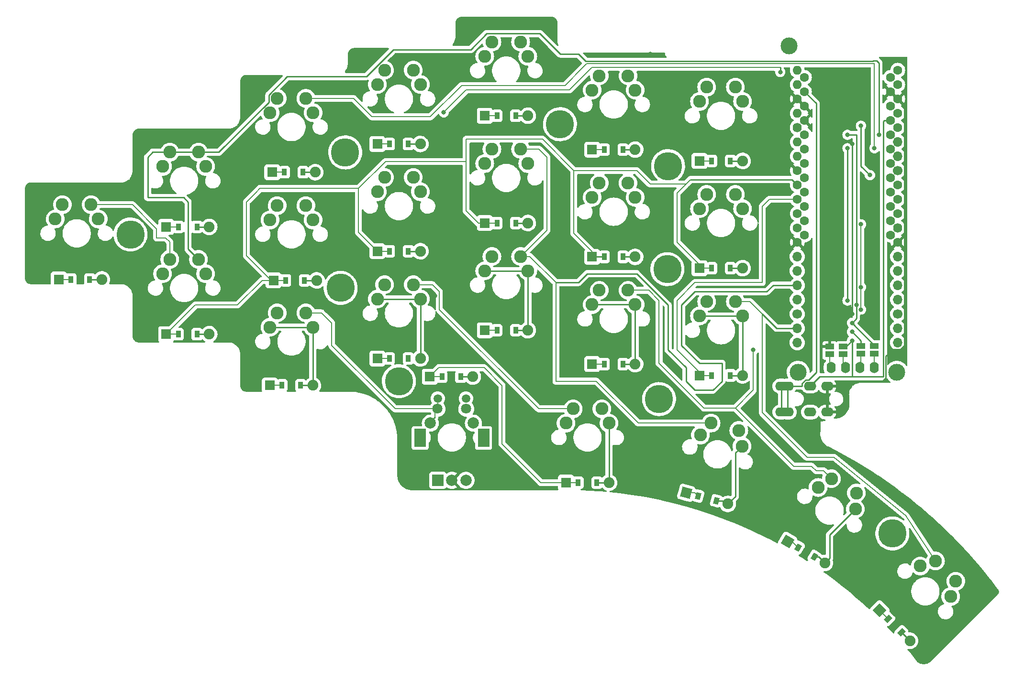
<source format=gbr>
%TF.GenerationSoftware,KiCad,Pcbnew,(6.0.10)*%
%TF.CreationDate,2023-04-21T22:00:42+03:00*%
%TF.ProjectId,blaster,626c6173-7465-4722-9e6b-696361645f70,v1.0.0*%
%TF.SameCoordinates,Original*%
%TF.FileFunction,Copper,L2,Bot*%
%TF.FilePolarity,Positive*%
%FSLAX46Y46*%
G04 Gerber Fmt 4.6, Leading zero omitted, Abs format (unit mm)*
G04 Created by KiCad (PCBNEW (6.0.10)) date 2023-04-21 22:00:42*
%MOMM*%
%LPD*%
G01*
G04 APERTURE LIST*
G04 Aperture macros list*
%AMRotRect*
0 Rectangle, with rotation*
0 The origin of the aperture is its center*
0 $1 length*
0 $2 width*
0 $3 Rotation angle, in degrees counterclockwise*
0 Add horizontal line*
21,1,$1,$2,0,0,$3*%
G04 Aperture macros list end*
%TA.AperFunction,ComponentPad*%
%ADD10C,2.286000*%
%TD*%
%TA.AperFunction,ComponentPad*%
%ADD11R,1.778000X1.778000*%
%TD*%
%TA.AperFunction,SMDPad,CuDef*%
%ADD12R,0.900000X1.200000*%
%TD*%
%TA.AperFunction,ComponentPad*%
%ADD13C,1.905000*%
%TD*%
%TA.AperFunction,ComponentPad*%
%ADD14C,5.000000*%
%TD*%
%TA.AperFunction,ComponentPad*%
%ADD15R,2.000000X2.000000*%
%TD*%
%TA.AperFunction,ComponentPad*%
%ADD16C,2.000000*%
%TD*%
%TA.AperFunction,ComponentPad*%
%ADD17R,2.000000X3.200000*%
%TD*%
%TA.AperFunction,ComponentPad*%
%ADD18C,1.500000*%
%TD*%
%TA.AperFunction,ComponentPad*%
%ADD19O,2.200000X1.600000*%
%TD*%
%TA.AperFunction,ComponentPad*%
%ADD20C,3.000000*%
%TD*%
%TA.AperFunction,SMDPad,CuDef*%
%ADD21R,1.500000X1.000000*%
%TD*%
%TA.AperFunction,ComponentPad*%
%ADD22C,1.800000*%
%TD*%
%TA.AperFunction,ComponentPad*%
%ADD23O,1.600000X2.000000*%
%TD*%
%TA.AperFunction,ComponentPad*%
%ADD24RotRect,1.778000X1.778000X315.000000*%
%TD*%
%TA.AperFunction,SMDPad,CuDef*%
%ADD25RotRect,0.900000X1.200000X315.000000*%
%TD*%
%TA.AperFunction,ComponentPad*%
%ADD26O,1.600000X1.600000*%
%TD*%
%TA.AperFunction,ComponentPad*%
%ADD27C,1.600000*%
%TD*%
%TA.AperFunction,ComponentPad*%
%ADD28O,1.600000X1.700000*%
%TD*%
%TA.AperFunction,ComponentPad*%
%ADD29O,1.700000X1.700000*%
%TD*%
%TA.AperFunction,ComponentPad*%
%ADD30C,1.700000*%
%TD*%
%TA.AperFunction,ComponentPad*%
%ADD31RotRect,1.778000X1.778000X330.000000*%
%TD*%
%TA.AperFunction,SMDPad,CuDef*%
%ADD32RotRect,0.900000X1.200000X330.000000*%
%TD*%
%TA.AperFunction,SMDPad,CuDef*%
%ADD33RotRect,0.900000X1.200000X345.000000*%
%TD*%
%TA.AperFunction,ComponentPad*%
%ADD34RotRect,1.778000X1.778000X345.000000*%
%TD*%
%TA.AperFunction,ViaPad*%
%ADD35C,0.800000*%
%TD*%
%TA.AperFunction,Conductor*%
%ADD36C,0.250000*%
%TD*%
%TA.AperFunction,Conductor*%
%ADD37C,0.200000*%
%TD*%
G04 APERTURE END LIST*
D10*
%TO.P,S38,1*%
%TO.N,col4*%
X219133750Y-100682500D03*
%TO.N,N/C*%
X214053750Y-100682500D03*
%TO.P,S38,2*%
%TO.N,index_top*%
X212783750Y-103222500D03*
X220403750Y-103222500D03*
%TD*%
D11*
%TO.P,D5,1*%
%TO.N,row1*%
X156411591Y-136930708D03*
D12*
X158571591Y-136930708D03*
D13*
%TO.P,D5,2*%
%TO.N,pinky_home*%
X164031591Y-136930708D03*
D12*
X161871591Y-136930708D03*
%TD*%
D14*
%TO.P,, *%
%TO.N,N/C*%
X207093750Y-109262500D03*
%TD*%
D11*
%TO.P,D8,1*%
%TO.N,row1*%
X174783750Y-131762500D03*
D12*
X176943750Y-131762500D03*
D13*
%TO.P,D8,2*%
%TO.N,ring_home*%
X182403750Y-131762500D03*
D12*
X180243750Y-131762500D03*
%TD*%
%TO.P,D10,1*%
%TO.N,N/C*%
X195943750Y-145762500D03*
D11*
%TO.N,row2*%
X193783750Y-145762500D03*
D12*
%TO.P,D10,2*%
%TO.N,middle_bottom*%
X199243750Y-145762500D03*
D13*
X201403750Y-145762500D03*
%TD*%
D12*
%TO.P,D17,1*%
%TO.N,row1*%
X233943750Y-134762500D03*
D11*
X231783750Y-134762500D03*
D13*
%TO.P,D17,2*%
%TO.N,inner_home*%
X239403750Y-134762500D03*
D12*
X237243750Y-134762500D03*
%TD*%
D14*
%TO.P,, *%
%TO.N,N/C*%
X169093750Y-114262500D03*
%TD*%
D15*
%TO.P, ,A*%
%TO.N,enc+*%
X185468750Y-172350000D03*
D16*
%TO.P, ,B*%
%TO.N,enc-*%
X190468750Y-172350000D03*
%TO.P, ,C*%
%TO.N,GND*%
X187968750Y-172350000D03*
D17*
%TO.P, ,MP*%
%TO.N,N/C*%
X193568750Y-164850000D03*
X182368750Y-164850000D03*
D18*
%TO.P, ,S1*%
%TO.N,row3*%
X190468750Y-157850000D03*
%TO.P, ,S2*%
%TO.N,col1*%
X185468750Y-157850000D03*
%TD*%
D10*
%TO.P,S40,1*%
%TO.N,N/C*%
X233053750Y-121682500D03*
%TO.N,col5*%
X238133750Y-121682500D03*
%TO.P,S40,2*%
%TO.N,inner_home*%
X231783750Y-124222500D03*
X239403750Y-124222500D03*
%TD*%
D11*
%TO.P,D16,1*%
%TO.N,row2*%
X231783750Y-153762500D03*
D12*
%TO.N,N/C*%
X233943750Y-153762500D03*
%TO.P,D16,2*%
%TO.N,inner_bottom*%
X237243750Y-153762500D03*
D13*
X239403750Y-153762500D03*
%TD*%
D10*
%TO.P,S26,1*%
%TO.N,N/C*%
X138053750Y-114207500D03*
%TO.N,col0*%
X143133750Y-114207500D03*
%TO.P,S26,2*%
%TO.N,pinkycluster_top*%
X136783750Y-116747500D03*
X144403750Y-116747500D03*
%TD*%
D11*
%TO.P,D6,1*%
%TO.N,row0*%
X156183750Y-117762500D03*
D12*
%TO.N,N/C*%
X158343750Y-117762500D03*
D13*
%TO.P,D6,2*%
%TO.N,pinky_top*%
X163803750Y-117762500D03*
D12*
X161643750Y-117762500D03*
%TD*%
D10*
%TO.P,S30,1*%
%TO.N,N/C*%
X176053750Y-137682500D03*
X181133750Y-137682500D03*
%TO.P,S30,2*%
%TO.N,ring_bottom*%
X182403750Y-140222500D03*
X174783750Y-140222500D03*
%TD*%
D12*
%TO.P,D4,1*%
%TO.N,N/C*%
X157921591Y-155530708D03*
D11*
%TO.N,row2*%
X155761591Y-155530708D03*
D13*
%TO.P,D4,2*%
%TO.N,pinky_bottom*%
X163381591Y-155530708D03*
D12*
X161221591Y-155530708D03*
%TD*%
D19*
%TO.P,TRRS1,1*%
%TO.N,Data*%
X246275000Y-160256250D03*
X246275000Y-155656250D03*
%TO.P,TRRS1,2*%
X247375000Y-160256250D03*
X247375000Y-155656250D03*
%TO.P,TRRS1,3*%
%TO.N,VCC*%
X251375000Y-155656250D03*
X251375000Y-160256250D03*
%TO.P,TRRS1,4*%
%TO.N,GND*%
X254375000Y-160256250D03*
X254375000Y-155656250D03*
%TD*%
D11*
%TO.P,D7,1*%
%TO.N,row2*%
X174783750Y-150762500D03*
D12*
%TO.N,N/C*%
X176943750Y-150762500D03*
%TO.P,D7,2*%
%TO.N,ring_bottom*%
X180243750Y-150762500D03*
D13*
X182403750Y-150762500D03*
%TD*%
D10*
%TO.P,S32,1*%
%TO.N,N/C*%
X176053750Y-99682500D03*
X181133750Y-99682500D03*
%TO.P,S32,2*%
%TO.N,ring_top*%
X182403750Y-102222500D03*
X174783750Y-102222500D03*
%TD*%
D11*
%TO.P,D14,1*%
%TO.N,row1*%
X212783750Y-132762500D03*
D12*
X214943750Y-132762500D03*
D13*
%TO.P,D14,2*%
%TO.N,index_home*%
X220403750Y-132762500D03*
D12*
X218243750Y-132762500D03*
%TD*%
D10*
%TO.P,S25,1*%
%TO.N,N/C*%
X143133750Y-133207500D03*
%TO.N,col0*%
X138053750Y-133207500D03*
%TO.P,S25,2*%
%TO.N,pinkycluster_home*%
X136783750Y-135747500D03*
X144403750Y-135747500D03*
%TD*%
%TO.P,S33,1*%
%TO.N,col3*%
X200133750Y-132682500D03*
%TO.N,N/C*%
X195053750Y-132682500D03*
%TO.P,S33,2*%
%TO.N,middle_bottom*%
X201403750Y-135222500D03*
X193783750Y-135222500D03*
%TD*%
D11*
%TO.P,D9,1*%
%TO.N,row0*%
X174783750Y-112762500D03*
D12*
%TO.N,N/C*%
X176943750Y-112762500D03*
%TO.P,D9,2*%
%TO.N,ring_top*%
X180243750Y-112762500D03*
D13*
X182403750Y-112762500D03*
%TD*%
D10*
%TO.P,S46,1*%
%TO.N,N/C*%
X277127432Y-190231267D03*
%TO.N,col5*%
X273535329Y-186639164D03*
%TO.P,S46,2*%
%TO.N,far_thumb*%
X270841252Y-187537190D03*
X276229406Y-192925344D03*
%TD*%
D14*
%TO.P,, *%
%TO.N,N/C*%
X265906250Y-181768750D03*
%TD*%
D11*
%TO.P,D20,1*%
%TO.N,N/C*%
X208158750Y-172762500D03*
D12*
X210318750Y-172762500D03*
%TO.P,D20,2*%
%TO.N,near1_thumb*%
X213618750Y-172762500D03*
D13*
X215778750Y-172762500D03*
%TD*%
D10*
%TO.P,S39,1*%
%TO.N,N/C*%
X233053750Y-140682500D03*
%TO.N,col5*%
X238133750Y-140682500D03*
%TO.P,S39,2*%
%TO.N,inner_bottom*%
X231783750Y-143222500D03*
X239403750Y-143222500D03*
%TD*%
D20*
%TO.P,, *%
%TO.N,N/C*%
X247650000Y-95356757D03*
%TD*%
D10*
%TO.P,S35,1*%
%TO.N,col3*%
X200133750Y-94682500D03*
%TO.N,N/C*%
X195053750Y-94682500D03*
%TO.P,S35,2*%
%TO.N,middle_top*%
X193783750Y-97222500D03*
X201403750Y-97222500D03*
%TD*%
D21*
%TO.P, ,1*%
%TO.N,VCC*%
X257175000Y-148675000D03*
%TO.P, ,2*%
%TO.N,N/C*%
X257175000Y-149975000D03*
%TD*%
D10*
%TO.P,S28,1*%
%TO.N,col1*%
X162133750Y-123682500D03*
%TO.N,N/C*%
X157053750Y-123682500D03*
%TO.P,S28,2*%
%TO.N,pinky_home*%
X155783750Y-126222500D03*
X163403750Y-126222500D03*
%TD*%
D20*
%TO.P,, *%
%TO.N,N/C*%
X249237500Y-153193750D03*
%TD*%
D21*
%TO.P, ,1*%
%TO.N,SCL*%
X260350000Y-148575000D03*
%TO.P, ,2*%
%TO.N,N/C*%
X260350000Y-149875000D03*
%TD*%
D14*
%TO.P,, *%
%TO.N,N/C*%
X131093750Y-128787500D03*
%TD*%
D22*
%TO.P,S42,1*%
%TO.N,col1*%
X185428750Y-159682500D03*
%TO.N,row3*%
X190508750Y-159682500D03*
D16*
%TO.P,S42,2*%
X191778750Y-162222500D03*
%TO.N,col1*%
X184158750Y-162222500D03*
%TD*%
D20*
%TO.P,, *%
%TO.N,N/C*%
X266700000Y-153193750D03*
%TD*%
D10*
%TO.P,S43,1*%
%TO.N,N/C*%
X209428750Y-159682500D03*
%TO.N,col2*%
X214508750Y-159682500D03*
%TO.P,S43,2*%
%TO.N,near1_thumb*%
X208158750Y-162222500D03*
X215778750Y-162222500D03*
%TD*%
D14*
%TO.P,, *%
%TO.N,N/C*%
X226218750Y-116681250D03*
%TD*%
D23*
%TO.P,SSD1306,1*%
%TO.N,N/C*%
X262682500Y-152400000D03*
%TO.P,SSD1306,2*%
X260142500Y-152400000D03*
%TO.P,SSD1306,3*%
X257602500Y-152400000D03*
%TO.P,SSD1306,4*%
X255062500Y-152400000D03*
%TD*%
D14*
%TO.P,, *%
%TO.N,N/C*%
X178593750Y-154781250D03*
%TD*%
D10*
%TO.P,S37,1*%
%TO.N,N/C*%
X214053750Y-119682500D03*
%TO.N,col4*%
X219133750Y-119682500D03*
%TO.P,S37,2*%
%TO.N,index_home*%
X212783750Y-122222500D03*
X220403750Y-122222500D03*
%TD*%
D12*
%TO.P,D11,1*%
%TO.N,row1*%
X195943750Y-126762500D03*
D11*
X193783750Y-126762500D03*
D13*
%TO.P,D11,2*%
%TO.N,middle_home*%
X201403750Y-126762500D03*
D12*
X199243750Y-126762500D03*
%TD*%
D11*
%TO.P,D18,1*%
%TO.N,row0*%
X231783750Y-115762500D03*
D12*
%TO.N,N/C*%
X233943750Y-115762500D03*
%TO.P,D18,2*%
%TO.N,inner_top*%
X237243750Y-115762500D03*
D13*
X239403750Y-115762500D03*
%TD*%
D24*
%TO.P,D23,1*%
%TO.N,row3*%
X263632947Y-195370447D03*
D25*
%TO.N,N/C*%
X265160298Y-196897798D03*
%TO.P,D23,2*%
%TO.N,far_thumb*%
X267493750Y-199231250D03*
D13*
X269021101Y-200758601D03*
%TD*%
D10*
%TO.P,S27,1*%
%TO.N,col1*%
X162133750Y-142682500D03*
%TO.N,N/C*%
X157053750Y-142682500D03*
%TO.P,S27,2*%
%TO.N,pinky_bottom*%
X155783750Y-145222500D03*
X163403750Y-145222500D03*
%TD*%
D11*
%TO.P,D1,1*%
%TO.N,row2*%
X118411591Y-136755708D03*
D12*
%TO.N,N/C*%
X120571591Y-136755708D03*
%TO.P,D1,2*%
%TO.N,pinkycluster1_home*%
X123871591Y-136755708D03*
D13*
X126031591Y-136755708D03*
%TD*%
D14*
%TO.P,, *%
%TO.N,N/C*%
X224631250Y-157956250D03*
%TD*%
D10*
%TO.P,S41,1*%
%TO.N,col5*%
X238133750Y-102682500D03*
%TO.N,N/C*%
X233053750Y-102682500D03*
%TO.P,S41,2*%
%TO.N,inner_top*%
X231783750Y-105222500D03*
X239403750Y-105222500D03*
%TD*%
D11*
%TO.P,D12,1*%
%TO.N,row0*%
X193783750Y-107762500D03*
D12*
%TO.N,N/C*%
X195943750Y-107762500D03*
D13*
%TO.P,D12,2*%
%TO.N,middle_top*%
X201403750Y-107762500D03*
D12*
X199243750Y-107762500D03*
%TD*%
%TO.P,D15,1*%
%TO.N,N/C*%
X214943750Y-113762500D03*
D11*
%TO.N,row0*%
X212783750Y-113762500D03*
D13*
%TO.P,D15,2*%
%TO.N,index_top*%
X220403750Y-113762500D03*
D12*
X218243750Y-113762500D03*
%TD*%
D10*
%TO.P,S31,1*%
%TO.N,col2*%
X181133750Y-118682500D03*
%TO.N,N/C*%
X176053750Y-118682500D03*
%TO.P,S31,2*%
%TO.N,ring_home*%
X182403750Y-121222500D03*
X174783750Y-121222500D03*
%TD*%
D12*
%TO.P,D13,1*%
%TO.N,N/C*%
X214943750Y-151762500D03*
D11*
%TO.N,row2*%
X212783750Y-151762500D03*
D13*
%TO.P,D13,2*%
%TO.N,index_bottom*%
X220403750Y-151762500D03*
D12*
X218243750Y-151762500D03*
%TD*%
D26*
%TO.P,this side up,1*%
%TO.N,Data*%
X249078750Y-99695000D03*
%TO.P,this side up,2*%
%TO.N,N/C*%
X249078750Y-102235000D03*
D27*
%TO.P,this side up,3*%
%TO.N,GND*%
X249078750Y-104775000D03*
D26*
%TO.P,this side up,4*%
%TO.N,N/C*%
X249078750Y-107315000D03*
D28*
%TO.P,this side up,5*%
X249078750Y-109855000D03*
D26*
%TO.P,this side up,6*%
X249078750Y-112395000D03*
D27*
%TO.P,this side up,8*%
%TO.N,GND*%
X249078750Y-117475000D03*
%TO.P,this side up,9*%
%TO.N,row1*%
X249078750Y-120015000D03*
%TO.P,this side up,10*%
%TO.N,row2*%
X249078750Y-122555000D03*
%TO.P,this side up,11*%
%TO.N,row3*%
X249078750Y-125095000D03*
%TO.P,this side up,12*%
%TO.N,col0*%
X249078750Y-127635000D03*
%TO.P,this side up,13*%
%TO.N,GND*%
X249078750Y-130175000D03*
D29*
%TO.P,this side up,14*%
%TO.N,col1*%
X249078750Y-132715000D03*
%TO.P,this side up,15*%
%TO.N,col2*%
X249078750Y-135255000D03*
%TO.P,this side up,16*%
%TO.N,col3*%
X249078750Y-137795000D03*
%TO.P,this side up,17*%
%TO.N,col4*%
X249078750Y-140335000D03*
D30*
%TO.P,this side up,18*%
%TO.N,N/C*%
X249078750Y-142875000D03*
D29*
%TO.P,this side up,19*%
%TO.N,col5*%
X249078750Y-145415000D03*
%TO.P,this side up,20*%
%TO.N,N/C*%
X249078750Y-147955000D03*
%TO.P,this side up,21*%
%TO.N,SDA*%
X266858750Y-147955000D03*
%TO.P,this side up,22*%
%TO.N,SCL*%
X266858750Y-145415000D03*
D30*
%TO.P,this side up,23*%
%TO.N,N/C*%
X266858750Y-142875000D03*
D29*
%TO.P,this side up,24*%
%TO.N,enc-*%
X266858750Y-140335000D03*
%TO.P,this side up,25*%
%TO.N,enc+*%
X266858750Y-137795000D03*
%TO.P,this side up,26*%
%TO.N,N/C*%
X266858750Y-135255000D03*
%TO.P,this side up,27*%
X266858750Y-132715000D03*
D27*
%TO.P,this side up,28*%
%TO.N,GND*%
X266858750Y-130175000D03*
D28*
%TO.P,this side up,29*%
%TO.N,N/C*%
X266858750Y-127635000D03*
D27*
%TO.P,this side up,30*%
X266858750Y-125095000D03*
%TO.P,this side up,31*%
X266858750Y-122555000D03*
%TO.P,this side up,32*%
X266858750Y-120015000D03*
D30*
%TO.P,this side up,33*%
X266858750Y-117475000D03*
D29*
%TO.P,this side up,34*%
X266858750Y-114935000D03*
%TO.P,this side up,35*%
X266858750Y-112395000D03*
D27*
%TO.P,this side up,36*%
%TO.N,VCC*%
X266858750Y-109855000D03*
%TO.P,this side up,37*%
%TO.N,N/C*%
X266858750Y-107315000D03*
%TO.P,this side up,38*%
%TO.N,GND*%
X266858750Y-104775000D03*
%TO.P,this side up,39*%
%TO.N,N/C*%
X266858750Y-102235000D03*
%TO.P,this side up,40*%
X266858750Y-99695000D03*
D26*
%TO.P,this side up,e*%
%TO.N,row0*%
X249078750Y-114935000D03*
%TD*%
D14*
%TO.P,, *%
%TO.N,N/C*%
X168275000Y-138262500D03*
%TD*%
D10*
%TO.P,S36,1*%
%TO.N,col4*%
X219133750Y-138682500D03*
%TO.N,N/C*%
X214053750Y-138682500D03*
%TO.P,S36,2*%
%TO.N,index_bottom*%
X220403750Y-141222500D03*
X212783750Y-141222500D03*
%TD*%
D31*
%TO.P,D22,1*%
%TO.N,N/C*%
X247361611Y-183164070D03*
D32*
X249232226Y-184244070D03*
%TO.P,D22,2*%
%TO.N,home_thumb*%
X252090110Y-185894070D03*
D13*
X253960725Y-186974070D03*
%TD*%
D12*
%TO.P,D19,1*%
%TO.N,N/C*%
X186218750Y-153987500D03*
D11*
%TO.N,row3*%
X184058750Y-153987500D03*
D13*
%TO.P,D19,2*%
X191678750Y-153987500D03*
D12*
X189518750Y-153987500D03*
%TD*%
%TO.P,D3,1*%
%TO.N,N/C*%
X139571591Y-127455708D03*
D11*
%TO.N,row0*%
X137411591Y-127455708D03*
D13*
%TO.P,D3,2*%
%TO.N,pinkycluster_top*%
X145031591Y-127455708D03*
D12*
X142871591Y-127455708D03*
%TD*%
D10*
%TO.P,S45,1*%
%TO.N,N/C*%
X259529649Y-174593463D03*
%TO.N,col4*%
X255130239Y-172053463D03*
%TO.P,S45,2*%
%TO.N,home_thumb*%
X259359501Y-177428167D03*
X252760387Y-173618167D03*
%TD*%
D21*
%TO.P, ,1*%
%TO.N,GND*%
X254793750Y-148675000D03*
%TO.P, ,2*%
%TO.N,N/C*%
X254793750Y-149975000D03*
%TD*%
D10*
%TO.P,S34,1*%
%TO.N,col3*%
X200133750Y-113682500D03*
%TO.N,N/C*%
X195053750Y-113682500D03*
%TO.P,S34,2*%
%TO.N,middle_home*%
X201403750Y-116222500D03*
X193783750Y-116222500D03*
%TD*%
D21*
%TO.P, ,1*%
%TO.N,SDA*%
X262731250Y-148575000D03*
%TO.P, ,2*%
%TO.N,N/C*%
X262731250Y-149875000D03*
%TD*%
D10*
%TO.P,S44,1*%
%TO.N,col3*%
X238737002Y-163512997D03*
%TO.N,N/C*%
X233830099Y-162198196D03*
%TO.P,S44,2*%
%TO.N,near2_thumb*%
X239306328Y-166295149D03*
X231945973Y-164322948D03*
%TD*%
%TO.P,S29,1*%
%TO.N,col1*%
X162133750Y-104682500D03*
%TO.N,N/C*%
X157053750Y-104682500D03*
%TO.P,S29,2*%
%TO.N,pinky_top*%
X163403750Y-107222500D03*
X155783750Y-107222500D03*
%TD*%
D33*
%TO.P,D21,1*%
%TO.N,N/C*%
X231530677Y-175112109D03*
D34*
X229444278Y-174553059D03*
D13*
%TO.P,D21,2*%
%TO.N,near2_thumb*%
X236804632Y-176525261D03*
D33*
X234718233Y-175966211D03*
%TD*%
D11*
%TO.P,D2,1*%
%TO.N,row1*%
X137411591Y-146455708D03*
D12*
X139571591Y-146455708D03*
%TO.P,D2,2*%
%TO.N,pinkycluster_home*%
X142871591Y-146455708D03*
D13*
X145031591Y-146455708D03*
%TD*%
D14*
%TO.P,, *%
%TO.N,N/C*%
X226093750Y-134937500D03*
%TD*%
D10*
%TO.P,S24,1*%
%TO.N,col0*%
X124133750Y-123507500D03*
X119053750Y-123507500D03*
%TO.P,S24,2*%
%TO.N,pinkycluster1_home*%
X117783750Y-126047500D03*
X125403750Y-126047500D03*
%TD*%
D27*
%TO.P,MCU1,1*%
%TO.N,RAW*%
X265588750Y-100965000D03*
%TO.P,MCU1,2*%
%TO.N,GND*%
X265588750Y-103505000D03*
%TO.P,MCU1,3*%
%TO.N,RST*%
X265588750Y-106045000D03*
%TO.P,MCU1,4*%
%TO.N,VCC*%
X265588750Y-108585000D03*
%TO.P,MCU1,5*%
%TO.N,col0*%
X265588750Y-111125000D03*
%TO.P,MCU1,6*%
%TO.N,col1*%
X265588750Y-113665000D03*
%TO.P,MCU1,7*%
%TO.N,col2*%
X265588750Y-116205000D03*
%TO.P,MCU1,8*%
%TO.N,col3*%
X265588750Y-118745000D03*
%TO.P,MCU1,9*%
%TO.N,col4*%
X265588750Y-121285000D03*
%TO.P,MCU1,10*%
%TO.N,col5*%
X265588750Y-123825000D03*
%TO.P,MCU1,11*%
%TO.N,enc+*%
X265588750Y-126365000D03*
%TO.P,MCU1,12*%
%TO.N,enc-*%
X265588750Y-128905000D03*
%TO.P,MCU1,13*%
%TO.N,P1*%
X250348750Y-100965000D03*
%TO.P,MCU1,14*%
%TO.N,Data*%
X250348750Y-103505000D03*
%TO.P,MCU1,15*%
%TO.N,GND*%
X250348750Y-106045000D03*
%TO.P,MCU1,16*%
X250348750Y-108585000D03*
%TO.P,MCU1,17*%
%TO.N,SDA*%
X250348750Y-111125000D03*
%TO.P,MCU1,18*%
%TO.N,SCL*%
X250348750Y-113665000D03*
%TO.P,MCU1,19*%
%TO.N,row0*%
X250348750Y-116205000D03*
%TO.P,MCU1,20*%
%TO.N,row1*%
X250348750Y-118745000D03*
%TO.P,MCU1,21*%
%TO.N,row2*%
X250348750Y-121285000D03*
%TO.P,MCU1,22*%
%TO.N,row3*%
X250348750Y-123825000D03*
%TO.P,MCU1,23*%
%TO.N,P8*%
X250348750Y-126365000D03*
%TO.P,MCU1,24*%
%TO.N,P9*%
X250348750Y-128905000D03*
%TD*%
D35*
%TO.N,GND*%
X199231250Y-171450000D03*
X250825000Y-141287500D03*
X189706250Y-107950000D03*
X223043750Y-96837500D03*
X242887500Y-103187500D03*
X241300000Y-180181250D03*
X236537500Y-149225000D03*
X211137500Y-119856250D03*
X200818750Y-129381250D03*
X235743750Y-142081250D03*
X222250000Y-109537500D03*
X186531250Y-100012500D03*
X219075000Y-156368750D03*
X258762500Y-112712500D03*
X217487500Y-129381250D03*
X115887500Y-131762500D03*
X164306250Y-131762500D03*
X222250000Y-127793750D03*
X148431250Y-115887500D03*
X215900000Y-115887500D03*
X237331250Y-157162500D03*
X154781250Y-132556250D03*
X196850000Y-104775000D03*
X192087500Y-92868750D03*
X230187500Y-141287500D03*
X274637500Y-189706250D03*
X267493750Y-150018750D03*
X184943750Y-139700000D03*
X192087500Y-114300000D03*
X135731250Y-142081250D03*
X209550000Y-103981250D03*
X242887500Y-140493750D03*
X257175000Y-173831250D03*
X148431250Y-137318750D03*
X259556250Y-189706250D03*
X241300000Y-158750000D03*
X152400000Y-153987500D03*
X203200000Y-104775000D03*
X258762500Y-142875000D03*
X227012500Y-151606250D03*
X246062500Y-140493750D03*
X172243750Y-97631250D03*
%TO.N,VCC*%
X258762500Y-147637500D03*
%TO.N,SDA*%
X258762500Y-144462500D03*
X259556250Y-141287500D03*
X257968750Y-111125000D03*
%TO.N,SCL*%
X257968750Y-140493750D03*
X257968750Y-113506250D03*
X258762500Y-146050000D03*
%TO.N,col4*%
X241300000Y-149225000D03*
%TO.N,col2*%
X261937500Y-118268750D03*
X246062500Y-100012500D03*
X260350000Y-109537500D03*
X186531250Y-107156250D03*
%TO.N,col1*%
X262731250Y-113506250D03*
%TO.N,col0*%
X263525000Y-111125000D03*
%TO.N,enc+*%
X260350000Y-142081250D03*
X260350000Y-127000000D03*
X260350000Y-138112500D03*
%TD*%
D36*
%TO.N,col1*%
X184158750Y-161916250D02*
X184943750Y-161131250D01*
X184158750Y-162222500D02*
X184158750Y-161916250D01*
D37*
X184943750Y-160337500D02*
X184943750Y-161131250D01*
X185428750Y-159852500D02*
X184943750Y-160337500D01*
X185428750Y-159682500D02*
X185428750Y-159852500D01*
X185468750Y-159642500D02*
X185428750Y-159682500D01*
X185468750Y-157850000D02*
X185468750Y-159642500D01*
%TO.N,*%
X260350000Y-149875000D02*
X260350000Y-152192500D01*
X254793750Y-149975000D02*
X254793750Y-152131250D01*
X260350000Y-152192500D02*
X260142500Y-152400000D01*
X254793750Y-152131250D02*
X255062500Y-152400000D01*
D36*
X259556250Y-151813750D02*
X260142500Y-152400000D01*
D37*
X262731250Y-149875000D02*
X262731250Y-152351250D01*
X262731250Y-152351250D02*
X262682500Y-152400000D01*
X257175000Y-151972500D02*
X257602500Y-152400000D01*
X260142500Y-152400000D02*
X260490500Y-152052000D01*
X257175000Y-149975000D02*
X257175000Y-151972500D01*
D36*
%TO.N,pinkycluster1_home*%
X123871591Y-136755708D02*
X126031591Y-136755708D01*
%TO.N,pinkycluster_home*%
X145031591Y-146455708D02*
X142871591Y-146455708D01*
%TO.N,pinkycluster_top*%
X142871591Y-127455708D02*
X145031591Y-127455708D01*
%TO.N,pinky_bottom*%
X163381591Y-145244659D02*
X163403750Y-145222500D01*
X161221591Y-155530708D02*
X163381591Y-155530708D01*
X163381591Y-155530708D02*
X163381591Y-145244659D01*
X163403750Y-145222500D02*
X155783750Y-145222500D01*
%TO.N,pinky_home*%
X164031591Y-136930708D02*
X161871591Y-136930708D01*
%TO.N,pinky_top*%
X161643750Y-117762500D02*
X163803750Y-117762500D01*
%TO.N,ring_bottom*%
X182403750Y-140222500D02*
X174783750Y-140222500D01*
X182403750Y-150762500D02*
X182403750Y-140222500D01*
%TO.N,ring_home*%
X182403750Y-131762500D02*
X180243750Y-131762500D01*
%TO.N,ring_top*%
X180243750Y-112762500D02*
X182403750Y-112762500D01*
%TO.N,middle_bottom*%
X193783750Y-135222500D02*
X201403750Y-135222500D01*
X199243750Y-145762500D02*
X201403750Y-145762500D01*
X201403750Y-145762500D02*
X201403750Y-135222500D01*
%TO.N,middle_home*%
X201403750Y-126762500D02*
X199243750Y-126762500D01*
%TO.N,middle_top*%
X199243750Y-107762500D02*
X201403750Y-107762500D01*
%TO.N,index_bottom*%
X220403750Y-151762500D02*
X220403750Y-141222500D01*
X218243750Y-151762500D02*
X220403750Y-151762500D01*
X220403750Y-141222500D02*
X212783750Y-141222500D01*
%TO.N,index_home*%
X220403750Y-132762500D02*
X218243750Y-132762500D01*
%TO.N,index_top*%
X218243750Y-113762500D02*
X220403750Y-113762500D01*
%TO.N,inner_bottom*%
X237243750Y-153762500D02*
X239403750Y-153762500D01*
X239403750Y-143222500D02*
X231783750Y-143222500D01*
X239403750Y-153762500D02*
X239403750Y-143222500D01*
%TO.N,inner_home*%
X239403750Y-134762500D02*
X237243750Y-134762500D01*
%TO.N,inner_top*%
X237243750Y-115762500D02*
X239403750Y-115762500D01*
%TO.N,row3*%
X189518750Y-153987500D02*
X191678750Y-153987500D01*
%TO.N,near1_thumb*%
X213618750Y-172762500D02*
X215778750Y-172762500D01*
X215778750Y-162222500D02*
X215778750Y-172762500D01*
%TO.N,near2_thumb*%
X238125000Y-167476477D02*
X238125000Y-175204893D01*
X239306328Y-166295149D02*
X238125000Y-167476477D01*
X238125000Y-175204893D02*
X236804632Y-176525261D01*
X236245582Y-175966211D02*
X236804632Y-176525261D01*
X234718233Y-175966211D02*
X236245582Y-175966211D01*
%TO.N,home_thumb*%
X252880725Y-185894070D02*
X253960725Y-186974070D01*
X252090110Y-185894070D02*
X252880725Y-185894070D01*
X254793750Y-181993918D02*
X259359501Y-177428167D01*
X254793750Y-186141045D02*
X254793750Y-181993918D01*
X253960725Y-186974070D02*
X254793750Y-186141045D01*
%TO.N,far_thumb*%
X267493750Y-199231250D02*
X269021101Y-200758601D01*
%TO.N,GND*%
X254793750Y-144462500D02*
X256381250Y-142875000D01*
X264768750Y-154173896D02*
X264768750Y-150362500D01*
X268033750Y-148441701D02*
X268033750Y-105950000D01*
X264768750Y-150362500D02*
X266001250Y-149130000D01*
X256381250Y-142875000D02*
X258762500Y-142875000D01*
X254793750Y-148675000D02*
X254793750Y-144462500D01*
X257887500Y-155656250D02*
X258762500Y-154781250D01*
X254375000Y-155656250D02*
X257887500Y-155656250D01*
X258762500Y-142875000D02*
X258762500Y-112712500D01*
X268033750Y-105950000D02*
X266858750Y-104775000D01*
X266001250Y-149130000D02*
X267345451Y-149130000D01*
X258762500Y-154781250D02*
X264161396Y-154781250D01*
X264161396Y-154781250D02*
X264768750Y-154173896D01*
X267345451Y-149130000D02*
X268033750Y-148441701D01*
%TO.N,VCC*%
X264318750Y-108743750D02*
X264318750Y-153987500D01*
X264477500Y-108585000D02*
X264318750Y-108743750D01*
X265588750Y-108585000D02*
X264477500Y-108585000D01*
X257725000Y-148675000D02*
X258762500Y-147637500D01*
X253043750Y-153987500D02*
X251375000Y-155656250D01*
X264318750Y-153987500D02*
X253043750Y-153987500D01*
X258762500Y-147637500D02*
X258762500Y-153987500D01*
X257175000Y-148675000D02*
X257725000Y-148675000D01*
%TO.N,Data*%
X249950000Y-155656250D02*
X249950000Y-155190260D01*
X250609010Y-154531250D02*
X251075000Y-154531250D01*
X252412500Y-105568750D02*
X250348750Y-103505000D01*
X249950000Y-155190260D02*
X250609010Y-154531250D01*
X252412500Y-153193750D02*
X252412500Y-105568750D01*
X247375000Y-155656250D02*
X249950000Y-155656250D01*
X246275000Y-155656250D02*
X246275000Y-160256250D01*
X251075000Y-154531250D02*
X252412500Y-153193750D01*
X247375000Y-160256250D02*
X247375000Y-155656250D01*
%TO.N,SDA*%
X262731250Y-148575000D02*
X262731250Y-148431250D01*
X259556250Y-141287500D02*
X259556250Y-111125000D01*
X262731250Y-148431250D02*
X258762500Y-144462500D01*
X259556250Y-111125000D02*
X257968750Y-111125000D01*
X259556250Y-143668750D02*
X259556250Y-141287500D01*
X258762500Y-144462500D02*
X259556250Y-143668750D01*
%TO.N,SCL*%
X260350000Y-148575000D02*
X259700000Y-148575000D01*
X260350000Y-148575000D02*
X260350000Y-147637500D01*
X260350000Y-147637500D02*
X258762500Y-146050000D01*
X257968750Y-140493750D02*
X257968750Y-113506250D01*
D37*
%TO.N,row0*%
X156183750Y-117762500D02*
X158343750Y-117762500D01*
X231783750Y-115762500D02*
X233943750Y-115762500D01*
X139571591Y-127455708D02*
X137411591Y-127455708D01*
X212783750Y-113762500D02*
X214943750Y-113762500D01*
X193783750Y-107762500D02*
X195943750Y-107762500D01*
X174783750Y-112762500D02*
X176943750Y-112762500D01*
%TO.N,row1*%
X158571591Y-136930708D02*
X156411591Y-136930708D01*
X151606250Y-132556250D02*
X151606250Y-123031250D01*
D36*
X249078750Y-120015000D02*
X248126250Y-119062500D01*
D37*
X174783750Y-131762500D02*
X171450000Y-128428750D01*
X231783750Y-134762500D02*
X231783750Y-134152500D01*
X209550000Y-128587500D02*
X209550000Y-117475000D01*
X192643750Y-126762500D02*
X190500000Y-124618750D01*
X223043750Y-119856250D02*
X229393750Y-119856250D01*
X151606250Y-123031250D02*
X153193750Y-121443750D01*
X150018750Y-141287500D02*
X154375542Y-136930708D01*
X155980708Y-136930708D02*
X151606250Y-132556250D01*
X176212500Y-115887500D02*
X190500000Y-115887500D01*
X209550000Y-117475000D02*
X220662500Y-117475000D01*
X153193750Y-121443750D02*
X153987500Y-120650000D01*
X212783750Y-132762500D02*
X212783750Y-131821250D01*
X153987500Y-120650000D02*
X171450000Y-120650000D01*
X233943750Y-134762500D02*
X231783750Y-134762500D01*
X229393750Y-119856250D02*
X230187500Y-119062500D01*
X227806250Y-121443750D02*
X230187500Y-119062500D01*
X190500000Y-124618750D02*
X190500000Y-115887500D01*
X171450000Y-128428750D02*
X171450000Y-120650000D01*
X190500000Y-111918750D02*
X203993750Y-111918750D01*
X154375542Y-136930708D02*
X156411591Y-136930708D01*
X195943750Y-126762500D02*
X193783750Y-126762500D01*
X231783750Y-134152500D02*
X227806250Y-130175000D01*
D36*
X248126250Y-119062500D02*
X240506250Y-119062500D01*
D37*
X212783750Y-131821250D02*
X209550000Y-128587500D01*
X203993750Y-111918750D02*
X209550000Y-117475000D01*
X156411591Y-136930708D02*
X155980708Y-136930708D01*
D36*
X214943750Y-132762500D02*
X212783750Y-132762500D01*
D37*
X137411591Y-146455708D02*
X142579799Y-141287500D01*
X176943750Y-131762500D02*
X174783750Y-131762500D01*
X227806250Y-130175000D02*
X227806250Y-121443750D01*
X142579799Y-141287500D02*
X150018750Y-141287500D01*
X193783750Y-126762500D02*
X192643750Y-126762500D01*
D36*
X230187500Y-119062500D02*
X240506250Y-119062500D01*
D37*
X190500000Y-115887500D02*
X190500000Y-111918750D01*
X171450000Y-120650000D02*
X176212500Y-115887500D01*
X220662500Y-117475000D02*
X223043750Y-119856250D01*
X139571591Y-146455708D02*
X137411591Y-146455708D01*
%TO.N,row2*%
X231783750Y-153762500D02*
X231783750Y-153202500D01*
X212783750Y-151762500D02*
X214943750Y-151762500D01*
X155761591Y-155530708D02*
X157921591Y-155530708D01*
X174783750Y-150762500D02*
X176943750Y-150762500D01*
X120571591Y-136755708D02*
X118411591Y-136755708D01*
X231783750Y-153762500D02*
X233943750Y-153762500D01*
X242887500Y-123825000D02*
X244157500Y-122555000D01*
X193783750Y-145762500D02*
X195943750Y-145762500D01*
X231783750Y-153202500D02*
X227806250Y-149225000D01*
X227806250Y-149225000D02*
X227806250Y-140493750D01*
X227806250Y-140493750D02*
X230981250Y-137318750D01*
X230981250Y-137318750D02*
X242887500Y-137318750D01*
X244157500Y-122555000D02*
X249078750Y-122555000D01*
X242887500Y-137318750D02*
X242887500Y-123825000D01*
%TO.N,col4*%
X224631250Y-140493750D02*
X224631250Y-151606250D01*
X248443750Y-169862500D02*
X251618750Y-169862500D01*
X232568750Y-159543750D02*
X238125000Y-159543750D01*
X238125000Y-159543750D02*
X241300000Y-156368750D01*
X253733026Y-170656250D02*
X255130239Y-172053463D01*
X252412500Y-170656250D02*
X253733026Y-170656250D01*
X224631250Y-151606250D02*
X232568750Y-159543750D01*
X219133750Y-138682500D02*
X222820000Y-138682500D01*
X222820000Y-138682500D02*
X224631250Y-140493750D01*
X238125000Y-159543750D02*
X248443750Y-169862500D01*
X241300000Y-156368750D02*
X241300000Y-149225000D01*
X251618750Y-169862500D02*
X252412500Y-170656250D01*
%TO.N,col5*%
X273535329Y-186639164D02*
X268287500Y-178593750D01*
X238133750Y-140682500D02*
X240695000Y-140682500D01*
D36*
X243681250Y-143668750D02*
X242887500Y-142875000D01*
X245427500Y-145415000D02*
X243681250Y-143668750D01*
D37*
X240695000Y-140682500D02*
X242887500Y-142875000D01*
D36*
X249078750Y-145415000D02*
X245427500Y-145415000D01*
D37*
X255587500Y-168275000D02*
X250825000Y-168275000D01*
X250825000Y-168275000D02*
X242887500Y-160337500D01*
X242887500Y-160337500D02*
X242887500Y-142875000D01*
X268287500Y-178593750D02*
X255587500Y-168275000D01*
D36*
%TO.N,col3*%
X229393750Y-152400000D02*
X226218750Y-149225000D01*
D37*
X220935696Y-162198196D02*
X213518750Y-154781250D01*
D36*
X228600000Y-148431250D02*
X231775000Y-151606250D01*
X244792500Y-137795000D02*
X243681250Y-138906250D01*
X235743750Y-154781250D02*
X234156250Y-156368750D01*
X243681250Y-138906250D02*
X230981250Y-138906250D01*
D37*
X204787500Y-115093750D02*
X203376250Y-113682500D01*
D36*
X230981250Y-156368750D02*
X229393750Y-154781250D01*
X229393750Y-154781250D02*
X229393750Y-152400000D01*
D37*
X200133750Y-132682500D02*
X204787500Y-128028750D01*
X204787500Y-128028750D02*
X204787500Y-115093750D01*
D36*
X234156250Y-156368750D02*
X230981250Y-156368750D01*
D37*
X206375000Y-137307304D02*
X201750196Y-132682500D01*
D36*
X226218750Y-149225000D02*
X226218750Y-141287500D01*
D37*
X206375000Y-154781250D02*
X206375000Y-137307304D01*
D36*
X220662500Y-135731250D02*
X211931250Y-135731250D01*
X249078750Y-137795000D02*
X244792500Y-137795000D01*
D37*
X233830099Y-162198196D02*
X220935696Y-162198196D01*
X213518750Y-154781250D02*
X206375000Y-154781250D01*
D36*
X231775000Y-151606250D02*
X235743750Y-151606250D01*
D37*
X201750196Y-132682500D02*
X200133750Y-132682500D01*
D36*
X226218750Y-141287500D02*
X220662500Y-135731250D01*
X211931250Y-135731250D02*
X210355196Y-137307304D01*
D37*
X203376250Y-113682500D02*
X200133750Y-113682500D01*
D36*
X228600000Y-141287500D02*
X228600000Y-148431250D01*
X210355196Y-137307304D02*
X206375000Y-137307304D01*
X230981250Y-138906250D02*
X228600000Y-141287500D01*
X235743750Y-151606250D02*
X235743750Y-154781250D01*
D37*
%TO.N,col2*%
X209428750Y-159682500D02*
X203338750Y-159682500D01*
X186531250Y-107156250D02*
X190500000Y-103187500D01*
X184513750Y-137682500D02*
X181133750Y-137682500D01*
X185737500Y-142081250D02*
X185737500Y-138906250D01*
X208756250Y-103187500D02*
X212725000Y-99218750D01*
D36*
X260350000Y-116681250D02*
X260350000Y-109537500D01*
X261937500Y-118268750D02*
X260350000Y-116681250D01*
D37*
X212725000Y-99218750D02*
X246062500Y-99218750D01*
X185737500Y-138906250D02*
X184513750Y-137682500D01*
X190500000Y-103187500D02*
X208756250Y-103187500D01*
D36*
X246062500Y-100012500D02*
X246062500Y-99218750D01*
D37*
X203338750Y-159682500D02*
X185737500Y-142081250D01*
%TO.N,col1*%
X170563750Y-104682500D02*
X173037500Y-107156250D01*
X166687500Y-148431250D02*
X166687500Y-146843750D01*
X173037500Y-107156250D02*
X173831250Y-107950000D01*
X162133750Y-104682500D02*
X170563750Y-104682500D01*
X185598750Y-159682500D02*
X185737500Y-159543750D01*
X185428750Y-159682500D02*
X177938750Y-159682500D01*
X262731250Y-98425000D02*
X262731250Y-113506250D01*
X166687500Y-146843750D02*
X166687500Y-144462500D01*
X207962500Y-102393750D02*
X211137500Y-99218750D01*
X166687500Y-144462500D02*
X164907500Y-142682500D01*
X173831250Y-107950000D02*
X184150000Y-107950000D01*
X177938750Y-159682500D02*
X177006250Y-158750000D01*
X211137500Y-99218750D02*
X211811250Y-98545000D01*
X189706250Y-102393750D02*
X207962500Y-102393750D01*
X177006250Y-158750000D02*
X166687500Y-148431250D01*
X262611250Y-98545000D02*
X262731250Y-98425000D01*
X185428750Y-159682500D02*
X185598750Y-159682500D01*
X184150000Y-107950000D02*
X189706250Y-102393750D01*
X211811250Y-98545000D02*
X262611250Y-98545000D01*
X164907500Y-142682500D02*
X162133750Y-142682500D01*
%TO.N,row3*%
X247361611Y-183164070D02*
X248152226Y-183164070D01*
X208158750Y-172762500D02*
X210318750Y-172762500D01*
X263632947Y-195370447D02*
X265160298Y-196897798D01*
X229444278Y-174553059D02*
X230971627Y-174553059D01*
X184058750Y-153987500D02*
X186218750Y-153987500D01*
X193675000Y-152400000D02*
X185646250Y-152400000D01*
X248152226Y-183164070D02*
X249232226Y-184244070D01*
X203718750Y-172762500D02*
X196850000Y-165893750D01*
X196850000Y-165893750D02*
X196850000Y-155575000D01*
X208158750Y-172762500D02*
X203718750Y-172762500D01*
X185646250Y-152400000D02*
X184058750Y-153987500D01*
X230971627Y-174553059D02*
X231530677Y-175112109D01*
X196850000Y-155575000D02*
X193675000Y-152400000D01*
%TO.N,col0*%
X131445000Y-123507500D02*
X135731250Y-127793750D01*
D36*
X203545750Y-93214500D02*
X207168750Y-96837500D01*
X141287500Y-131361250D02*
X141287500Y-123031250D01*
X211635210Y-98120000D02*
X262435209Y-98120000D01*
X146722684Y-114207500D02*
X155585750Y-105344434D01*
X194123000Y-93214500D02*
X203545750Y-93214500D01*
D37*
X124133750Y-123507500D02*
X131445000Y-123507500D01*
D36*
X263525000Y-98425000D02*
X263525000Y-111125000D01*
X155585750Y-104074434D02*
X158853934Y-100806250D01*
X210352710Y-96837500D02*
X211635210Y-98120000D01*
D37*
X138053750Y-130116250D02*
X138053750Y-133207500D01*
D36*
X263100000Y-98000000D02*
X263525000Y-98425000D01*
X262435209Y-98120000D02*
X262555209Y-98000000D01*
X143133750Y-114207500D02*
X146722684Y-114207500D01*
X134143750Y-115093750D02*
X135030000Y-114207500D01*
X135030000Y-114207500D02*
X138053750Y-114207500D01*
X138053750Y-114207500D02*
X143133750Y-114207500D01*
X191293750Y-96043750D02*
X194123000Y-93214500D01*
D37*
X135731250Y-127793750D02*
X135731250Y-129381250D01*
D36*
X177616434Y-96043750D02*
X191293750Y-96043750D01*
X141287500Y-123031250D02*
X140493750Y-122237500D01*
X155585750Y-105344434D02*
X155585750Y-104074434D01*
D37*
X137318750Y-129381250D02*
X138053750Y-130116250D01*
D36*
X143133750Y-133207500D02*
X141287500Y-131361250D01*
X207168750Y-96837500D02*
X210352710Y-96837500D01*
X262555209Y-98000000D02*
X263100000Y-98000000D01*
X140493750Y-122237500D02*
X134143750Y-122237500D01*
X172853934Y-100806250D02*
X177616434Y-96043750D01*
D37*
X135731250Y-129381250D02*
X137318750Y-129381250D01*
D36*
X158853934Y-100806250D02*
X172853934Y-100806250D01*
X134143750Y-122237500D02*
X134143750Y-115093750D01*
D37*
%TO.N,enc+*%
X260350000Y-127000000D02*
X260350000Y-138112500D01*
X260350000Y-138112500D02*
X260350000Y-142081250D01*
%TD*%
%TA.AperFunction,Conductor*%
%TO.N,GND*%
G36*
X247909972Y-123183502D02*
G01*
X247945064Y-123217229D01*
X248055206Y-123374527D01*
X248072552Y-123399300D01*
X248234450Y-123561198D01*
X248238958Y-123564355D01*
X248238961Y-123564357D01*
X248285456Y-123596913D01*
X248422001Y-123692523D01*
X248426983Y-123694846D01*
X248426988Y-123694849D01*
X248461207Y-123710805D01*
X248514492Y-123757722D01*
X248533953Y-123825999D01*
X248513411Y-123893959D01*
X248461207Y-123939195D01*
X248426988Y-123955151D01*
X248426983Y-123955154D01*
X248422001Y-123957477D01*
X248327007Y-124023993D01*
X248238961Y-124085643D01*
X248238958Y-124085645D01*
X248234450Y-124088802D01*
X248072552Y-124250700D01*
X248069395Y-124255208D01*
X248069393Y-124255211D01*
X248040408Y-124296606D01*
X247941227Y-124438251D01*
X247938904Y-124443233D01*
X247938901Y-124443238D01*
X247857059Y-124618750D01*
X247844466Y-124645757D01*
X247843044Y-124651065D01*
X247843043Y-124651067D01*
X247793930Y-124834357D01*
X247785207Y-124866913D01*
X247765252Y-125095000D01*
X247785207Y-125323087D01*
X247786631Y-125328400D01*
X247786631Y-125328402D01*
X247841183Y-125531989D01*
X247844466Y-125544243D01*
X247846789Y-125549224D01*
X247846789Y-125549225D01*
X247938901Y-125746762D01*
X247938904Y-125746767D01*
X247941227Y-125751749D01*
X248014652Y-125856611D01*
X248056094Y-125915795D01*
X248072552Y-125939300D01*
X248234450Y-126101198D01*
X248238958Y-126104355D01*
X248238961Y-126104357D01*
X248302140Y-126148595D01*
X248422001Y-126232523D01*
X248426983Y-126234846D01*
X248426988Y-126234849D01*
X248461207Y-126250805D01*
X248514492Y-126297722D01*
X248533953Y-126365999D01*
X248513411Y-126433959D01*
X248461207Y-126479195D01*
X248426988Y-126495151D01*
X248426983Y-126495154D01*
X248422001Y-126497477D01*
X248330951Y-126561231D01*
X248238961Y-126625643D01*
X248238958Y-126625645D01*
X248234450Y-126628802D01*
X248072552Y-126790700D01*
X248069395Y-126795208D01*
X248069393Y-126795211D01*
X248039828Y-126837435D01*
X247941227Y-126978251D01*
X247938904Y-126983233D01*
X247938901Y-126983238D01*
X247854492Y-127164256D01*
X247844466Y-127185757D01*
X247843044Y-127191065D01*
X247843043Y-127191067D01*
X247788694Y-127393898D01*
X247785207Y-127406913D01*
X247765252Y-127635000D01*
X247785207Y-127863087D01*
X247786631Y-127868400D01*
X247786631Y-127868402D01*
X247838158Y-128060700D01*
X247844466Y-128084243D01*
X247846789Y-128089224D01*
X247846789Y-128089225D01*
X247938901Y-128286762D01*
X247938904Y-128286767D01*
X247941227Y-128291749D01*
X248014652Y-128396611D01*
X248065081Y-128468630D01*
X248072552Y-128479300D01*
X248234450Y-128641198D01*
X248238958Y-128644355D01*
X248238961Y-128644357D01*
X248241932Y-128646437D01*
X248422001Y-128772523D01*
X248426983Y-128774846D01*
X248426988Y-128774849D01*
X248461799Y-128791081D01*
X248515084Y-128837998D01*
X248534545Y-128906275D01*
X248514003Y-128974235D01*
X248461799Y-129019471D01*
X248427239Y-129035586D01*
X248417744Y-129041069D01*
X248365702Y-129077509D01*
X248357326Y-129087988D01*
X248364394Y-129101434D01*
X250153037Y-130890077D01*
X250164812Y-130896507D01*
X250176827Y-130887211D01*
X250212681Y-130836006D01*
X250218164Y-130826511D01*
X250310240Y-130629053D01*
X250313986Y-130618761D01*
X250370375Y-130408314D01*
X250372279Y-130397518D01*
X250379028Y-130320368D01*
X250404891Y-130254250D01*
X250462395Y-130212610D01*
X250493567Y-130205828D01*
X250505220Y-130204809D01*
X250571356Y-130199023D01*
X250571361Y-130199022D01*
X250576837Y-130198543D01*
X250582150Y-130197119D01*
X250582152Y-130197119D01*
X250792683Y-130140707D01*
X250792685Y-130140706D01*
X250797993Y-130139284D01*
X250802979Y-130136959D01*
X251000512Y-130044849D01*
X251000517Y-130044846D01*
X251005499Y-130042523D01*
X251137968Y-129949767D01*
X251188539Y-129914357D01*
X251188542Y-129914355D01*
X251193050Y-129911198D01*
X251354948Y-129749300D01*
X251361046Y-129740592D01*
X251483116Y-129566257D01*
X251486273Y-129561749D01*
X251488596Y-129556767D01*
X251488599Y-129556762D01*
X251538805Y-129449093D01*
X251585722Y-129395808D01*
X251653999Y-129376347D01*
X251721959Y-129396889D01*
X251768025Y-129450911D01*
X251779000Y-129502343D01*
X251779000Y-152879156D01*
X251758998Y-152947277D01*
X251742095Y-152968251D01*
X251463618Y-153246728D01*
X251401306Y-153280754D01*
X251330491Y-153275689D01*
X251273655Y-153233142D01*
X251248815Y-153166203D01*
X251232359Y-152924805D01*
X251232358Y-152924799D01*
X251232067Y-152920528D01*
X251176532Y-152652362D01*
X251085117Y-152394215D01*
X250968592Y-152168452D01*
X250961478Y-152154669D01*
X250961478Y-152154668D01*
X250959513Y-152150862D01*
X250953899Y-152142873D01*
X250870366Y-152024018D01*
X250802045Y-151926807D01*
X250724456Y-151843311D01*
X250618546Y-151729338D01*
X250618543Y-151729335D01*
X250615625Y-151726195D01*
X250612310Y-151723481D01*
X250612306Y-151723478D01*
X250462419Y-151600797D01*
X250403705Y-151552740D01*
X250170204Y-151409651D01*
X250166268Y-151407923D01*
X249923373Y-151301299D01*
X249923369Y-151301298D01*
X249919445Y-151299575D01*
X249656066Y-151224550D01*
X249651824Y-151223946D01*
X249651818Y-151223945D01*
X249438539Y-151193591D01*
X249384943Y-151185963D01*
X249241089Y-151185210D01*
X249115377Y-151184552D01*
X249115371Y-151184552D01*
X249111091Y-151184530D01*
X249106847Y-151185089D01*
X249106843Y-151185089D01*
X249040662Y-151193802D01*
X248839578Y-151220275D01*
X248835438Y-151221408D01*
X248835436Y-151221408D01*
X248815902Y-151226752D01*
X248575428Y-151292538D01*
X248571480Y-151294222D01*
X248327482Y-151398296D01*
X248327478Y-151398298D01*
X248323530Y-151399982D01*
X248256524Y-151440084D01*
X248092225Y-151538414D01*
X248092221Y-151538417D01*
X248088543Y-151540618D01*
X247874818Y-151711844D01*
X247781745Y-151809922D01*
X247691149Y-151905391D01*
X247686308Y-151910492D01*
X247526502Y-152132886D01*
X247398357Y-152374911D01*
X247396885Y-152378934D01*
X247396883Y-152378938D01*
X247305714Y-152628067D01*
X247304243Y-152632087D01*
X247245904Y-152899657D01*
X247244634Y-152915795D01*
X247225879Y-153154098D01*
X247224417Y-153172668D01*
X247240182Y-153446070D01*
X247241007Y-153450275D01*
X247241008Y-153450283D01*
X247271417Y-153605276D01*
X247292905Y-153714803D01*
X247294292Y-153718853D01*
X247294293Y-153718858D01*
X247309720Y-153763916D01*
X247381612Y-153973894D01*
X247395382Y-154001273D01*
X247477796Y-154165136D01*
X247490534Y-154234981D01*
X247463490Y-154300624D01*
X247405249Y-154341226D01*
X247365231Y-154347750D01*
X247017873Y-154347750D01*
X247015156Y-154347988D01*
X247015149Y-154347988D01*
X246852394Y-154362227D01*
X246852389Y-154362228D01*
X246846913Y-154362707D01*
X246845077Y-154363199D01*
X246804923Y-154363199D01*
X246803087Y-154362707D01*
X246797611Y-154362228D01*
X246797606Y-154362227D01*
X246634851Y-154347988D01*
X246634844Y-154347988D01*
X246632127Y-154347750D01*
X245917873Y-154347750D01*
X245915156Y-154347988D01*
X245915149Y-154347988D01*
X245848572Y-154353813D01*
X245746913Y-154362707D01*
X245741600Y-154364131D01*
X245741598Y-154364131D01*
X245531067Y-154420543D01*
X245531065Y-154420544D01*
X245525757Y-154421966D01*
X245520776Y-154424289D01*
X245520775Y-154424289D01*
X245323238Y-154516401D01*
X245323233Y-154516404D01*
X245318251Y-154518727D01*
X245225253Y-154583845D01*
X245135211Y-154646893D01*
X245135208Y-154646895D01*
X245130700Y-154650052D01*
X244968802Y-154811950D01*
X244965645Y-154816458D01*
X244965643Y-154816461D01*
X244927713Y-154870631D01*
X244837477Y-154999501D01*
X244835154Y-155004483D01*
X244835151Y-155004488D01*
X244744995Y-155197831D01*
X244740716Y-155207007D01*
X244739294Y-155212315D01*
X244739293Y-155212317D01*
X244684676Y-155416150D01*
X244681457Y-155428163D01*
X244661502Y-155656250D01*
X244681457Y-155884337D01*
X244682881Y-155889650D01*
X244682881Y-155889652D01*
X244735418Y-156085719D01*
X244740716Y-156105493D01*
X244743039Y-156110474D01*
X244743039Y-156110475D01*
X244835151Y-156308012D01*
X244835154Y-156308017D01*
X244837477Y-156312999D01*
X244895973Y-156396540D01*
X244945900Y-156467842D01*
X244968802Y-156500550D01*
X245130700Y-156662448D01*
X245135208Y-156665605D01*
X245135211Y-156665607D01*
X245187149Y-156701974D01*
X245318251Y-156793773D01*
X245323233Y-156796096D01*
X245323238Y-156796099D01*
X245516351Y-156886148D01*
X245525757Y-156890534D01*
X245531063Y-156891956D01*
X245531072Y-156891959D01*
X245548113Y-156896525D01*
X245608735Y-156933477D01*
X245639756Y-156997338D01*
X245641500Y-157018231D01*
X245641500Y-158894269D01*
X245621498Y-158962390D01*
X245567842Y-159008883D01*
X245548113Y-159015975D01*
X245531072Y-159020541D01*
X245531063Y-159020544D01*
X245525757Y-159021966D01*
X245520776Y-159024289D01*
X245520775Y-159024289D01*
X245323238Y-159116401D01*
X245323233Y-159116404D01*
X245318251Y-159118727D01*
X245237325Y-159175392D01*
X245135211Y-159246893D01*
X245135208Y-159246895D01*
X245130700Y-159250052D01*
X244968802Y-159411950D01*
X244965647Y-159416456D01*
X244965643Y-159416461D01*
X244937385Y-159456818D01*
X244837477Y-159599501D01*
X244835154Y-159604483D01*
X244835151Y-159604488D01*
X244768142Y-159748191D01*
X244740716Y-159807007D01*
X244739294Y-159812315D01*
X244739293Y-159812317D01*
X244683188Y-160021704D01*
X244681457Y-160028163D01*
X244661502Y-160256250D01*
X244681457Y-160484337D01*
X244682881Y-160489650D01*
X244682881Y-160489652D01*
X244737177Y-160692284D01*
X244740716Y-160705493D01*
X244743039Y-160710474D01*
X244743039Y-160710475D01*
X244835151Y-160908012D01*
X244835154Y-160908017D01*
X244837477Y-160912999D01*
X244877908Y-160970740D01*
X244958666Y-161086074D01*
X244968802Y-161100550D01*
X245130700Y-161262448D01*
X245135208Y-161265605D01*
X245135211Y-161265607D01*
X245186125Y-161301257D01*
X245318251Y-161393773D01*
X245323233Y-161396096D01*
X245323238Y-161396099D01*
X245506280Y-161481452D01*
X245525757Y-161490534D01*
X245531065Y-161491956D01*
X245531067Y-161491957D01*
X245741598Y-161548369D01*
X245741600Y-161548369D01*
X245746913Y-161549793D01*
X245846480Y-161558504D01*
X245915149Y-161564512D01*
X245915156Y-161564512D01*
X245917873Y-161564750D01*
X246632127Y-161564750D01*
X246634844Y-161564512D01*
X246634851Y-161564512D01*
X246797606Y-161550273D01*
X246797611Y-161550272D01*
X246803087Y-161549793D01*
X246804923Y-161549301D01*
X246845077Y-161549301D01*
X246846913Y-161549793D01*
X246852389Y-161550272D01*
X246852394Y-161550273D01*
X247015149Y-161564512D01*
X247015156Y-161564512D01*
X247017873Y-161564750D01*
X247732127Y-161564750D01*
X247734844Y-161564512D01*
X247734851Y-161564512D01*
X247803520Y-161558504D01*
X247903087Y-161549793D01*
X247908400Y-161548369D01*
X247908402Y-161548369D01*
X248118933Y-161491957D01*
X248118935Y-161491956D01*
X248124243Y-161490534D01*
X248143720Y-161481452D01*
X248326762Y-161396099D01*
X248326767Y-161396096D01*
X248331749Y-161393773D01*
X248463875Y-161301257D01*
X248514789Y-161265607D01*
X248514792Y-161265605D01*
X248519300Y-161262448D01*
X248681198Y-161100550D01*
X248691335Y-161086074D01*
X248772092Y-160970740D01*
X248812523Y-160912999D01*
X248814846Y-160908017D01*
X248814849Y-160908012D01*
X248906961Y-160710475D01*
X248906961Y-160710474D01*
X248909284Y-160705493D01*
X248912824Y-160692284D01*
X248967119Y-160489652D01*
X248967119Y-160489650D01*
X248968543Y-160484337D01*
X248988498Y-160256250D01*
X248968543Y-160028163D01*
X248966812Y-160021704D01*
X248910707Y-159812317D01*
X248910706Y-159812315D01*
X248909284Y-159807007D01*
X248881858Y-159748191D01*
X248814849Y-159604488D01*
X248814846Y-159604483D01*
X248812523Y-159599501D01*
X248681198Y-159411950D01*
X248678590Y-159409342D01*
X248650350Y-159344816D01*
X248661567Y-159274711D01*
X248708905Y-159221799D01*
X248777334Y-159202880D01*
X248800884Y-159205482D01*
X248829767Y-159211463D01*
X248834378Y-159211729D01*
X248834379Y-159211729D01*
X248884952Y-159214645D01*
X248884956Y-159214645D01*
X248886775Y-159214750D01*
X249031999Y-159214750D01*
X249034786Y-159214501D01*
X249034792Y-159214501D01*
X249114680Y-159207371D01*
X249198762Y-159199867D01*
X249204176Y-159198386D01*
X249204181Y-159198385D01*
X249357905Y-159156330D01*
X249415451Y-159140587D01*
X249420509Y-159138175D01*
X249420513Y-159138173D01*
X249555053Y-159074000D01*
X249618218Y-159043872D01*
X249800654Y-158912779D01*
X249898760Y-158811542D01*
X249953089Y-158755479D01*
X249953091Y-158755476D01*
X249956992Y-158751451D01*
X250082290Y-158564988D01*
X250172588Y-158359283D01*
X250175899Y-158345495D01*
X250223722Y-158146296D01*
X250223722Y-158146295D01*
X250225032Y-158140839D01*
X250234771Y-157971927D01*
X250237640Y-157922167D01*
X250237640Y-157922164D01*
X250237963Y-157916560D01*
X250210975Y-157693535D01*
X250144918Y-157478815D01*
X250139256Y-157467844D01*
X250044454Y-157284169D01*
X250044454Y-157284168D01*
X250041882Y-157279186D01*
X249905123Y-157100958D01*
X249738964Y-156949765D01*
X249734217Y-156946787D01*
X249734214Y-156946785D01*
X249553405Y-156833365D01*
X249548656Y-156830386D01*
X249340217Y-156746594D01*
X249120233Y-156701037D01*
X249115622Y-156700771D01*
X249115621Y-156700771D01*
X249065048Y-156697855D01*
X249065044Y-156697855D01*
X249063225Y-156697750D01*
X248918001Y-156697750D01*
X248915214Y-156697999D01*
X248915208Y-156697999D01*
X248870671Y-156701974D01*
X248786222Y-156709511D01*
X248716594Y-156695644D01*
X248665515Y-156646334D01*
X248649204Y-156577236D01*
X248672840Y-156510289D01*
X248677697Y-156504051D01*
X248681198Y-156500550D01*
X248684350Y-156496049D01*
X248684353Y-156496045D01*
X248791181Y-156343479D01*
X248846638Y-156299151D01*
X248894394Y-156289750D01*
X249855606Y-156289750D01*
X249923727Y-156309752D01*
X249958819Y-156343479D01*
X250048278Y-156471239D01*
X250068802Y-156500550D01*
X250230700Y-156662448D01*
X250235208Y-156665605D01*
X250235211Y-156665607D01*
X250287149Y-156701974D01*
X250418251Y-156793773D01*
X250423233Y-156796096D01*
X250423238Y-156796099D01*
X250616351Y-156886148D01*
X250625757Y-156890534D01*
X250631065Y-156891956D01*
X250631067Y-156891957D01*
X250841598Y-156948369D01*
X250841600Y-156948369D01*
X250846913Y-156949793D01*
X250945120Y-156958385D01*
X251015149Y-156964512D01*
X251015156Y-156964512D01*
X251017873Y-156964750D01*
X251732127Y-156964750D01*
X251734844Y-156964512D01*
X251734851Y-156964512D01*
X251804880Y-156958385D01*
X251903087Y-156949793D01*
X251908400Y-156948369D01*
X251908402Y-156948369D01*
X252118933Y-156891957D01*
X252118935Y-156891956D01*
X252124243Y-156890534D01*
X252133649Y-156886148D01*
X252326762Y-156796099D01*
X252326767Y-156796096D01*
X252331749Y-156793773D01*
X252462851Y-156701974D01*
X252514789Y-156665607D01*
X252514792Y-156665605D01*
X252519300Y-156662448D01*
X252681198Y-156500550D01*
X252704101Y-156467842D01*
X252754027Y-156396540D01*
X252772092Y-156370740D01*
X252827549Y-156326412D01*
X252898168Y-156319103D01*
X252961529Y-156351134D01*
X252978518Y-156370740D01*
X253066028Y-156495717D01*
X253073084Y-156504125D01*
X253227125Y-156658166D01*
X253235533Y-156665222D01*
X253413993Y-156790181D01*
X253423489Y-156795664D01*
X253620947Y-156887740D01*
X253631239Y-156891486D01*
X253841688Y-156947875D01*
X253852481Y-156949778D01*
X254015170Y-156964012D01*
X254020635Y-156964250D01*
X254102885Y-156964250D01*
X254118124Y-156959775D01*
X254119329Y-156958385D01*
X254121000Y-156950702D01*
X254121000Y-155528250D01*
X254141002Y-155460129D01*
X254194658Y-155413636D01*
X254247000Y-155402250D01*
X255942967Y-155402250D01*
X255956498Y-155398277D01*
X255957727Y-155389728D01*
X255910236Y-155212489D01*
X255906490Y-155202197D01*
X255814414Y-155004739D01*
X255808931Y-154995243D01*
X255685714Y-154819271D01*
X255663026Y-154751997D01*
X255680311Y-154683136D01*
X255732081Y-154634552D01*
X255788927Y-154621000D01*
X258690707Y-154621000D01*
X258714316Y-154623232D01*
X258714619Y-154623290D01*
X258714623Y-154623290D01*
X258722406Y-154624775D01*
X258778451Y-154621249D01*
X258786362Y-154621000D01*
X264246957Y-154621000D01*
X264270566Y-154623232D01*
X264270869Y-154623290D01*
X264270873Y-154623290D01*
X264278656Y-154624775D01*
X264334701Y-154621249D01*
X264342612Y-154621000D01*
X264358606Y-154621000D01*
X264374480Y-154618994D01*
X264382340Y-154618252D01*
X264409799Y-154616524D01*
X264430487Y-154615223D01*
X264430488Y-154615223D01*
X264438400Y-154614725D01*
X264445941Y-154612275D01*
X264446237Y-154612179D01*
X264469381Y-154607006D01*
X264469685Y-154606968D01*
X264469690Y-154606967D01*
X264477547Y-154605974D01*
X264484912Y-154603058D01*
X264484916Y-154603057D01*
X264529761Y-154585301D01*
X264537180Y-154582629D01*
X264590625Y-154565264D01*
X264597322Y-154561014D01*
X264597581Y-154560850D01*
X264618708Y-154550085D01*
X264618996Y-154549971D01*
X264619001Y-154549968D01*
X264626367Y-154547052D01*
X264632775Y-154542396D01*
X264632781Y-154542393D01*
X264671802Y-154514042D01*
X264678339Y-154509599D01*
X264725768Y-154479500D01*
X264731409Y-154473493D01*
X264749196Y-154457812D01*
X264749441Y-154457634D01*
X264749443Y-154457632D01*
X264755857Y-154452972D01*
X264767833Y-154438496D01*
X264791653Y-154409704D01*
X264796884Y-154403770D01*
X264829908Y-154368602D01*
X264829910Y-154368599D01*
X264835336Y-154362821D01*
X264839308Y-154355597D01*
X264852691Y-154335921D01*
X264852947Y-154335612D01*
X264911809Y-154295916D01*
X264982788Y-154294345D01*
X265043349Y-154331397D01*
X265053810Y-154344625D01*
X265122274Y-154444240D01*
X265125161Y-154447413D01*
X265125162Y-154447414D01*
X265277856Y-154615223D01*
X265306582Y-154646793D01*
X265309877Y-154649548D01*
X265309878Y-154649549D01*
X265385344Y-154712648D01*
X265516675Y-154822457D01*
X265534700Y-154833764D01*
X265581776Y-154886907D01*
X265592648Y-154957066D01*
X265563863Y-155021966D01*
X265504561Y-155061001D01*
X265467742Y-155066500D01*
X260403250Y-155066500D01*
X260382345Y-155064754D01*
X260367344Y-155062230D01*
X260367341Y-155062230D01*
X260362552Y-155061424D01*
X260356276Y-155061348D01*
X260354859Y-155061330D01*
X260354856Y-155061330D01*
X260350000Y-155061271D01*
X260345187Y-155061960D01*
X260345009Y-155061972D01*
X260335748Y-155062937D01*
X260253068Y-155068356D01*
X260079942Y-155079703D01*
X260079935Y-155079704D01*
X260075830Y-155079973D01*
X260071797Y-155080775D01*
X260071791Y-155080776D01*
X259810401Y-155132770D01*
X259810395Y-155132772D01*
X259806351Y-155133576D01*
X259802442Y-155134903D01*
X259802438Y-155134904D01*
X259585090Y-155208684D01*
X259546175Y-155221894D01*
X259491173Y-155249018D01*
X259303456Y-155341589D01*
X259303451Y-155341592D01*
X259299752Y-155343416D01*
X259071298Y-155496064D01*
X259016942Y-155543733D01*
X258952539Y-155573609D01*
X258933866Y-155575000D01*
X258762500Y-155575000D01*
X258762500Y-155746366D01*
X258742498Y-155814487D01*
X258731238Y-155829436D01*
X258683564Y-155883798D01*
X258530916Y-156112252D01*
X258529092Y-156115951D01*
X258529089Y-156115956D01*
X258496402Y-156182239D01*
X258409394Y-156358675D01*
X258408068Y-156362580D01*
X258408068Y-156362581D01*
X258330268Y-156591773D01*
X258321076Y-156618851D01*
X258320272Y-156622895D01*
X258320270Y-156622901D01*
X258269311Y-156879092D01*
X258267473Y-156888330D01*
X258267204Y-156892437D01*
X258267203Y-156892443D01*
X258260991Y-156987224D01*
X258251937Y-157125377D01*
X258251086Y-157138357D01*
X258250254Y-157145891D01*
X258250373Y-157146181D01*
X258248809Y-157156224D01*
X258249545Y-157161855D01*
X258249503Y-157162500D01*
X258249630Y-157162500D01*
X258251431Y-157176273D01*
X258252936Y-157187783D01*
X258254000Y-157204120D01*
X258254000Y-159452104D01*
X258248529Y-159488828D01*
X258189520Y-159682500D01*
X258183087Y-159703612D01*
X258178087Y-159717176D01*
X258064660Y-159977737D01*
X258064176Y-159978848D01*
X258057655Y-159991748D01*
X258039625Y-160022848D01*
X257914519Y-160238637D01*
X257906561Y-160250710D01*
X257736076Y-160479579D01*
X257726787Y-160490660D01*
X257531210Y-160698482D01*
X257520712Y-160708427D01*
X257302606Y-160892477D01*
X257291038Y-160901153D01*
X257053281Y-161059003D01*
X257040795Y-161066296D01*
X256966557Y-161104125D01*
X256838794Y-161169228D01*
X256786527Y-161195861D01*
X256773292Y-161201674D01*
X256692833Y-161231633D01*
X256505846Y-161301257D01*
X256492027Y-161305517D01*
X256214928Y-161373803D01*
X256200714Y-161376451D01*
X256093013Y-161390181D01*
X255917624Y-161412540D01*
X255903212Y-161413542D01*
X255755456Y-161415310D01*
X255670402Y-161416327D01*
X255602047Y-161397141D01*
X255554916Y-161344046D01*
X255543972Y-161273897D01*
X255572690Y-161208969D01*
X255579800Y-161201241D01*
X255676916Y-161104125D01*
X255683972Y-161095717D01*
X255808931Y-160917257D01*
X255814414Y-160907761D01*
X255906490Y-160710303D01*
X255910236Y-160700011D01*
X255956394Y-160527747D01*
X255956058Y-160513651D01*
X255948116Y-160510250D01*
X254247000Y-160510250D01*
X254178879Y-160490248D01*
X254132386Y-160436592D01*
X254121000Y-160384250D01*
X254121000Y-159984135D01*
X254629000Y-159984135D01*
X254633475Y-159999374D01*
X254634865Y-160000579D01*
X254642548Y-160002250D01*
X255942967Y-160002250D01*
X255956498Y-159998277D01*
X255957727Y-159989728D01*
X255910236Y-159812489D01*
X255906490Y-159802197D01*
X255814414Y-159604739D01*
X255808931Y-159595243D01*
X255683968Y-159416777D01*
X255678023Y-159409693D01*
X255649557Y-159344653D01*
X255660773Y-159274548D01*
X255708111Y-159221636D01*
X255776540Y-159202716D01*
X255800095Y-159205318D01*
X255829767Y-159211463D01*
X255834378Y-159211729D01*
X255834379Y-159211729D01*
X255884952Y-159214645D01*
X255884956Y-159214645D01*
X255886775Y-159214750D01*
X256031999Y-159214750D01*
X256034786Y-159214501D01*
X256034792Y-159214501D01*
X256114680Y-159207371D01*
X256198762Y-159199867D01*
X256204176Y-159198386D01*
X256204181Y-159198385D01*
X256357905Y-159156330D01*
X256415451Y-159140587D01*
X256420509Y-159138175D01*
X256420513Y-159138173D01*
X256555053Y-159074000D01*
X256618218Y-159043872D01*
X256800654Y-158912779D01*
X256898760Y-158811542D01*
X256953089Y-158755479D01*
X256953091Y-158755476D01*
X256956992Y-158751451D01*
X257082290Y-158564988D01*
X257172588Y-158359283D01*
X257175899Y-158345495D01*
X257223722Y-158146296D01*
X257223722Y-158146295D01*
X257225032Y-158140839D01*
X257234771Y-157971927D01*
X257237640Y-157922167D01*
X257237640Y-157922164D01*
X257237963Y-157916560D01*
X257210975Y-157693535D01*
X257144918Y-157478815D01*
X257139256Y-157467844D01*
X257044454Y-157284169D01*
X257044454Y-157284168D01*
X257041882Y-157279186D01*
X256905123Y-157100958D01*
X256738964Y-156949765D01*
X256734217Y-156946787D01*
X256734214Y-156946785D01*
X256553405Y-156833365D01*
X256548656Y-156830386D01*
X256340217Y-156746594D01*
X256120233Y-156701037D01*
X256115622Y-156700771D01*
X256115621Y-156700771D01*
X256065048Y-156697855D01*
X256065044Y-156697855D01*
X256063225Y-156697750D01*
X255918001Y-156697750D01*
X255915214Y-156697999D01*
X255915208Y-156697999D01*
X255820866Y-156706419D01*
X255785515Y-156709574D01*
X255715886Y-156695707D01*
X255664807Y-156646397D01*
X255648496Y-156577299D01*
X255672132Y-156510352D01*
X255677793Y-156503080D01*
X255683973Y-156495716D01*
X255808931Y-156317257D01*
X255814414Y-156307761D01*
X255906490Y-156110303D01*
X255910236Y-156100011D01*
X255956394Y-155927747D01*
X255956058Y-155913651D01*
X255948116Y-155910250D01*
X254647115Y-155910250D01*
X254631876Y-155914725D01*
X254630671Y-155916115D01*
X254629000Y-155923798D01*
X254629000Y-156946135D01*
X254633475Y-156961374D01*
X254634865Y-156962579D01*
X254642548Y-156964250D01*
X254729365Y-156964250D01*
X254734830Y-156964012D01*
X254889400Y-156950489D01*
X254959005Y-156964478D01*
X255009997Y-157013878D01*
X255026187Y-157083004D01*
X254998301Y-157155305D01*
X254996911Y-157157021D01*
X254993008Y-157161049D01*
X254867710Y-157347512D01*
X254777412Y-157553217D01*
X254776103Y-157558668D01*
X254776102Y-157558672D01*
X254726278Y-157766204D01*
X254724968Y-157771661D01*
X254723641Y-157794684D01*
X254714487Y-157953454D01*
X254712037Y-157995940D01*
X254739025Y-158218965D01*
X254805082Y-158433685D01*
X254807652Y-158438665D01*
X254807654Y-158438669D01*
X254872852Y-158564988D01*
X254908118Y-158633314D01*
X254911531Y-158637761D01*
X254911531Y-158637762D01*
X255005510Y-158760238D01*
X255031110Y-158826458D01*
X255016845Y-158896007D01*
X254967244Y-158946803D01*
X254894566Y-158962463D01*
X254734830Y-158948488D01*
X254729365Y-158948250D01*
X254647115Y-158948250D01*
X254631876Y-158952725D01*
X254630671Y-158954115D01*
X254629000Y-158961798D01*
X254629000Y-159984135D01*
X254121000Y-159984135D01*
X254121000Y-158966365D01*
X254116525Y-158951126D01*
X254115135Y-158949921D01*
X254107452Y-158948250D01*
X254020635Y-158948250D01*
X254015170Y-158948488D01*
X253852481Y-158962722D01*
X253841688Y-158964625D01*
X253631239Y-159021014D01*
X253620947Y-159024760D01*
X253423489Y-159116836D01*
X253413993Y-159122319D01*
X253235533Y-159247278D01*
X253227125Y-159254334D01*
X253073084Y-159408375D01*
X253066028Y-159416783D01*
X252978518Y-159541760D01*
X252923061Y-159586088D01*
X252852441Y-159593397D01*
X252789081Y-159561366D01*
X252772092Y-159541760D01*
X252684357Y-159416461D01*
X252684353Y-159416456D01*
X252681198Y-159411950D01*
X252519300Y-159250052D01*
X252514792Y-159246895D01*
X252514789Y-159246893D01*
X252412675Y-159175392D01*
X252331749Y-159118727D01*
X252326767Y-159116404D01*
X252326762Y-159116401D01*
X252129225Y-159024289D01*
X252129224Y-159024289D01*
X252124243Y-159021966D01*
X252118935Y-159020544D01*
X252118933Y-159020543D01*
X251908402Y-158964131D01*
X251908400Y-158964131D01*
X251903087Y-158962707D01*
X251803520Y-158953996D01*
X251734851Y-158947988D01*
X251734844Y-158947988D01*
X251732127Y-158947750D01*
X251017873Y-158947750D01*
X251015156Y-158947988D01*
X251015149Y-158947988D01*
X250946480Y-158953996D01*
X250846913Y-158962707D01*
X250841600Y-158964131D01*
X250841598Y-158964131D01*
X250631067Y-159020543D01*
X250631065Y-159020544D01*
X250625757Y-159021966D01*
X250620776Y-159024289D01*
X250620775Y-159024289D01*
X250423238Y-159116401D01*
X250423233Y-159116404D01*
X250418251Y-159118727D01*
X250337325Y-159175392D01*
X250235211Y-159246893D01*
X250235208Y-159246895D01*
X250230700Y-159250052D01*
X250068802Y-159411950D01*
X250065647Y-159416456D01*
X250065643Y-159416461D01*
X250037385Y-159456818D01*
X249937477Y-159599501D01*
X249935154Y-159604483D01*
X249935151Y-159604488D01*
X249868142Y-159748191D01*
X249840716Y-159807007D01*
X249839294Y-159812315D01*
X249839293Y-159812317D01*
X249783188Y-160021704D01*
X249781457Y-160028163D01*
X249761502Y-160256250D01*
X249781457Y-160484337D01*
X249782881Y-160489650D01*
X249782881Y-160489652D01*
X249837177Y-160692284D01*
X249840716Y-160705493D01*
X249843039Y-160710474D01*
X249843039Y-160710475D01*
X249935151Y-160908012D01*
X249935154Y-160908017D01*
X249937477Y-160912999D01*
X249977908Y-160970740D01*
X250058666Y-161086074D01*
X250068802Y-161100550D01*
X250230700Y-161262448D01*
X250235208Y-161265605D01*
X250235211Y-161265607D01*
X250286125Y-161301257D01*
X250418251Y-161393773D01*
X250423233Y-161396096D01*
X250423238Y-161396099D01*
X250606280Y-161481452D01*
X250625757Y-161490534D01*
X250631065Y-161491956D01*
X250631067Y-161491957D01*
X250841598Y-161548369D01*
X250841600Y-161548369D01*
X250846913Y-161549793D01*
X250946480Y-161558504D01*
X251015149Y-161564512D01*
X251015156Y-161564512D01*
X251017873Y-161564750D01*
X251732127Y-161564750D01*
X251734844Y-161564512D01*
X251734851Y-161564512D01*
X251803520Y-161558504D01*
X251903087Y-161549793D01*
X251908400Y-161548369D01*
X251908402Y-161548369D01*
X252118933Y-161491957D01*
X252118935Y-161491956D01*
X252124243Y-161490534D01*
X252143720Y-161481452D01*
X252326762Y-161396099D01*
X252326767Y-161396096D01*
X252331749Y-161393773D01*
X252463875Y-161301257D01*
X252514789Y-161265607D01*
X252514792Y-161265605D01*
X252519300Y-161262448D01*
X252681198Y-161100550D01*
X252691335Y-161086074D01*
X252772092Y-160970740D01*
X252827549Y-160926412D01*
X252898168Y-160919103D01*
X252961529Y-160951134D01*
X252978518Y-160970740D01*
X253066028Y-161095717D01*
X253073084Y-161104125D01*
X253227125Y-161258166D01*
X253235533Y-161265222D01*
X253413993Y-161390181D01*
X253423489Y-161395664D01*
X253620947Y-161487740D01*
X253631239Y-161491486D01*
X253841688Y-161547875D01*
X253852480Y-161549778D01*
X253989975Y-161561807D01*
X254056093Y-161587670D01*
X254097733Y-161645174D01*
X254101674Y-161716061D01*
X254066665Y-161777825D01*
X253996813Y-161812062D01*
X253296781Y-161912067D01*
X253206250Y-161925000D01*
X253206250Y-163533029D01*
X253203388Y-163559731D01*
X253185966Y-163640072D01*
X253185965Y-163640081D01*
X253185166Y-163643764D01*
X253155480Y-163959096D01*
X253155577Y-163962862D01*
X253155577Y-163962868D01*
X253160243Y-164143636D01*
X253163652Y-164275716D01*
X253164197Y-164279438D01*
X253164198Y-164279446D01*
X253209018Y-164585366D01*
X253209565Y-164589097D01*
X253292562Y-164894755D01*
X253293978Y-164898252D01*
X253293979Y-164898254D01*
X253409903Y-165184481D01*
X253411457Y-165188319D01*
X253413274Y-165191610D01*
X253413275Y-165191612D01*
X253447394Y-165253406D01*
X253564548Y-165465589D01*
X253635139Y-165563606D01*
X253717962Y-165678606D01*
X253749645Y-165722599D01*
X253752194Y-165725369D01*
X253752197Y-165725373D01*
X253950762Y-165941175D01*
X253964102Y-165955673D01*
X254204851Y-166161478D01*
X254207981Y-166163563D01*
X254443320Y-166320332D01*
X254452574Y-166327237D01*
X254453649Y-166328000D01*
X254457389Y-166331115D01*
X254461560Y-166333615D01*
X254463988Y-166335071D01*
X254463992Y-166335073D01*
X254468156Y-166337569D01*
X254472659Y-166339396D01*
X254477022Y-166341573D01*
X254477008Y-166341602D01*
X254479008Y-166342519D01*
X254484529Y-166345360D01*
X254491855Y-166350562D01*
X254500345Y-166353498D01*
X254519014Y-166359954D01*
X254535256Y-166366880D01*
X256031649Y-167133075D01*
X256033854Y-167134233D01*
X257548232Y-167949255D01*
X257550413Y-167950458D01*
X258130226Y-168278015D01*
X259047724Y-168796343D01*
X259049960Y-168797637D01*
X260529515Y-169673989D01*
X260531725Y-169675328D01*
X260714098Y-169788464D01*
X261993128Y-170581917D01*
X261995244Y-170583261D01*
X263364691Y-171472201D01*
X263437662Y-171519568D01*
X263439808Y-171520992D01*
X263956439Y-171871614D01*
X264862741Y-172486693D01*
X264864864Y-172488166D01*
X266267656Y-173482814D01*
X266269749Y-173484330D01*
X267651887Y-174507562D01*
X267653947Y-174509120D01*
X267763120Y-174593463D01*
X269014839Y-175560498D01*
X269016787Y-175562035D01*
X269751741Y-176154294D01*
X270355842Y-176641107D01*
X270357837Y-176642749D01*
X270885070Y-177085752D01*
X271674442Y-177749016D01*
X271676354Y-177750655D01*
X272527696Y-178496300D01*
X272970021Y-178883709D01*
X272971947Y-178885431D01*
X273445768Y-179317912D01*
X273966668Y-179793364D01*
X274242083Y-180044750D01*
X274243971Y-180046509D01*
X275490097Y-181231659D01*
X275491889Y-181233399D01*
X276351791Y-182085481D01*
X276713449Y-182443850D01*
X276715251Y-182445673D01*
X276837403Y-182571782D01*
X277911693Y-183680877D01*
X277913472Y-183682751D01*
X278628649Y-184452056D01*
X278994237Y-184845313D01*
X279084367Y-184942265D01*
X279086103Y-184944172D01*
X280164710Y-186153210D01*
X280230887Y-186227389D01*
X280232586Y-186229333D01*
X281343761Y-187527512D01*
X281350836Y-187535778D01*
X281352484Y-187537743D01*
X281712442Y-187976169D01*
X282443722Y-188866860D01*
X282445341Y-188868874D01*
X283044157Y-189629509D01*
X283495192Y-190202427D01*
X283509089Y-190220080D01*
X283510657Y-190222116D01*
X284364677Y-191353921D01*
X284518545Y-191557837D01*
X284529626Y-191575352D01*
X284539318Y-191593892D01*
X284545542Y-191600360D01*
X284560014Y-191615399D01*
X284570965Y-191628438D01*
X284588578Y-191652547D01*
X284595695Y-191658018D01*
X284595795Y-191658095D01*
X284617512Y-191679429D01*
X284673564Y-191749715D01*
X284688576Y-191773606D01*
X284735915Y-191871907D01*
X284745234Y-191898539D01*
X284769512Y-192004909D01*
X284772671Y-192032946D01*
X284772671Y-192142054D01*
X284769512Y-192170091D01*
X284745234Y-192276461D01*
X284735915Y-192303093D01*
X284688576Y-192401394D01*
X284673567Y-192425281D01*
X284621645Y-192490389D01*
X284610515Y-192501385D01*
X284611127Y-192502012D01*
X284604701Y-192508283D01*
X284597453Y-192513578D01*
X284591982Y-192520695D01*
X284591978Y-192520699D01*
X284578048Y-192538820D01*
X284567248Y-192551124D01*
X272725347Y-204393026D01*
X272710580Y-204405672D01*
X272691203Y-204419828D01*
X272685732Y-204426945D01*
X272685730Y-204426947D01*
X272681821Y-204432032D01*
X272664441Y-204450461D01*
X272509991Y-204584293D01*
X272495608Y-204595060D01*
X272302328Y-204719274D01*
X272286549Y-204727890D01*
X272077561Y-204823331D01*
X272060719Y-204829612D01*
X271840282Y-204894338D01*
X271822718Y-204898160D01*
X271709009Y-204914509D01*
X271595301Y-204930857D01*
X271577370Y-204932139D01*
X271347630Y-204932139D01*
X271329699Y-204930857D01*
X271215991Y-204914509D01*
X271102282Y-204898160D01*
X271084718Y-204894338D01*
X270864281Y-204829612D01*
X270847439Y-204823331D01*
X270638451Y-204727890D01*
X270622672Y-204719274D01*
X270429397Y-204595063D01*
X270415006Y-204584290D01*
X270276264Y-204464070D01*
X270260134Y-204447240D01*
X269207052Y-203122175D01*
X269207043Y-203122164D01*
X269206629Y-203121643D01*
X268600976Y-202392968D01*
X268572818Y-202327799D01*
X268584362Y-202257747D01*
X268631947Y-202205057D01*
X268700465Y-202186459D01*
X268722997Y-202188961D01*
X268814246Y-202207525D01*
X268847520Y-202214295D01*
X268982528Y-202219246D01*
X269082439Y-202222910D01*
X269082443Y-202222910D01*
X269087603Y-202223099D01*
X269092723Y-202222443D01*
X269092725Y-202222443D01*
X269168290Y-202212763D01*
X269325901Y-202192572D01*
X269330852Y-202191087D01*
X269330855Y-202191086D01*
X269551063Y-202125020D01*
X269551062Y-202125020D01*
X269556013Y-202123535D01*
X269771759Y-202017842D01*
X269967346Y-201878331D01*
X270137521Y-201708749D01*
X270277714Y-201513650D01*
X270384160Y-201298274D01*
X270422952Y-201170596D01*
X270452496Y-201073357D01*
X270452497Y-201073351D01*
X270454000Y-201068405D01*
X270485358Y-200830215D01*
X270487108Y-200758601D01*
X270467423Y-200519164D01*
X270408895Y-200286157D01*
X270313098Y-200065838D01*
X270182603Y-199864124D01*
X270020915Y-199686431D01*
X269929325Y-199614098D01*
X269836431Y-199540734D01*
X269836426Y-199540731D01*
X269832377Y-199537533D01*
X269827861Y-199535040D01*
X269827858Y-199535038D01*
X269626575Y-199423924D01*
X269626571Y-199423922D01*
X269622051Y-199421427D01*
X269617182Y-199419703D01*
X269617178Y-199419701D01*
X269400461Y-199342957D01*
X269400457Y-199342956D01*
X269395586Y-199341231D01*
X269390493Y-199340324D01*
X269390490Y-199340323D01*
X269164153Y-199300006D01*
X269164147Y-199300005D01*
X269159064Y-199299100D01*
X269071701Y-199298033D01*
X268924008Y-199296228D01*
X268924006Y-199296228D01*
X268918838Y-199296165D01*
X268913729Y-199296947D01*
X268913726Y-199296947D01*
X268904291Y-199298391D01*
X268888981Y-199300734D01*
X268818619Y-199291267D01*
X268764545Y-199245261D01*
X268743927Y-199177325D01*
X268745195Y-199158321D01*
X268748668Y-199134071D01*
X268749941Y-199125184D01*
X268741712Y-199067722D01*
X268730565Y-198989884D01*
X268730564Y-198989881D01*
X268729292Y-198980998D01*
X268669005Y-198848402D01*
X268664058Y-198842249D01*
X268664056Y-198842246D01*
X268631952Y-198802318D01*
X268629812Y-198799656D01*
X267925344Y-198095188D01*
X267897814Y-198073053D01*
X267882754Y-198060944D01*
X267882751Y-198060942D01*
X267876598Y-198055995D01*
X267744002Y-197995708D01*
X267735119Y-197994436D01*
X267735116Y-197994435D01*
X267608705Y-197976332D01*
X267599816Y-197975059D01*
X267590927Y-197976332D01*
X267464516Y-197994435D01*
X267464513Y-197994436D01*
X267455630Y-197995708D01*
X267323034Y-198055995D01*
X267316881Y-198060942D01*
X267316878Y-198060944D01*
X267301818Y-198073053D01*
X267274288Y-198095188D01*
X266357688Y-199011788D01*
X266355548Y-199014450D01*
X266323444Y-199054378D01*
X266323442Y-199054381D01*
X266318495Y-199060534D01*
X266258208Y-199193130D01*
X266256936Y-199202013D01*
X266256935Y-199202016D01*
X266244154Y-199291267D01*
X266237559Y-199337316D01*
X266238832Y-199346205D01*
X266238832Y-199355178D01*
X266236241Y-199355178D01*
X266228046Y-199411964D01*
X266181526Y-199465595D01*
X266113395Y-199485562D01*
X266045284Y-199465525D01*
X266020186Y-199444273D01*
X265881225Y-199291267D01*
X265811570Y-199214571D01*
X265002722Y-198362299D01*
X264970337Y-198299119D01*
X264977250Y-198228459D01*
X265021268Y-198172755D01*
X265076248Y-198150836D01*
X265198418Y-198133340D01*
X265331014Y-198073053D01*
X265337167Y-198068106D01*
X265337170Y-198068104D01*
X265377098Y-198036000D01*
X265379760Y-198033860D01*
X266296360Y-197117260D01*
X266309816Y-197100524D01*
X266330604Y-197074670D01*
X266330606Y-197074667D01*
X266335553Y-197068514D01*
X266377188Y-196976942D01*
X266392126Y-196944087D01*
X266392126Y-196944086D01*
X266395840Y-196935918D01*
X266399894Y-196907615D01*
X266415216Y-196800621D01*
X266416489Y-196791732D01*
X266400872Y-196682682D01*
X266397113Y-196656432D01*
X266397112Y-196656429D01*
X266395840Y-196647546D01*
X266335553Y-196514950D01*
X266330606Y-196508797D01*
X266330604Y-196508794D01*
X266298500Y-196468866D01*
X266296360Y-196466204D01*
X265591892Y-195761736D01*
X265575156Y-195748280D01*
X265549302Y-195727492D01*
X265549299Y-195727490D01*
X265543146Y-195722543D01*
X265446638Y-195678664D01*
X265392905Y-195632261D01*
X265372789Y-195564174D01*
X265374073Y-195555152D01*
X273968580Y-195555152D01*
X273977234Y-195785688D01*
X274024608Y-196011470D01*
X274109347Y-196226042D01*
X274229027Y-196423269D01*
X274232524Y-196427299D01*
X274319148Y-196527124D01*
X274380227Y-196597512D01*
X274384358Y-196600899D01*
X274554495Y-196740404D01*
X274554501Y-196740408D01*
X274558623Y-196743788D01*
X274759115Y-196857914D01*
X274764131Y-196859735D01*
X274764136Y-196859737D01*
X274970955Y-196934809D01*
X274970959Y-196934810D01*
X274975970Y-196936629D01*
X274981219Y-196937578D01*
X274981222Y-196937579D01*
X275198903Y-196976942D01*
X275198910Y-196976943D01*
X275202987Y-196977680D01*
X275220724Y-196978516D01*
X275225672Y-196978750D01*
X275225679Y-196978750D01*
X275227160Y-196978820D01*
X275389305Y-196978820D01*
X275456261Y-196973139D01*
X275555942Y-196964681D01*
X275555946Y-196964680D01*
X275561253Y-196964230D01*
X275566408Y-196962892D01*
X275566414Y-196962891D01*
X275779383Y-196907615D01*
X275779387Y-196907614D01*
X275784552Y-196906273D01*
X275789418Y-196904081D01*
X275789421Y-196904080D01*
X275990029Y-196813713D01*
X275994895Y-196811521D01*
X275999315Y-196808545D01*
X275999319Y-196808543D01*
X276100528Y-196740404D01*
X276186265Y-196682682D01*
X276353192Y-196523442D01*
X276490901Y-196338354D01*
X276545685Y-196230603D01*
X276593038Y-196137466D01*
X276593038Y-196137465D01*
X276595457Y-196132708D01*
X276634723Y-196006251D01*
X276662285Y-195917490D01*
X276662286Y-195917484D01*
X276663869Y-195912387D01*
X276683836Y-195761736D01*
X276693480Y-195688973D01*
X276693480Y-195688968D01*
X276694180Y-195683688D01*
X276693376Y-195662256D01*
X276685726Y-195458483D01*
X276685526Y-195453152D01*
X276638152Y-195227370D01*
X276634487Y-195218088D01*
X276589046Y-195103025D01*
X276553413Y-195012798D01*
X276433733Y-194815571D01*
X276394565Y-194770434D01*
X276365025Y-194705874D01*
X276375079Y-194635593D01*
X276421533Y-194581904D01*
X276479839Y-194562242D01*
X276483612Y-194561945D01*
X276483623Y-194561943D01*
X276488556Y-194561555D01*
X276493363Y-194560401D01*
X276493369Y-194560400D01*
X276686010Y-194514151D01*
X276741326Y-194500871D01*
X276852875Y-194454666D01*
X276976918Y-194403286D01*
X276976920Y-194403285D01*
X276981490Y-194401392D01*
X277203135Y-194265567D01*
X277400804Y-194096742D01*
X277569629Y-193899073D01*
X277705454Y-193677428D01*
X277729715Y-193618858D01*
X277803039Y-193441837D01*
X277803040Y-193441835D01*
X277804933Y-193437264D01*
X277844843Y-193271025D01*
X277864462Y-193189307D01*
X277864463Y-193189301D01*
X277865617Y-193184494D01*
X277886013Y-192925344D01*
X277865617Y-192666194D01*
X277863877Y-192658943D01*
X277823410Y-192490389D01*
X277804933Y-192413424D01*
X277799950Y-192401394D01*
X277707348Y-192177832D01*
X277707347Y-192177830D01*
X277705454Y-192173260D01*
X277590047Y-191984934D01*
X277571508Y-191916401D01*
X277592964Y-191848724D01*
X277649261Y-191802690D01*
X277874944Y-191709209D01*
X277874946Y-191709208D01*
X277879516Y-191707315D01*
X278101161Y-191571490D01*
X278122046Y-191553653D01*
X278295068Y-191405878D01*
X278298830Y-191402665D01*
X278430213Y-191248835D01*
X278464437Y-191208764D01*
X278464438Y-191208763D01*
X278467655Y-191204996D01*
X278603480Y-190983351D01*
X278702959Y-190743187D01*
X278763643Y-190490417D01*
X278784039Y-190231267D01*
X278763643Y-189972117D01*
X278702959Y-189719347D01*
X278664839Y-189627317D01*
X278605374Y-189483755D01*
X278605373Y-189483753D01*
X278603480Y-189479183D01*
X278467655Y-189257538D01*
X278447981Y-189234502D01*
X278302043Y-189063631D01*
X278298830Y-189059869D01*
X278168438Y-188948504D01*
X278104929Y-188894262D01*
X278104928Y-188894261D01*
X278101161Y-188891044D01*
X277879516Y-188755219D01*
X277874946Y-188753326D01*
X277874944Y-188753325D01*
X277643925Y-188657634D01*
X277643923Y-188657633D01*
X277639352Y-188655740D01*
X277552889Y-188634982D01*
X277391395Y-188596211D01*
X277391389Y-188596210D01*
X277386582Y-188595056D01*
X277127432Y-188574660D01*
X276868282Y-188595056D01*
X276863475Y-188596210D01*
X276863469Y-188596211D01*
X276701975Y-188634982D01*
X276615512Y-188655740D01*
X276610941Y-188657633D01*
X276610939Y-188657634D01*
X276379920Y-188753325D01*
X276379918Y-188753326D01*
X276375348Y-188755219D01*
X276153703Y-188891044D01*
X276149936Y-188894261D01*
X276149935Y-188894262D01*
X276086426Y-188948504D01*
X275956034Y-189059869D01*
X275952821Y-189063631D01*
X275806884Y-189234502D01*
X275787209Y-189257538D01*
X275651384Y-189479183D01*
X275649491Y-189483753D01*
X275649490Y-189483755D01*
X275590025Y-189627317D01*
X275551905Y-189719347D01*
X275491221Y-189972117D01*
X275470825Y-190231267D01*
X275491221Y-190490417D01*
X275551905Y-190743187D01*
X275651384Y-190983351D01*
X275727501Y-191107562D01*
X275766791Y-191171677D01*
X275785330Y-191240210D01*
X275763874Y-191307887D01*
X275707577Y-191353921D01*
X275481894Y-191447402D01*
X275481892Y-191447403D01*
X275477322Y-191449296D01*
X275255677Y-191585121D01*
X275251910Y-191588338D01*
X275251909Y-191588339D01*
X275176731Y-191652547D01*
X275058008Y-191753946D01*
X275054795Y-191757708D01*
X274919259Y-191916401D01*
X274889183Y-191951615D01*
X274753358Y-192173260D01*
X274751465Y-192177830D01*
X274751464Y-192177832D01*
X274658862Y-192401394D01*
X274653879Y-192413424D01*
X274635402Y-192490389D01*
X274594936Y-192658943D01*
X274593195Y-192666194D01*
X274572799Y-192925344D01*
X274593195Y-193184494D01*
X274594349Y-193189301D01*
X274594350Y-193189307D01*
X274613969Y-193271025D01*
X274653879Y-193437264D01*
X274655772Y-193441835D01*
X274655773Y-193441837D01*
X274729098Y-193618858D01*
X274753358Y-193677428D01*
X274889183Y-193899073D01*
X274892400Y-193902840D01*
X274892401Y-193902841D01*
X275058008Y-194096742D01*
X275056630Y-194097919D01*
X275086923Y-194153394D01*
X275081858Y-194224209D01*
X275039311Y-194281045D01*
X274995459Y-194302135D01*
X274878208Y-194332567D01*
X274873342Y-194334759D01*
X274873339Y-194334760D01*
X274672731Y-194425127D01*
X274667865Y-194427319D01*
X274663445Y-194430295D01*
X274663441Y-194430297D01*
X274567874Y-194494638D01*
X274476495Y-194556158D01*
X274309568Y-194715398D01*
X274171859Y-194900486D01*
X274169444Y-194905236D01*
X274073642Y-195093665D01*
X274067303Y-195106132D01*
X274033097Y-195216293D01*
X274000475Y-195321350D01*
X274000474Y-195321356D01*
X273998891Y-195326453D01*
X273968580Y-195555152D01*
X265374073Y-195555152D01*
X265377853Y-195528600D01*
X265379547Y-195522805D01*
X265383263Y-195514633D01*
X265403911Y-195370447D01*
X265383263Y-195226261D01*
X265322975Y-195093665D01*
X265283783Y-195044919D01*
X263958475Y-193719611D01*
X263909729Y-193680419D01*
X263777133Y-193620131D01*
X263768246Y-193618858D01*
X263768245Y-193618858D01*
X263641829Y-193600755D01*
X263632947Y-193599483D01*
X263624065Y-193600755D01*
X263497649Y-193618858D01*
X263497648Y-193618858D01*
X263488761Y-193620131D01*
X263356165Y-193680419D01*
X263307419Y-193719611D01*
X261982111Y-195044919D01*
X261942919Y-195093665D01*
X261939651Y-195100853D01*
X261939649Y-195100856D01*
X261938663Y-195103025D01*
X261937445Y-195104435D01*
X261935506Y-195107584D01*
X261934997Y-195107270D01*
X261892259Y-195156757D01*
X261824171Y-195176872D01*
X261756017Y-195156982D01*
X261738471Y-195143431D01*
X261470811Y-194896206D01*
X260899314Y-194368340D01*
X259606304Y-193225568D01*
X259605800Y-193225142D01*
X259605762Y-193225109D01*
X258375271Y-192184756D01*
X269236878Y-192184756D01*
X269276342Y-192497148D01*
X269354648Y-192802131D01*
X269470562Y-193094895D01*
X269472464Y-193098354D01*
X269472465Y-193098357D01*
X269546230Y-193232534D01*
X269622254Y-193370822D01*
X269624585Y-193374030D01*
X269788386Y-193599483D01*
X269807333Y-193625562D01*
X270022880Y-193855096D01*
X270265496Y-194055805D01*
X270531354Y-194224524D01*
X270534933Y-194226208D01*
X270534940Y-194226212D01*
X270812672Y-194356902D01*
X270812676Y-194356904D01*
X270816262Y-194358591D01*
X271115726Y-194455893D01*
X271425024Y-194514895D01*
X271518578Y-194520781D01*
X271658636Y-194529593D01*
X271658652Y-194529594D01*
X271660631Y-194529718D01*
X271817925Y-194529718D01*
X271819904Y-194529594D01*
X271819920Y-194529593D01*
X271959978Y-194520781D01*
X272053532Y-194514895D01*
X272362830Y-194455893D01*
X272662294Y-194358591D01*
X272665880Y-194356904D01*
X272665884Y-194356902D01*
X272943616Y-194226212D01*
X272943623Y-194226208D01*
X272947202Y-194224524D01*
X273213060Y-194055805D01*
X273455676Y-193855096D01*
X273671223Y-193625562D01*
X273690171Y-193599483D01*
X273853971Y-193374030D01*
X273856302Y-193370822D01*
X273932327Y-193232534D01*
X274006091Y-193098357D01*
X274006092Y-193098354D01*
X274007994Y-193094895D01*
X274123908Y-192802131D01*
X274202214Y-192497148D01*
X274241678Y-192184756D01*
X274241678Y-191869880D01*
X274202214Y-191557488D01*
X274123908Y-191252505D01*
X274007994Y-190959741D01*
X273856302Y-190683814D01*
X273715791Y-190490417D01*
X273673551Y-190432278D01*
X273673550Y-190432276D01*
X273671223Y-190429074D01*
X273455676Y-190199540D01*
X273213060Y-189998831D01*
X272947202Y-189830112D01*
X272943623Y-189828428D01*
X272943616Y-189828424D01*
X272665884Y-189697734D01*
X272665880Y-189697732D01*
X272662294Y-189696045D01*
X272362830Y-189598743D01*
X272053532Y-189539741D01*
X271959978Y-189533855D01*
X271819920Y-189525043D01*
X271819904Y-189525042D01*
X271817925Y-189524918D01*
X271660631Y-189524918D01*
X271658652Y-189525042D01*
X271658636Y-189525043D01*
X271518578Y-189533855D01*
X271425024Y-189539741D01*
X271115726Y-189598743D01*
X270816262Y-189696045D01*
X270812676Y-189697732D01*
X270812672Y-189697734D01*
X270534940Y-189828424D01*
X270534933Y-189828428D01*
X270531354Y-189830112D01*
X270265496Y-189998831D01*
X270022880Y-190199540D01*
X269807333Y-190429074D01*
X269805006Y-190432276D01*
X269805005Y-190432278D01*
X269762765Y-190490417D01*
X269622254Y-190683814D01*
X269470562Y-190959741D01*
X269354648Y-191252505D01*
X269276342Y-191557488D01*
X269236878Y-191869880D01*
X269236878Y-192184756D01*
X258375271Y-192184756D01*
X258289050Y-192111858D01*
X258289023Y-192111835D01*
X258288542Y-192111429D01*
X258288062Y-192111041D01*
X258288021Y-192111007D01*
X256947203Y-191026899D01*
X256947201Y-191026897D01*
X256946660Y-191026460D01*
X256896348Y-190987574D01*
X255581820Y-189971579D01*
X255581805Y-189971568D01*
X255581306Y-189971182D01*
X254193135Y-188946104D01*
X253789597Y-188661578D01*
X253745450Y-188605976D01*
X253738371Y-188535334D01*
X253770608Y-188472078D01*
X253831927Y-188436293D01*
X253866821Y-188432686D01*
X254022063Y-188438379D01*
X254022067Y-188438379D01*
X254027227Y-188438568D01*
X254032347Y-188437912D01*
X254032349Y-188437912D01*
X254107914Y-188428232D01*
X254265525Y-188408041D01*
X254270476Y-188406556D01*
X254270479Y-188406555D01*
X254490687Y-188340489D01*
X254490686Y-188340489D01*
X254495637Y-188339004D01*
X254711383Y-188233311D01*
X254719114Y-188227797D01*
X254902767Y-188096798D01*
X254906970Y-188093800D01*
X255077145Y-187924218D01*
X255217338Y-187729119D01*
X255323784Y-187513743D01*
X255340986Y-187457124D01*
X255392120Y-187288826D01*
X255392121Y-187288820D01*
X255393624Y-187283874D01*
X255415586Y-187117057D01*
X255424545Y-187049005D01*
X255424545Y-187049001D01*
X255424982Y-187045684D01*
X255426732Y-186974070D01*
X255407047Y-186734633D01*
X255351397Y-186513083D01*
X255354201Y-186442142D01*
X255357959Y-186432357D01*
X255360923Y-186425509D01*
X255366133Y-186414872D01*
X255387445Y-186376105D01*
X255389416Y-186368428D01*
X255389418Y-186368423D01*
X255392482Y-186356487D01*
X255398888Y-186337775D01*
X255403783Y-186326464D01*
X255406931Y-186319190D01*
X255408171Y-186311362D01*
X255408173Y-186311355D01*
X255413849Y-186275521D01*
X255416255Y-186263901D01*
X255425278Y-186228756D01*
X255425278Y-186228755D01*
X255427250Y-186221075D01*
X255427250Y-186200821D01*
X255428801Y-186181110D01*
X255430730Y-186168931D01*
X255431970Y-186161102D01*
X255427809Y-186117083D01*
X255427250Y-186105226D01*
X255427250Y-182308512D01*
X255447252Y-182240391D01*
X255464155Y-182219417D01*
X257615901Y-180067671D01*
X257678213Y-180033645D01*
X257749028Y-180038710D01*
X257805864Y-180081257D01*
X257830675Y-180147777D01*
X257829904Y-180173320D01*
X257826553Y-180198604D01*
X257835207Y-180429140D01*
X257882581Y-180654922D01*
X257884539Y-180659881D01*
X257884540Y-180659883D01*
X257916578Y-180741008D01*
X257967320Y-180869494D01*
X258087000Y-181066721D01*
X258090497Y-181070751D01*
X258230100Y-181231629D01*
X258238200Y-181240964D01*
X258242331Y-181244351D01*
X258412468Y-181383856D01*
X258412474Y-181383860D01*
X258416596Y-181387240D01*
X258617088Y-181501366D01*
X258622104Y-181503187D01*
X258622109Y-181503189D01*
X258828928Y-181578261D01*
X258828932Y-181578262D01*
X258833943Y-181580081D01*
X258839192Y-181581030D01*
X258839195Y-181581031D01*
X259056876Y-181620394D01*
X259056883Y-181620395D01*
X259060960Y-181621132D01*
X259078697Y-181621968D01*
X259083645Y-181622202D01*
X259083652Y-181622202D01*
X259085133Y-181622272D01*
X259247278Y-181622272D01*
X259314234Y-181616591D01*
X259413915Y-181608133D01*
X259413919Y-181608132D01*
X259419226Y-181607682D01*
X259424381Y-181606344D01*
X259424387Y-181606343D01*
X259637356Y-181551067D01*
X259637360Y-181551066D01*
X259642525Y-181549725D01*
X259647391Y-181547533D01*
X259647394Y-181547532D01*
X259848002Y-181457165D01*
X259852868Y-181454973D01*
X259857288Y-181451997D01*
X259857292Y-181451995D01*
X260035339Y-181332125D01*
X260044238Y-181326134D01*
X260211165Y-181166894D01*
X260289091Y-181062158D01*
X260345690Y-180986086D01*
X260345692Y-180986083D01*
X260348874Y-180981806D01*
X260403696Y-180873979D01*
X260451011Y-180780918D01*
X260451011Y-180780917D01*
X260453430Y-180776160D01*
X260492696Y-180649703D01*
X260520258Y-180560942D01*
X260520259Y-180560936D01*
X260521842Y-180555839D01*
X260549394Y-180347960D01*
X260551453Y-180332425D01*
X260551453Y-180332420D01*
X260552153Y-180327140D01*
X260543499Y-180096604D01*
X260496125Y-179870822D01*
X260411386Y-179656250D01*
X260291706Y-179459023D01*
X260172037Y-179321116D01*
X260144006Y-179288813D01*
X260144004Y-179288811D01*
X260140506Y-179284780D01*
X260136380Y-179281397D01*
X260136376Y-179281393D01*
X260067632Y-179225027D01*
X259985079Y-179157337D01*
X259945086Y-179098680D01*
X259943154Y-179027709D01*
X259979898Y-178966961D01*
X260016753Y-178943496D01*
X260107013Y-178906109D01*
X260107015Y-178906108D01*
X260111585Y-178904215D01*
X260333230Y-178768390D01*
X260345637Y-178757794D01*
X260527137Y-178602778D01*
X260530899Y-178599565D01*
X260617913Y-178497685D01*
X260696506Y-178405664D01*
X260696507Y-178405663D01*
X260699724Y-178401896D01*
X260835549Y-178180251D01*
X260861251Y-178118202D01*
X260933134Y-177944660D01*
X260933136Y-177944655D01*
X260935028Y-177940087D01*
X260980501Y-177750676D01*
X260994557Y-177692130D01*
X260994558Y-177692124D01*
X260995712Y-177687317D01*
X261016108Y-177428167D01*
X260995712Y-177169017D01*
X260994080Y-177162216D01*
X260949026Y-176974553D01*
X260935028Y-176916247D01*
X260931982Y-176908894D01*
X260837443Y-176680655D01*
X260837442Y-176680653D01*
X260835549Y-176676083D01*
X260699724Y-176454438D01*
X260530899Y-176256769D01*
X260431023Y-176171467D01*
X260392213Y-176112017D01*
X260391706Y-176041022D01*
X260429663Y-175981023D01*
X260447014Y-175968226D01*
X260503378Y-175933686D01*
X260701047Y-175764861D01*
X260764031Y-175691116D01*
X260866654Y-175570960D01*
X260866655Y-175570959D01*
X260869872Y-175567192D01*
X261005697Y-175345547D01*
X261023177Y-175303348D01*
X261103282Y-175109956D01*
X261103283Y-175109954D01*
X261105176Y-175105383D01*
X261140459Y-174958419D01*
X261164705Y-174857426D01*
X261164706Y-174857420D01*
X261165860Y-174852613D01*
X261186256Y-174593463D01*
X261165860Y-174334313D01*
X261157857Y-174300974D01*
X261112887Y-174113662D01*
X261105176Y-174081543D01*
X261092454Y-174050830D01*
X261007591Y-173845951D01*
X261007590Y-173845949D01*
X261005697Y-173841379D01*
X260926866Y-173712739D01*
X260908327Y-173644207D01*
X260929783Y-173576530D01*
X260984422Y-173531197D01*
X261054896Y-173522600D01*
X261113753Y-173549115D01*
X267814563Y-178993523D01*
X267840642Y-179022476D01*
X268013181Y-179286994D01*
X268033644Y-179354977D01*
X268014104Y-179423232D01*
X267960765Y-179470087D01*
X267890561Y-179480667D01*
X267825819Y-179451643D01*
X267728269Y-179368328D01*
X267440297Y-179174819D01*
X267131991Y-179015690D01*
X266807439Y-178893052D01*
X266803918Y-178892168D01*
X266803913Y-178892166D01*
X266642628Y-178851654D01*
X266470942Y-178808530D01*
X266448726Y-178805605D01*
X266130565Y-178763718D01*
X266130557Y-178763717D01*
X266126961Y-178763244D01*
X265982295Y-178760971D01*
X265783696Y-178757851D01*
X265783692Y-178757851D01*
X265780054Y-178757794D01*
X265776440Y-178758155D01*
X265776434Y-178758155D01*
X265533093Y-178782444D01*
X265434819Y-178792253D01*
X265095833Y-178866164D01*
X265092406Y-178867337D01*
X265092400Y-178867339D01*
X264801429Y-178966961D01*
X264767589Y-178978547D01*
X264454438Y-179127913D01*
X264451359Y-179129844D01*
X264451358Y-179129845D01*
X264407529Y-179157339D01*
X264160529Y-179312282D01*
X264157693Y-179314554D01*
X264157686Y-179314559D01*
X263913634Y-179510082D01*
X263889759Y-179529209D01*
X263645716Y-179775821D01*
X263643475Y-179778679D01*
X263443557Y-180033645D01*
X263431636Y-180048848D01*
X263429743Y-180051937D01*
X263429741Y-180051940D01*
X263402371Y-180096604D01*
X263250355Y-180344671D01*
X263248830Y-180347956D01*
X263248828Y-180347960D01*
X263178442Y-180499595D01*
X263104277Y-180659370D01*
X263067340Y-180771057D01*
X263009822Y-180944976D01*
X262995337Y-180988773D01*
X262924980Y-181328514D01*
X262908719Y-181510713D01*
X262898471Y-181625546D01*
X262894138Y-181674091D01*
X262894233Y-181677721D01*
X262894233Y-181677722D01*
X262899145Y-181865307D01*
X262903220Y-182020921D01*
X262952106Y-182364410D01*
X263040147Y-182700003D01*
X263166177Y-183023253D01*
X263167874Y-183026458D01*
X263301363Y-183278575D01*
X263328525Y-183329876D01*
X263330575Y-183332859D01*
X263330577Y-183332862D01*
X263522983Y-183612814D01*
X263522989Y-183612821D01*
X263525040Y-183615806D01*
X263662509Y-183773390D01*
X263707884Y-183825404D01*
X263753116Y-183877255D01*
X263755801Y-183879698D01*
X264003176Y-184104791D01*
X264009731Y-184110756D01*
X264291483Y-184313216D01*
X264594638Y-184481950D01*
X264915178Y-184614722D01*
X264918672Y-184615717D01*
X264918674Y-184615718D01*
X265245353Y-184708775D01*
X265245358Y-184708776D01*
X265248854Y-184709772D01*
X265445554Y-184741983D01*
X265587662Y-184765254D01*
X265587669Y-184765255D01*
X265591243Y-184765840D01*
X265764525Y-184774012D01*
X265934181Y-184782013D01*
X265934182Y-184782013D01*
X265937808Y-184782184D01*
X265946665Y-184781580D01*
X266280323Y-184758834D01*
X266280331Y-184758833D01*
X266283954Y-184758586D01*
X266287529Y-184757923D01*
X266287532Y-184757923D01*
X266621529Y-184696020D01*
X266621533Y-184696019D01*
X266625094Y-184695359D01*
X266956706Y-184593342D01*
X267274395Y-184453886D01*
X267518761Y-184311091D01*
X267570810Y-184280676D01*
X267570812Y-184280675D01*
X267573950Y-184278841D01*
X267605153Y-184255413D01*
X267848494Y-184072708D01*
X267848498Y-184072705D01*
X267851401Y-184070525D01*
X268103069Y-183831700D01*
X268325620Y-183565533D01*
X268516103Y-183275549D01*
X268636221Y-183036721D01*
X268670367Y-182968830D01*
X268670370Y-182968822D01*
X268671994Y-182965594D01*
X268769187Y-182700003D01*
X268789979Y-182643187D01*
X268789980Y-182643183D01*
X268791227Y-182639776D01*
X268792072Y-182636254D01*
X268792075Y-182636246D01*
X268871374Y-182305941D01*
X268871375Y-182305937D01*
X268872221Y-182302412D01*
X268872658Y-182298802D01*
X268913566Y-181960754D01*
X268913566Y-181960747D01*
X268913902Y-181957975D01*
X268914340Y-181944060D01*
X268919761Y-181771547D01*
X268919849Y-181768750D01*
X268919279Y-181758858D01*
X268900086Y-181425996D01*
X268900085Y-181425991D01*
X268899877Y-181422376D01*
X268882876Y-181324964D01*
X268840850Y-181084165D01*
X268840848Y-181084158D01*
X268840226Y-181080592D01*
X268836118Y-181066721D01*
X268800055Y-180944976D01*
X268799886Y-180873979D01*
X268838127Y-180814162D01*
X268902638Y-180784515D01*
X268972936Y-180794452D01*
X269026399Y-180840352D01*
X272113394Y-185573004D01*
X272141199Y-185615632D01*
X272161662Y-185683615D01*
X272143097Y-185750304D01*
X272061872Y-185882850D01*
X272061866Y-185882861D01*
X272059281Y-185887080D01*
X272057388Y-185891650D01*
X272057386Y-185891654D01*
X271963906Y-186117335D01*
X271919358Y-186172616D01*
X271851994Y-186195037D01*
X271781662Y-186176549D01*
X271685034Y-186117335D01*
X271593336Y-186061142D01*
X271588766Y-186059249D01*
X271588764Y-186059248D01*
X271357745Y-185963557D01*
X271357743Y-185963556D01*
X271353172Y-185961663D01*
X271266709Y-185940905D01*
X271105215Y-185902134D01*
X271105209Y-185902133D01*
X271100402Y-185900979D01*
X270841252Y-185880583D01*
X270582102Y-185900979D01*
X270577295Y-185902133D01*
X270577289Y-185902134D01*
X270415795Y-185940905D01*
X270329332Y-185961663D01*
X270324761Y-185963556D01*
X270324759Y-185963557D01*
X270093740Y-186059248D01*
X270093738Y-186059249D01*
X270089168Y-186061142D01*
X269867523Y-186196967D01*
X269863756Y-186200184D01*
X269863755Y-186200185D01*
X269848580Y-186213146D01*
X269669854Y-186365792D01*
X269501029Y-186563461D01*
X269365204Y-186785106D01*
X269363311Y-186789676D01*
X269363310Y-186789678D01*
X269285539Y-186977435D01*
X269265725Y-187025270D01*
X269253151Y-187077646D01*
X269206725Y-187271026D01*
X269205041Y-187278040D01*
X269204653Y-187282975D01*
X269204651Y-187282985D01*
X269204261Y-187287938D01*
X269178974Y-187354279D01*
X269121835Y-187396416D01*
X269050984Y-187400973D01*
X268998762Y-187375484D01*
X268919933Y-187310848D01*
X268719441Y-187196722D01*
X268714425Y-187194901D01*
X268714420Y-187194899D01*
X268507601Y-187119827D01*
X268507597Y-187119826D01*
X268502586Y-187118007D01*
X268497337Y-187117058D01*
X268497334Y-187117057D01*
X268279653Y-187077694D01*
X268279646Y-187077693D01*
X268275569Y-187076956D01*
X268257832Y-187076120D01*
X268252884Y-187075886D01*
X268252877Y-187075886D01*
X268251396Y-187075816D01*
X268089251Y-187075816D01*
X268022295Y-187081497D01*
X267922614Y-187089955D01*
X267922610Y-187089956D01*
X267917303Y-187090406D01*
X267912148Y-187091744D01*
X267912142Y-187091745D01*
X267699173Y-187147021D01*
X267699169Y-187147022D01*
X267694004Y-187148363D01*
X267689138Y-187150555D01*
X267689135Y-187150556D01*
X267627992Y-187178099D01*
X267483661Y-187243115D01*
X267479241Y-187246091D01*
X267479237Y-187246093D01*
X267386976Y-187308208D01*
X267292291Y-187371954D01*
X267125364Y-187531194D01*
X267098265Y-187567617D01*
X266998637Y-187701522D01*
X266987655Y-187716282D01*
X266883099Y-187921928D01*
X266857696Y-188003738D01*
X266816271Y-188137146D01*
X266816270Y-188137152D01*
X266814687Y-188142249D01*
X266813986Y-188147541D01*
X266788610Y-188339004D01*
X266784376Y-188370948D01*
X266793030Y-188601484D01*
X266840404Y-188827266D01*
X266842362Y-188832225D01*
X266842363Y-188832227D01*
X266864569Y-188888455D01*
X266925143Y-189041838D01*
X267044823Y-189239065D01*
X267048320Y-189243095D01*
X267134944Y-189342920D01*
X267196023Y-189413308D01*
X267200154Y-189416695D01*
X267370291Y-189556200D01*
X267370297Y-189556204D01*
X267374419Y-189559584D01*
X267574911Y-189673710D01*
X267579927Y-189675531D01*
X267579932Y-189675533D01*
X267786751Y-189750605D01*
X267786755Y-189750606D01*
X267791766Y-189752425D01*
X267797015Y-189753374D01*
X267797018Y-189753375D01*
X268014699Y-189792738D01*
X268014706Y-189792739D01*
X268018783Y-189793476D01*
X268036520Y-189794312D01*
X268041468Y-189794546D01*
X268041475Y-189794546D01*
X268042956Y-189794616D01*
X268205101Y-189794616D01*
X268272057Y-189788935D01*
X268371738Y-189780477D01*
X268371742Y-189780476D01*
X268377049Y-189780026D01*
X268382204Y-189778688D01*
X268382210Y-189778687D01*
X268595179Y-189723411D01*
X268595183Y-189723410D01*
X268600348Y-189722069D01*
X268605214Y-189719877D01*
X268605217Y-189719876D01*
X268805825Y-189629509D01*
X268810691Y-189627317D01*
X268815111Y-189624341D01*
X268815115Y-189624339D01*
X268962603Y-189525043D01*
X269002061Y-189498478D01*
X269168988Y-189339238D01*
X269277488Y-189193409D01*
X269303513Y-189158430D01*
X269303515Y-189158427D01*
X269306697Y-189154150D01*
X269361481Y-189046399D01*
X269408834Y-188953262D01*
X269408834Y-188953261D01*
X269411253Y-188948504D01*
X269467623Y-188766965D01*
X269506926Y-188707840D01*
X269571955Y-188679350D01*
X269642065Y-188690540D01*
X269669019Y-188709566D01*
X269669854Y-188708588D01*
X269867523Y-188877413D01*
X270089168Y-189013238D01*
X270093738Y-189015131D01*
X270093740Y-189015132D01*
X270324759Y-189110823D01*
X270329332Y-189112717D01*
X270415795Y-189133475D01*
X270577289Y-189172246D01*
X270577295Y-189172247D01*
X270582102Y-189173401D01*
X270841252Y-189193797D01*
X271100402Y-189173401D01*
X271105209Y-189172247D01*
X271105215Y-189172246D01*
X271266709Y-189133475D01*
X271353172Y-189112717D01*
X271357745Y-189110823D01*
X271588764Y-189015132D01*
X271588766Y-189015131D01*
X271593336Y-189013238D01*
X271814981Y-188877413D01*
X272012650Y-188708588D01*
X272181475Y-188510919D01*
X272317300Y-188289274D01*
X272319194Y-188284702D01*
X272412675Y-188059019D01*
X272457223Y-188003738D01*
X272524587Y-187981317D01*
X272594919Y-187999805D01*
X272783245Y-188115212D01*
X272787815Y-188117105D01*
X272787817Y-188117106D01*
X273018836Y-188212797D01*
X273023409Y-188214691D01*
X273100968Y-188233311D01*
X273271366Y-188274220D01*
X273271372Y-188274221D01*
X273276179Y-188275375D01*
X273535329Y-188295771D01*
X273794479Y-188275375D01*
X273799286Y-188274221D01*
X273799292Y-188274220D01*
X273969690Y-188233311D01*
X274047249Y-188214691D01*
X274051822Y-188212797D01*
X274282841Y-188117106D01*
X274282843Y-188117105D01*
X274287413Y-188115212D01*
X274509058Y-187979387D01*
X274706727Y-187810562D01*
X274875552Y-187612893D01*
X275011377Y-187391248D01*
X275017908Y-187375482D01*
X275108962Y-187155657D01*
X275108963Y-187155655D01*
X275110856Y-187151084D01*
X275171540Y-186898314D01*
X275191936Y-186639164D01*
X275171540Y-186380014D01*
X275168758Y-186368423D01*
X275112011Y-186132056D01*
X275110856Y-186127244D01*
X275072718Y-186035171D01*
X275013271Y-185891652D01*
X275013270Y-185891650D01*
X275011377Y-185887080D01*
X274875552Y-185665435D01*
X274794772Y-185570853D01*
X274709940Y-185471528D01*
X274706727Y-185467766D01*
X274607370Y-185382907D01*
X274512826Y-185302159D01*
X274512825Y-185302158D01*
X274509058Y-185298941D01*
X274287413Y-185163116D01*
X274282843Y-185161223D01*
X274282841Y-185161222D01*
X274051822Y-185065531D01*
X274051820Y-185065530D01*
X274047249Y-185063637D01*
X273960786Y-185042879D01*
X273799292Y-185004108D01*
X273799286Y-185004107D01*
X273794479Y-185002953D01*
X273535329Y-184982557D01*
X273276179Y-185002953D01*
X273276052Y-185001343D01*
X273212675Y-184993152D01*
X273157842Y-184946640D01*
X273155600Y-184943202D01*
X268813667Y-178286613D01*
X268808372Y-178277717D01*
X268788556Y-178241077D01*
X268788555Y-178241076D01*
X268784625Y-178233809D01*
X268741872Y-178188609D01*
X268737765Y-178184050D01*
X268702636Y-178143086D01*
X268702633Y-178143083D01*
X268697260Y-178136818D01*
X268690444Y-178132154D01*
X268690440Y-178132150D01*
X268656067Y-178108627D01*
X268647771Y-178102435D01*
X256032094Y-167852198D01*
X256025519Y-167846268D01*
X256021487Y-167841013D01*
X256014941Y-167835990D01*
X256014937Y-167835986D01*
X255966052Y-167798475D01*
X255963301Y-167796303D01*
X255943460Y-167780182D01*
X255943450Y-167780175D01*
X255940260Y-167777583D01*
X255936756Y-167775428D01*
X255933383Y-167773036D01*
X255933413Y-167772993D01*
X255927866Y-167769174D01*
X255900932Y-167748507D01*
X255900930Y-167748506D01*
X255894375Y-167743476D01*
X255874327Y-167735172D01*
X255856549Y-167726095D01*
X255838054Y-167714720D01*
X255797569Y-167702656D01*
X255785376Y-167698327D01*
X255746350Y-167682162D01*
X255724837Y-167679330D01*
X255705304Y-167675162D01*
X255684505Y-167668964D01*
X255676250Y-167668734D01*
X255676248Y-167668734D01*
X255659350Y-167668264D01*
X255642301Y-167667790D01*
X255635590Y-167667256D01*
X255635587Y-167667308D01*
X255631476Y-167667038D01*
X255627385Y-167666500D01*
X255597686Y-167666500D01*
X255594182Y-167666451D01*
X255593423Y-167666430D01*
X255524346Y-167664508D01*
X255517901Y-167666044D01*
X255509065Y-167666500D01*
X251129239Y-167666500D01*
X251061118Y-167646498D01*
X251040144Y-167629595D01*
X243532905Y-160122356D01*
X243498879Y-160060044D01*
X243496000Y-160033261D01*
X243496000Y-144683594D01*
X243516002Y-144615473D01*
X243569658Y-144568980D01*
X243639932Y-144558876D01*
X243704512Y-144588370D01*
X243711095Y-144594499D01*
X244923843Y-145807247D01*
X244931387Y-145815537D01*
X244935500Y-145822018D01*
X244941277Y-145827443D01*
X244985167Y-145868658D01*
X244988009Y-145871413D01*
X245007730Y-145891134D01*
X245010925Y-145893612D01*
X245019947Y-145901318D01*
X245052179Y-145931586D01*
X245059128Y-145935406D01*
X245069932Y-145941346D01*
X245086456Y-145952199D01*
X245102459Y-145964613D01*
X245143043Y-145982176D01*
X245153673Y-145987383D01*
X245192440Y-146008695D01*
X245200117Y-146010666D01*
X245200122Y-146010668D01*
X245212058Y-146013732D01*
X245230766Y-146020137D01*
X245249355Y-146028181D01*
X245257180Y-146029420D01*
X245257182Y-146029421D01*
X245293019Y-146035097D01*
X245304640Y-146037504D01*
X245339789Y-146046528D01*
X245347470Y-146048500D01*
X245367731Y-146048500D01*
X245387440Y-146050051D01*
X245407443Y-146053219D01*
X245415335Y-146052473D01*
X245420562Y-146051979D01*
X245451454Y-146049059D01*
X245463311Y-146048500D01*
X247803024Y-146048500D01*
X247871145Y-146068502D01*
X247910457Y-146108665D01*
X247978737Y-146220088D01*
X248125000Y-146388938D01*
X248272360Y-146511279D01*
X248291685Y-146527322D01*
X248296876Y-146531632D01*
X248344575Y-146559505D01*
X248370195Y-146574476D01*
X248418919Y-146626114D01*
X248431990Y-146695897D01*
X248405259Y-146761669D01*
X248364805Y-146795027D01*
X248352357Y-146801507D01*
X248348224Y-146804610D01*
X248348221Y-146804612D01*
X248177850Y-146932530D01*
X248173715Y-146935635D01*
X248120321Y-146991508D01*
X248033859Y-147081986D01*
X248019379Y-147097138D01*
X248016465Y-147101410D01*
X248016464Y-147101411D01*
X247979309Y-147155878D01*
X247893493Y-147281680D01*
X247877753Y-147315590D01*
X247808664Y-147464430D01*
X247799438Y-147484305D01*
X247739739Y-147699570D01*
X247716001Y-147921695D01*
X247716298Y-147926848D01*
X247716298Y-147926851D01*
X247725128Y-148079986D01*
X247728860Y-148144715D01*
X247729997Y-148149761D01*
X247729998Y-148149767D01*
X247741248Y-148199684D01*
X247777972Y-148362639D01*
X247824281Y-148476684D01*
X247858837Y-148561786D01*
X247862016Y-148569616D01*
X247864715Y-148574020D01*
X247968563Y-148743485D01*
X247978737Y-148760088D01*
X248125000Y-148928938D01*
X248296876Y-149071632D01*
X248489750Y-149184338D01*
X248494575Y-149186180D01*
X248494576Y-149186181D01*
X248560155Y-149211223D01*
X248698442Y-149264030D01*
X248703510Y-149265061D01*
X248703513Y-149265062D01*
X248780372Y-149280699D01*
X248917347Y-149308567D01*
X248922522Y-149308757D01*
X248922524Y-149308757D01*
X249135423Y-149316564D01*
X249135427Y-149316564D01*
X249140587Y-149316753D01*
X249145707Y-149316097D01*
X249145709Y-149316097D01*
X249357038Y-149289025D01*
X249357039Y-149289025D01*
X249362166Y-149288368D01*
X249398894Y-149277349D01*
X249571179Y-149225661D01*
X249571184Y-149225659D01*
X249576134Y-149224174D01*
X249776744Y-149125896D01*
X249958610Y-148996173D01*
X250017802Y-148937188D01*
X250090004Y-148865237D01*
X250116846Y-148838489D01*
X250176344Y-148755689D01*
X250244185Y-148661277D01*
X250247203Y-148657077D01*
X250280305Y-148590101D01*
X250343886Y-148461453D01*
X250343887Y-148461451D01*
X250346180Y-148456811D01*
X250411120Y-148243069D01*
X250440279Y-148021590D01*
X250440361Y-148018240D01*
X250441824Y-147958365D01*
X250441824Y-147958361D01*
X250441906Y-147955000D01*
X250423602Y-147732361D01*
X250369181Y-147515702D01*
X250280104Y-147310840D01*
X250209773Y-147202125D01*
X250161572Y-147127617D01*
X250161570Y-147127614D01*
X250158764Y-147123277D01*
X250008420Y-146958051D01*
X250004369Y-146954852D01*
X250004365Y-146954848D01*
X249837164Y-146822800D01*
X249837160Y-146822798D01*
X249833109Y-146819598D01*
X249791803Y-146796796D01*
X249741834Y-146746364D01*
X249727062Y-146676921D01*
X249752178Y-146610516D01*
X249779530Y-146583909D01*
X249844855Y-146537313D01*
X249958610Y-146456173D01*
X249962443Y-146452354D01*
X250076740Y-146338455D01*
X250116846Y-146298489D01*
X250151455Y-146250326D01*
X250244185Y-146121277D01*
X250247203Y-146117077D01*
X250251361Y-146108665D01*
X250343886Y-145921453D01*
X250343887Y-145921451D01*
X250346180Y-145916811D01*
X250385175Y-145788464D01*
X250409615Y-145708023D01*
X250409615Y-145708021D01*
X250411120Y-145703069D01*
X250440279Y-145481590D01*
X250440895Y-145456392D01*
X250441824Y-145418365D01*
X250441824Y-145418361D01*
X250441906Y-145415000D01*
X250423602Y-145192361D01*
X250369181Y-144975702D01*
X250280104Y-144770840D01*
X250215000Y-144670204D01*
X250161572Y-144587617D01*
X250161570Y-144587614D01*
X250158764Y-144583277D01*
X250008420Y-144418051D01*
X250004369Y-144414852D01*
X250004365Y-144414848D01*
X249837164Y-144282800D01*
X249837160Y-144282798D01*
X249833109Y-144279598D01*
X249791803Y-144256796D01*
X249741834Y-144206364D01*
X249727062Y-144136921D01*
X249752178Y-144070516D01*
X249779530Y-144043909D01*
X249841017Y-144000051D01*
X249958610Y-143916173D01*
X249985369Y-143889508D01*
X250091613Y-143783634D01*
X250116846Y-143758489D01*
X250125496Y-143746452D01*
X250244185Y-143581277D01*
X250247203Y-143577077D01*
X250250514Y-143570379D01*
X250343886Y-143381453D01*
X250343887Y-143381451D01*
X250346180Y-143376811D01*
X250394561Y-143217570D01*
X250409615Y-143168023D01*
X250409615Y-143168021D01*
X250411120Y-143163069D01*
X250440279Y-142941590D01*
X250441906Y-142875000D01*
X250423602Y-142652361D01*
X250369181Y-142435702D01*
X250280104Y-142230840D01*
X250209133Y-142121135D01*
X250161572Y-142047617D01*
X250161570Y-142047614D01*
X250158764Y-142043277D01*
X250008420Y-141878051D01*
X250004369Y-141874852D01*
X250004365Y-141874848D01*
X249837164Y-141742800D01*
X249837160Y-141742798D01*
X249833109Y-141739598D01*
X249791803Y-141716796D01*
X249741834Y-141666364D01*
X249727062Y-141596921D01*
X249752178Y-141530516D01*
X249779530Y-141503909D01*
X249825856Y-141470865D01*
X249958610Y-141376173D01*
X249989396Y-141345495D01*
X250059200Y-141275934D01*
X250116846Y-141218489D01*
X250125496Y-141206452D01*
X250244185Y-141041277D01*
X250247203Y-141037077D01*
X250252731Y-141025893D01*
X250343886Y-140841453D01*
X250343887Y-140841451D01*
X250346180Y-140836811D01*
X250395722Y-140673750D01*
X250409615Y-140628023D01*
X250409615Y-140628021D01*
X250411120Y-140623069D01*
X250440279Y-140401590D01*
X250441663Y-140344941D01*
X250441824Y-140338365D01*
X250441824Y-140338361D01*
X250441906Y-140335000D01*
X250423602Y-140112361D01*
X250369181Y-139895702D01*
X250280104Y-139690840D01*
X250216680Y-139592802D01*
X250161572Y-139507617D01*
X250161570Y-139507614D01*
X250158764Y-139503277D01*
X250008420Y-139338051D01*
X250004369Y-139334852D01*
X250004365Y-139334848D01*
X249837164Y-139202800D01*
X249837160Y-139202798D01*
X249833109Y-139199598D01*
X249791803Y-139176796D01*
X249741834Y-139126364D01*
X249727062Y-139056921D01*
X249752178Y-138990516D01*
X249779530Y-138963909D01*
X249848886Y-138914438D01*
X249958610Y-138836173D01*
X249964728Y-138830077D01*
X250059200Y-138735934D01*
X250116846Y-138678489D01*
X250122800Y-138670204D01*
X250244185Y-138501277D01*
X250247203Y-138497077D01*
X250251361Y-138488665D01*
X250343886Y-138301453D01*
X250343887Y-138301451D01*
X250346180Y-138296811D01*
X250397382Y-138128286D01*
X250409615Y-138088023D01*
X250409615Y-138088021D01*
X250411120Y-138083069D01*
X250440279Y-137861590D01*
X250440514Y-137851982D01*
X250441824Y-137798365D01*
X250441824Y-137798361D01*
X250441906Y-137795000D01*
X250423602Y-137572361D01*
X250369181Y-137355702D01*
X250280104Y-137150840D01*
X250217454Y-137053998D01*
X250161572Y-136967617D01*
X250161570Y-136967614D01*
X250158764Y-136963277D01*
X250008420Y-136798051D01*
X250004369Y-136794852D01*
X250004365Y-136794848D01*
X249837164Y-136662800D01*
X249837160Y-136662798D01*
X249833109Y-136659598D01*
X249791803Y-136636796D01*
X249741834Y-136586364D01*
X249727062Y-136516921D01*
X249752178Y-136450516D01*
X249779530Y-136423909D01*
X249848761Y-136374527D01*
X249958610Y-136296173D01*
X249975666Y-136279177D01*
X250063145Y-136192003D01*
X250116846Y-136138489D01*
X250138132Y-136108867D01*
X250244185Y-135961277D01*
X250247203Y-135957077D01*
X250258252Y-135934722D01*
X250343886Y-135761453D01*
X250343887Y-135761451D01*
X250346180Y-135756811D01*
X250397487Y-135587941D01*
X250409615Y-135548023D01*
X250409615Y-135548021D01*
X250411120Y-135543069D01*
X250440279Y-135321590D01*
X250440640Y-135306814D01*
X250441824Y-135258365D01*
X250441824Y-135258361D01*
X250441906Y-135255000D01*
X250423602Y-135032361D01*
X250369181Y-134815702D01*
X250280104Y-134610840D01*
X250226657Y-134528224D01*
X250161572Y-134427617D01*
X250161570Y-134427614D01*
X250158764Y-134423277D01*
X250008420Y-134258051D01*
X250004369Y-134254852D01*
X250004365Y-134254848D01*
X249837164Y-134122800D01*
X249837160Y-134122798D01*
X249833109Y-134119598D01*
X249791803Y-134096796D01*
X249741834Y-134046364D01*
X249727062Y-133976921D01*
X249752178Y-133910516D01*
X249779530Y-133883909D01*
X249826878Y-133850136D01*
X249958610Y-133756173D01*
X249989129Y-133725761D01*
X250074690Y-133640498D01*
X250116846Y-133598489D01*
X250145401Y-133558751D01*
X250244185Y-133421277D01*
X250247203Y-133417077D01*
X250250388Y-133410634D01*
X250343886Y-133221453D01*
X250343887Y-133221451D01*
X250346180Y-133216811D01*
X250411120Y-133003069D01*
X250440279Y-132781590D01*
X250440361Y-132778240D01*
X250441824Y-132718365D01*
X250441824Y-132718361D01*
X250441906Y-132715000D01*
X250423602Y-132492361D01*
X250369181Y-132275702D01*
X250280104Y-132070840D01*
X250208814Y-131960643D01*
X250161572Y-131887617D01*
X250161570Y-131887614D01*
X250158764Y-131883277D01*
X250008420Y-131718051D01*
X250004369Y-131714852D01*
X250004365Y-131714848D01*
X249837164Y-131582800D01*
X249837160Y-131582798D01*
X249833109Y-131579598D01*
X249820150Y-131572444D01*
X249759451Y-131538937D01*
X249741094Y-131528803D01*
X249691124Y-131478371D01*
X249676352Y-131408929D01*
X249701468Y-131342523D01*
X249735503Y-131312452D01*
X249735248Y-131312088D01*
X249738464Y-131309836D01*
X249738978Y-131309382D01*
X249739745Y-131308939D01*
X249791798Y-131272491D01*
X249800174Y-131262012D01*
X249793106Y-131248566D01*
X249091562Y-130547022D01*
X249077618Y-130539408D01*
X249075785Y-130539539D01*
X249069170Y-130543790D01*
X248363673Y-131249287D01*
X248357243Y-131261062D01*
X248366539Y-131273077D01*
X248417744Y-131308931D01*
X248417894Y-131309018D01*
X248417947Y-131309074D01*
X248422252Y-131312088D01*
X248421646Y-131312953D01*
X248466887Y-131360401D01*
X248480322Y-131430115D01*
X248453935Y-131496026D01*
X248413075Y-131529899D01*
X248352357Y-131561507D01*
X248348224Y-131564610D01*
X248348221Y-131564612D01*
X248177850Y-131692530D01*
X248173715Y-131695635D01*
X248137014Y-131734040D01*
X248035841Y-131839912D01*
X248019379Y-131857138D01*
X248016465Y-131861410D01*
X248016464Y-131861411D01*
X247971787Y-131926905D01*
X247893493Y-132041680D01*
X247858167Y-132117783D01*
X247802367Y-132237996D01*
X247799438Y-132244305D01*
X247739739Y-132459570D01*
X247716001Y-132681695D01*
X247716298Y-132686848D01*
X247716298Y-132686851D01*
X247726576Y-132865098D01*
X247728860Y-132904715D01*
X247729997Y-132909761D01*
X247729998Y-132909767D01*
X247742670Y-132965993D01*
X247777972Y-133122639D01*
X247839423Y-133273976D01*
X247849713Y-133299316D01*
X247862016Y-133329616D01*
X247887316Y-133370902D01*
X247972702Y-133510239D01*
X247978737Y-133520088D01*
X248125000Y-133688938D01*
X248223885Y-133771034D01*
X248289329Y-133825366D01*
X248296876Y-133831632D01*
X248359152Y-133868023D01*
X248370195Y-133874476D01*
X248418919Y-133926114D01*
X248431990Y-133995897D01*
X248405259Y-134061669D01*
X248364805Y-134095027D01*
X248352357Y-134101507D01*
X248348224Y-134104610D01*
X248348221Y-134104612D01*
X248186092Y-134226342D01*
X248173715Y-134235635D01*
X248137014Y-134274040D01*
X248036810Y-134378898D01*
X248019379Y-134397138D01*
X248016465Y-134401410D01*
X248016464Y-134401411D01*
X248010267Y-134410495D01*
X247893493Y-134581680D01*
X247877753Y-134615590D01*
X247802367Y-134777996D01*
X247799438Y-134784305D01*
X247739739Y-134999570D01*
X247716001Y-135221695D01*
X247716298Y-135226848D01*
X247716298Y-135226851D01*
X247725470Y-135385916D01*
X247728860Y-135444715D01*
X247729997Y-135449761D01*
X247729998Y-135449767D01*
X247751025Y-135543069D01*
X247777972Y-135662639D01*
X247816041Y-135756392D01*
X247858709Y-135861471D01*
X247862016Y-135869616D01*
X247869746Y-135882230D01*
X247970989Y-136047444D01*
X247978737Y-136060088D01*
X248125000Y-136228938D01*
X248252851Y-136335082D01*
X248288587Y-136364750D01*
X248296876Y-136371632D01*
X248359022Y-136407947D01*
X248370195Y-136414476D01*
X248418919Y-136466114D01*
X248431990Y-136535897D01*
X248405259Y-136601669D01*
X248364805Y-136635027D01*
X248352357Y-136641507D01*
X248348224Y-136644610D01*
X248348221Y-136644612D01*
X248190908Y-136762726D01*
X248173715Y-136775635D01*
X248156877Y-136793255D01*
X248025524Y-136930708D01*
X248019379Y-136937138D01*
X248016465Y-136941410D01*
X248016464Y-136941411D01*
X247903845Y-137106504D01*
X247848934Y-137151507D01*
X247799757Y-137161500D01*
X244871267Y-137161500D01*
X244860084Y-137160973D01*
X244852591Y-137159298D01*
X244844665Y-137159547D01*
X244844664Y-137159547D01*
X244784501Y-137161438D01*
X244780543Y-137161500D01*
X244752644Y-137161500D01*
X244748654Y-137162004D01*
X244736820Y-137162936D01*
X244692611Y-137164326D01*
X244684997Y-137166538D01*
X244684992Y-137166539D01*
X244673159Y-137169977D01*
X244653796Y-137173988D01*
X244633703Y-137176526D01*
X244626336Y-137179443D01*
X244626331Y-137179444D01*
X244592592Y-137192802D01*
X244581365Y-137196646D01*
X244538907Y-137208982D01*
X244532081Y-137213019D01*
X244521472Y-137219293D01*
X244503724Y-137227988D01*
X244484883Y-137235448D01*
X244478467Y-137240110D01*
X244478466Y-137240110D01*
X244449113Y-137261436D01*
X244439193Y-137267952D01*
X244407965Y-137286420D01*
X244407962Y-137286422D01*
X244401138Y-137290458D01*
X244386817Y-137304779D01*
X244371784Y-137317619D01*
X244355393Y-137329528D01*
X244350343Y-137335632D01*
X244350338Y-137335637D01*
X244327207Y-137363598D01*
X244319217Y-137372379D01*
X243455749Y-138235846D01*
X243393437Y-138269871D01*
X243366654Y-138272750D01*
X231191989Y-138272750D01*
X231123868Y-138252748D01*
X231077375Y-138199092D01*
X231067271Y-138128818D01*
X231096765Y-138064238D01*
X231102894Y-138057655D01*
X231196394Y-137964155D01*
X231258706Y-137930129D01*
X231285489Y-137927250D01*
X242839357Y-137927250D01*
X242855803Y-137928328D01*
X242887500Y-137932501D01*
X242895688Y-137931423D01*
X242906315Y-137930024D01*
X242927385Y-137927250D01*
X243010604Y-137916294D01*
X243038162Y-137912666D01*
X243046350Y-137911588D01*
X243194375Y-137850274D01*
X243262024Y-137798365D01*
X243314934Y-137757766D01*
X243314937Y-137757763D01*
X243321487Y-137752737D01*
X243371600Y-137687430D01*
X243413998Y-137632176D01*
X243419024Y-137625626D01*
X243422510Y-137617211D01*
X243477178Y-137485230D01*
X243477179Y-137485227D01*
X243480338Y-137477600D01*
X243482802Y-137458888D01*
X243500173Y-137326938D01*
X243501251Y-137318750D01*
X243497078Y-137287053D01*
X243496000Y-137270607D01*
X243496000Y-130180475D01*
X247766233Y-130180475D01*
X247785222Y-130397519D01*
X247787125Y-130408312D01*
X247843514Y-130618761D01*
X247847260Y-130629053D01*
X247939336Y-130826511D01*
X247944819Y-130836006D01*
X247981259Y-130888048D01*
X247991738Y-130896424D01*
X248005184Y-130889356D01*
X248706728Y-130187812D01*
X248714342Y-130173868D01*
X248714211Y-130172035D01*
X248709960Y-130165420D01*
X248004463Y-129459923D01*
X247992688Y-129453493D01*
X247980673Y-129462789D01*
X247944819Y-129513994D01*
X247939336Y-129523489D01*
X247847260Y-129720947D01*
X247843514Y-129731239D01*
X247787125Y-129941688D01*
X247785222Y-129952481D01*
X247766233Y-130169525D01*
X247766233Y-130180475D01*
X243496000Y-130180475D01*
X243496000Y-124129239D01*
X243516002Y-124061118D01*
X243532905Y-124040144D01*
X244372644Y-123200405D01*
X244434956Y-123166379D01*
X244461739Y-123163500D01*
X247841851Y-123163500D01*
X247909972Y-123183502D01*
G37*
%TD.AperFunction*%
%TA.AperFunction,Conductor*%
G36*
X198747896Y-112547252D02*
G01*
X198794389Y-112600908D01*
X198804493Y-112671182D01*
X198787208Y-112719083D01*
X198657702Y-112930416D01*
X198655809Y-112934986D01*
X198655808Y-112934988D01*
X198564032Y-113156556D01*
X198558223Y-113170580D01*
X198557068Y-113175392D01*
X198500592Y-113410634D01*
X198497539Y-113423350D01*
X198477143Y-113682500D01*
X198497539Y-113941650D01*
X198498693Y-113946457D01*
X198498694Y-113946463D01*
X198537384Y-114107617D01*
X198558223Y-114194420D01*
X198560116Y-114198991D01*
X198560117Y-114198993D01*
X198654902Y-114427823D01*
X198657702Y-114434584D01*
X198793527Y-114656229D01*
X198796744Y-114659996D01*
X198796745Y-114659997D01*
X198882420Y-114760310D01*
X198962352Y-114853898D01*
X198966114Y-114857111D01*
X199150699Y-115014761D01*
X199160021Y-115022723D01*
X199381666Y-115158548D01*
X199386236Y-115160441D01*
X199386238Y-115160442D01*
X199590387Y-115245003D01*
X199621830Y-115258027D01*
X199669861Y-115269558D01*
X199836602Y-115309589D01*
X199898171Y-115344941D01*
X199930854Y-115407968D01*
X199923597Y-115480326D01*
X199883926Y-115576102D01*
X199828223Y-115710580D01*
X199815758Y-115762500D01*
X199772099Y-115944357D01*
X199767539Y-115963350D01*
X199747143Y-116222500D01*
X199767539Y-116481650D01*
X199768693Y-116486457D01*
X199768694Y-116486463D01*
X199796143Y-116600797D01*
X199828223Y-116734420D01*
X199830116Y-116738991D01*
X199830117Y-116738993D01*
X199917144Y-116949094D01*
X199927702Y-116974584D01*
X200063527Y-117196229D01*
X200066744Y-117199996D01*
X200066745Y-117199997D01*
X200117497Y-117259420D01*
X200232352Y-117393898D01*
X200236114Y-117397111D01*
X200377709Y-117518044D01*
X200430021Y-117562723D01*
X200651666Y-117698548D01*
X200656236Y-117700441D01*
X200656238Y-117700442D01*
X200868687Y-117788441D01*
X200891830Y-117798027D01*
X200978293Y-117818785D01*
X201139787Y-117857556D01*
X201139793Y-117857557D01*
X201144600Y-117858711D01*
X201259353Y-117867742D01*
X201402563Y-117879014D01*
X201468905Y-117904300D01*
X201511044Y-117961438D01*
X201515603Y-118032288D01*
X201504995Y-118061727D01*
X201409673Y-118249212D01*
X201382829Y-118335663D01*
X201342845Y-118464430D01*
X201342844Y-118464436D01*
X201341261Y-118469533D01*
X201327348Y-118574508D01*
X201312382Y-118687430D01*
X201310950Y-118698232D01*
X201311150Y-118703562D01*
X201311150Y-118703563D01*
X201312904Y-118750274D01*
X201319604Y-118928768D01*
X201366978Y-119154550D01*
X201368936Y-119159509D01*
X201368937Y-119159511D01*
X201396207Y-119228563D01*
X201451717Y-119369122D01*
X201571397Y-119566349D01*
X201574894Y-119570379D01*
X201715927Y-119732905D01*
X201722597Y-119740592D01*
X201764732Y-119775140D01*
X201896865Y-119883484D01*
X201896871Y-119883488D01*
X201900993Y-119886868D01*
X202101485Y-120000994D01*
X202106501Y-120002815D01*
X202106506Y-120002817D01*
X202313325Y-120077889D01*
X202313329Y-120077890D01*
X202318340Y-120079709D01*
X202323589Y-120080658D01*
X202323592Y-120080659D01*
X202541273Y-120120022D01*
X202541280Y-120120023D01*
X202545357Y-120120760D01*
X202563094Y-120121596D01*
X202568042Y-120121830D01*
X202568049Y-120121830D01*
X202569530Y-120121900D01*
X202731675Y-120121900D01*
X202809270Y-120115316D01*
X202898312Y-120107761D01*
X202898316Y-120107760D01*
X202903623Y-120107310D01*
X202908778Y-120105972D01*
X202908784Y-120105971D01*
X203121753Y-120050695D01*
X203121757Y-120050694D01*
X203126922Y-120049353D01*
X203131788Y-120047161D01*
X203131791Y-120047160D01*
X203332399Y-119956793D01*
X203337265Y-119954601D01*
X203341685Y-119951625D01*
X203341689Y-119951623D01*
X203492431Y-119850136D01*
X203528635Y-119825762D01*
X203695562Y-119666522D01*
X203777223Y-119556765D01*
X203830087Y-119485714D01*
X203830089Y-119485711D01*
X203833271Y-119481434D01*
X203937827Y-119275788D01*
X203938219Y-119275987D01*
X203980416Y-119222866D01*
X204047621Y-119199974D01*
X204116533Y-119217049D01*
X204165274Y-119268671D01*
X204179000Y-119325859D01*
X204179000Y-127724511D01*
X204158998Y-127792632D01*
X204142095Y-127813606D01*
X200848786Y-131106915D01*
X200786474Y-131140941D01*
X200711474Y-131134229D01*
X200650248Y-131108869D01*
X200650245Y-131108868D01*
X200645670Y-131106973D01*
X200559207Y-131086215D01*
X200397713Y-131047444D01*
X200397707Y-131047443D01*
X200392900Y-131046289D01*
X200133750Y-131025893D01*
X199874600Y-131046289D01*
X199869793Y-131047443D01*
X199869787Y-131047444D01*
X199708293Y-131086215D01*
X199621830Y-131106973D01*
X199617259Y-131108866D01*
X199617257Y-131108867D01*
X199386238Y-131204558D01*
X199386236Y-131204559D01*
X199381666Y-131206452D01*
X199160021Y-131342277D01*
X199156254Y-131345494D01*
X199156253Y-131345495D01*
X199065641Y-131422885D01*
X198962352Y-131511102D01*
X198959139Y-131514864D01*
X198801554Y-131699373D01*
X198793527Y-131708771D01*
X198657702Y-131930416D01*
X198655809Y-131934986D01*
X198655808Y-131934988D01*
X198560117Y-132166007D01*
X198558223Y-132170580D01*
X198557068Y-132175392D01*
X198500592Y-132410634D01*
X198497539Y-132423350D01*
X198477143Y-132682500D01*
X198497539Y-132941650D01*
X198498693Y-132946457D01*
X198498694Y-132946463D01*
X198537465Y-133107957D01*
X198558223Y-133194420D01*
X198560116Y-133198991D01*
X198560117Y-133198993D01*
X198654902Y-133427823D01*
X198657702Y-133434584D01*
X198793527Y-133656229D01*
X198796744Y-133659996D01*
X198796745Y-133659997D01*
X198881448Y-133759171D01*
X198962352Y-133853898D01*
X198966114Y-133857111D01*
X199150699Y-134014761D01*
X199160021Y-134022723D01*
X199381666Y-134158548D01*
X199386236Y-134160441D01*
X199386238Y-134160442D01*
X199609684Y-134252996D01*
X199621830Y-134258027D01*
X199669861Y-134269558D01*
X199836602Y-134309589D01*
X199898171Y-134344941D01*
X199930854Y-134407968D01*
X199923597Y-134480326D01*
X199910801Y-134511218D01*
X199866252Y-134566499D01*
X199794392Y-134589000D01*
X195393108Y-134589000D01*
X195324987Y-134568998D01*
X195276699Y-134511218D01*
X195263903Y-134480326D01*
X195256314Y-134409737D01*
X195288093Y-134346250D01*
X195350898Y-134309589D01*
X195517639Y-134269558D01*
X195565670Y-134258027D01*
X195577816Y-134252996D01*
X195801262Y-134160442D01*
X195801264Y-134160441D01*
X195805834Y-134158548D01*
X196027479Y-134022723D01*
X196036802Y-134014761D01*
X196221386Y-133857111D01*
X196225148Y-133853898D01*
X196306052Y-133759171D01*
X196390755Y-133659997D01*
X196390756Y-133659996D01*
X196393973Y-133656229D01*
X196529798Y-133434584D01*
X196532599Y-133427823D01*
X196627383Y-133198993D01*
X196627384Y-133198991D01*
X196629277Y-133194420D01*
X196650035Y-133107957D01*
X196688806Y-132946463D01*
X196688807Y-132946457D01*
X196689961Y-132941650D01*
X196710357Y-132682500D01*
X196689961Y-132423350D01*
X196686909Y-132410634D01*
X196630432Y-132175392D01*
X196629277Y-132170580D01*
X196627383Y-132166007D01*
X196531692Y-131934988D01*
X196531691Y-131934986D01*
X196529798Y-131930416D01*
X196393973Y-131708771D01*
X196385947Y-131699373D01*
X196228361Y-131514864D01*
X196225148Y-131511102D01*
X196121859Y-131422885D01*
X196031247Y-131345495D01*
X196031246Y-131345494D01*
X196027479Y-131342277D01*
X195805834Y-131206452D01*
X195801264Y-131204559D01*
X195801262Y-131204558D01*
X195570243Y-131108867D01*
X195570241Y-131108866D01*
X195565670Y-131106973D01*
X195479207Y-131086215D01*
X195317713Y-131047444D01*
X195317707Y-131047443D01*
X195312900Y-131046289D01*
X195053750Y-131025893D01*
X194794600Y-131046289D01*
X194789793Y-131047443D01*
X194789787Y-131047444D01*
X194628293Y-131086215D01*
X194541830Y-131106973D01*
X194537259Y-131108866D01*
X194537257Y-131108867D01*
X194306238Y-131204558D01*
X194306236Y-131204559D01*
X194301666Y-131206452D01*
X194080021Y-131342277D01*
X194076254Y-131345494D01*
X194076253Y-131345495D01*
X193985641Y-131422885D01*
X193882352Y-131511102D01*
X193879139Y-131514864D01*
X193721554Y-131699373D01*
X193713527Y-131708771D01*
X193577702Y-131930416D01*
X193575809Y-131934986D01*
X193575808Y-131934988D01*
X193480117Y-132166007D01*
X193478223Y-132170580D01*
X193477068Y-132175392D01*
X193420592Y-132410634D01*
X193417539Y-132423350D01*
X193397143Y-132682500D01*
X193417539Y-132941650D01*
X193418693Y-132946457D01*
X193418694Y-132946463D01*
X193457465Y-133107957D01*
X193478223Y-133194420D01*
X193480116Y-133198991D01*
X193480117Y-133198993D01*
X193573597Y-133424674D01*
X193581186Y-133495264D01*
X193549407Y-133558751D01*
X193486602Y-133595411D01*
X193385802Y-133619611D01*
X193271830Y-133646973D01*
X193267259Y-133648866D01*
X193267257Y-133648867D01*
X193036238Y-133744558D01*
X193036236Y-133744559D01*
X193031666Y-133746452D01*
X192810021Y-133882277D01*
X192806254Y-133885494D01*
X192806253Y-133885495D01*
X192760932Y-133924203D01*
X192612352Y-134051102D01*
X192609139Y-134054864D01*
X192451554Y-134239373D01*
X192443527Y-134248771D01*
X192307702Y-134470416D01*
X192305809Y-134474986D01*
X192305808Y-134474988D01*
X192247569Y-134615590D01*
X192208223Y-134710580D01*
X192195758Y-134762500D01*
X192154409Y-134934736D01*
X192147539Y-134963350D01*
X192127143Y-135222500D01*
X192147539Y-135481650D01*
X192148693Y-135486457D01*
X192148694Y-135486463D01*
X192179887Y-135616391D01*
X192208223Y-135734420D01*
X192210116Y-135738991D01*
X192210117Y-135738993D01*
X192291191Y-135934722D01*
X192307702Y-135974584D01*
X192326282Y-136004903D01*
X192428268Y-136171328D01*
X192443527Y-136196229D01*
X192449709Y-136203467D01*
X192478739Y-136268255D01*
X192468134Y-136338455D01*
X192421259Y-136391778D01*
X192364551Y-136410845D01*
X192337086Y-136413175D01*
X192289188Y-136417239D01*
X192289184Y-136417240D01*
X192283877Y-136417690D01*
X192278722Y-136419028D01*
X192278716Y-136419029D01*
X192065747Y-136474305D01*
X192065743Y-136474306D01*
X192060578Y-136475647D01*
X192055712Y-136477839D01*
X192055709Y-136477840D01*
X191891883Y-136551638D01*
X191850235Y-136570399D01*
X191845815Y-136573375D01*
X191845811Y-136573377D01*
X191774814Y-136621176D01*
X191658865Y-136699238D01*
X191491938Y-136858478D01*
X191469382Y-136888794D01*
X191386162Y-137000647D01*
X191354229Y-137043566D01*
X191351814Y-137048316D01*
X191263883Y-137221264D01*
X191249673Y-137249212D01*
X191234957Y-137296606D01*
X191182845Y-137464430D01*
X191182844Y-137464436D01*
X191181261Y-137469533D01*
X191167860Y-137570648D01*
X191152382Y-137687430D01*
X191150950Y-137698232D01*
X191151150Y-137703562D01*
X191151150Y-137703563D01*
X191152469Y-137738699D01*
X191159604Y-137928768D01*
X191206978Y-138154550D01*
X191208936Y-138159509D01*
X191208937Y-138159511D01*
X191239209Y-138236165D01*
X191291717Y-138369122D01*
X191411397Y-138566349D01*
X191414894Y-138570379D01*
X191513933Y-138684511D01*
X191562597Y-138740592D01*
X191593060Y-138765570D01*
X191736865Y-138883484D01*
X191736871Y-138883488D01*
X191740993Y-138886868D01*
X191941485Y-139000994D01*
X191946501Y-139002815D01*
X191946506Y-139002817D01*
X192153325Y-139077889D01*
X192153329Y-139077890D01*
X192158340Y-139079709D01*
X192163589Y-139080658D01*
X192163592Y-139080659D01*
X192381273Y-139120022D01*
X192381280Y-139120023D01*
X192385357Y-139120760D01*
X192403094Y-139121596D01*
X192408042Y-139121830D01*
X192408049Y-139121830D01*
X192409530Y-139121900D01*
X192571675Y-139121900D01*
X192638631Y-139116219D01*
X192738312Y-139107761D01*
X192738316Y-139107760D01*
X192743623Y-139107310D01*
X192748778Y-139105972D01*
X192748784Y-139105971D01*
X192961753Y-139050695D01*
X192961757Y-139050694D01*
X192966922Y-139049353D01*
X192971788Y-139047161D01*
X192971791Y-139047160D01*
X193172399Y-138956793D01*
X193177265Y-138954601D01*
X193181685Y-138951625D01*
X193181689Y-138951623D01*
X193308318Y-138866370D01*
X193368635Y-138825762D01*
X193535562Y-138666522D01*
X193615746Y-138558751D01*
X193670087Y-138485714D01*
X193670089Y-138485711D01*
X193673271Y-138481434D01*
X193728055Y-138373683D01*
X193775408Y-138280546D01*
X193775408Y-138280545D01*
X193777827Y-138275788D01*
X193822602Y-138131591D01*
X193844655Y-138060570D01*
X193844656Y-138060564D01*
X193846239Y-138055467D01*
X193863221Y-137927336D01*
X193875850Y-137832053D01*
X193875850Y-137832048D01*
X193876550Y-137826768D01*
X193876209Y-137817670D01*
X193869577Y-137641024D01*
X193867896Y-137596232D01*
X193820522Y-137370450D01*
X193816680Y-137360720D01*
X193772643Y-137249212D01*
X193735783Y-137155878D01*
X193683722Y-137070084D01*
X193665483Y-137001471D01*
X193687235Y-136933888D01*
X193742071Y-136888794D01*
X193783842Y-136880270D01*
X193783750Y-136879107D01*
X194042900Y-136858711D01*
X194047707Y-136857557D01*
X194047713Y-136857556D01*
X194209207Y-136818785D01*
X194295670Y-136798027D01*
X194307191Y-136793255D01*
X194531262Y-136700442D01*
X194531266Y-136700440D01*
X194535834Y-136698548D01*
X194757479Y-136562723D01*
X194781043Y-136542598D01*
X194951386Y-136397111D01*
X194955148Y-136393898D01*
X195070003Y-136259420D01*
X195120755Y-136199997D01*
X195120756Y-136199996D01*
X195123973Y-136196229D01*
X195139233Y-136171328D01*
X195241218Y-136004903D01*
X195259798Y-135974584D01*
X195276699Y-135933781D01*
X195321248Y-135878501D01*
X195393108Y-135856000D01*
X195660108Y-135856000D01*
X195728229Y-135876002D01*
X195774722Y-135929658D01*
X195784826Y-135999932D01*
X195751958Y-136068253D01*
X195661805Y-136164256D01*
X195659478Y-136167458D01*
X195659477Y-136167460D01*
X195621020Y-136220392D01*
X195476726Y-136418996D01*
X195474819Y-136422465D01*
X195474817Y-136422468D01*
X195326937Y-136691461D01*
X195325034Y-136694923D01*
X195259567Y-136860273D01*
X195226406Y-136944029D01*
X195209120Y-136987687D01*
X195130814Y-137292670D01*
X195091350Y-137605062D01*
X195091350Y-137919938D01*
X195130814Y-138232330D01*
X195209120Y-138537313D01*
X195325034Y-138830077D01*
X195326936Y-138833536D01*
X195326937Y-138833539D01*
X195461270Y-139077889D01*
X195476726Y-139106004D01*
X195542914Y-139197104D01*
X195651275Y-139346250D01*
X195661805Y-139360744D01*
X195877352Y-139590278D01*
X196119968Y-139790987D01*
X196240223Y-139867303D01*
X196373074Y-139951613D01*
X196385826Y-139959706D01*
X196389405Y-139961390D01*
X196389412Y-139961394D01*
X196667144Y-140092084D01*
X196667148Y-140092086D01*
X196670734Y-140093773D01*
X196674506Y-140094999D01*
X196674507Y-140094999D01*
X196727942Y-140112361D01*
X196970198Y-140191075D01*
X197279496Y-140250077D01*
X197373050Y-140255963D01*
X197513108Y-140264775D01*
X197513124Y-140264776D01*
X197515103Y-140264900D01*
X197672397Y-140264900D01*
X197674376Y-140264776D01*
X197674392Y-140264775D01*
X197814450Y-140255963D01*
X197908004Y-140250077D01*
X198217302Y-140191075D01*
X198459558Y-140112361D01*
X198512993Y-140094999D01*
X198512994Y-140094999D01*
X198516766Y-140093773D01*
X198520352Y-140092086D01*
X198520356Y-140092084D01*
X198798088Y-139961394D01*
X198798095Y-139961390D01*
X198801674Y-139959706D01*
X198814427Y-139951613D01*
X198947277Y-139867303D01*
X199067532Y-139790987D01*
X199310148Y-139590278D01*
X199525695Y-139360744D01*
X199536226Y-139346250D01*
X199644586Y-139197104D01*
X199710774Y-139106004D01*
X199726231Y-139077889D01*
X199860563Y-138833539D01*
X199860564Y-138833536D01*
X199862466Y-138830077D01*
X199978380Y-138537313D01*
X200056686Y-138232330D01*
X200096150Y-137919938D01*
X200096150Y-137605062D01*
X200056686Y-137292670D01*
X199978380Y-136987687D01*
X199961095Y-136944029D01*
X199927933Y-136860273D01*
X199862466Y-136694923D01*
X199860563Y-136691461D01*
X199712683Y-136422468D01*
X199712681Y-136422465D01*
X199710774Y-136418996D01*
X199566480Y-136220392D01*
X199528023Y-136167460D01*
X199528022Y-136167458D01*
X199525695Y-136164256D01*
X199435542Y-136068253D01*
X199403491Y-136004903D01*
X199410778Y-135934281D01*
X199455089Y-135878810D01*
X199527392Y-135856000D01*
X199794392Y-135856000D01*
X199862513Y-135876002D01*
X199910801Y-135933781D01*
X199927702Y-135974584D01*
X199946282Y-136004903D01*
X200048268Y-136171328D01*
X200063527Y-136196229D01*
X200066744Y-136199996D01*
X200066745Y-136199997D01*
X200117497Y-136259420D01*
X200232352Y-136393898D01*
X200236114Y-136397111D01*
X200406458Y-136542598D01*
X200430021Y-136562723D01*
X200651666Y-136698548D01*
X200686547Y-136712996D01*
X200692469Y-136715449D01*
X200747749Y-136759998D01*
X200770250Y-136831858D01*
X200770250Y-144368629D01*
X200750248Y-144436750D01*
X200702430Y-144480392D01*
X200645095Y-144510239D01*
X200622550Y-144521975D01*
X200618417Y-144525078D01*
X200618414Y-144525080D01*
X200434565Y-144663118D01*
X200430430Y-144666223D01*
X200270046Y-144834056D01*
X200268012Y-144836184D01*
X200206488Y-144871614D01*
X200135575Y-144868157D01*
X200076093Y-144824699D01*
X200062394Y-144806421D01*
X200062392Y-144806419D01*
X200057011Y-144799239D01*
X199940455Y-144711885D01*
X199804066Y-144660755D01*
X199741884Y-144654000D01*
X198745616Y-144654000D01*
X198683434Y-144660755D01*
X198547045Y-144711885D01*
X198430489Y-144799239D01*
X198343135Y-144915795D01*
X198292005Y-145052184D01*
X198285250Y-145114366D01*
X198285250Y-146410634D01*
X198292005Y-146472816D01*
X198343135Y-146609205D01*
X198430489Y-146725761D01*
X198547045Y-146813115D01*
X198683434Y-146864245D01*
X198745616Y-146871000D01*
X199741884Y-146871000D01*
X199804066Y-146864245D01*
X199940455Y-146813115D01*
X200057011Y-146725761D01*
X200078375Y-146697255D01*
X200135234Y-146654740D01*
X200206052Y-146649714D01*
X200268346Y-146683774D01*
X200274438Y-146690323D01*
X200374648Y-146806008D01*
X200374652Y-146806012D01*
X200378039Y-146809922D01*
X200382014Y-146813222D01*
X200382017Y-146813225D01*
X200418785Y-146843750D01*
X200562883Y-146963383D01*
X200770309Y-147084593D01*
X200775129Y-147086433D01*
X200775134Y-147086436D01*
X200882499Y-147127434D01*
X200994747Y-147170297D01*
X200999813Y-147171328D01*
X200999814Y-147171328D01*
X201056141Y-147182788D01*
X201230169Y-147218194D01*
X201365177Y-147223145D01*
X201465088Y-147226809D01*
X201465092Y-147226809D01*
X201470252Y-147226998D01*
X201475372Y-147226342D01*
X201475374Y-147226342D01*
X201564238Y-147214958D01*
X201708550Y-147196471D01*
X201713501Y-147194986D01*
X201713504Y-147194985D01*
X201933712Y-147128919D01*
X201933711Y-147128919D01*
X201938662Y-147127434D01*
X202154408Y-147021741D01*
X202174671Y-147007288D01*
X202345792Y-146885228D01*
X202349995Y-146882230D01*
X202385969Y-146846382D01*
X202470830Y-146761816D01*
X202520170Y-146712648D01*
X202660363Y-146517549D01*
X202766809Y-146302173D01*
X202791340Y-146221432D01*
X202835145Y-146077256D01*
X202835146Y-146077250D01*
X202836649Y-146072304D01*
X202862123Y-145878810D01*
X202867570Y-145837435D01*
X202867570Y-145837431D01*
X202868007Y-145834114D01*
X202868170Y-145827443D01*
X202869675Y-145765865D01*
X202869675Y-145765861D01*
X202869757Y-145762500D01*
X202850072Y-145523063D01*
X202791544Y-145290056D01*
X202717932Y-145120760D01*
X202697807Y-145074474D01*
X202697805Y-145074471D01*
X202695747Y-145069737D01*
X202591508Y-144908609D01*
X202568060Y-144872363D01*
X202568058Y-144872360D01*
X202565252Y-144868023D01*
X202403564Y-144690330D01*
X202274460Y-144588370D01*
X202219081Y-144544634D01*
X202219078Y-144544632D01*
X202215026Y-144541432D01*
X202207565Y-144537313D01*
X202144283Y-144502380D01*
X202102356Y-144479235D01*
X202052386Y-144428803D01*
X202037250Y-144368927D01*
X202037250Y-139157458D01*
X202057252Y-139089337D01*
X202110908Y-139042844D01*
X202181182Y-139032740D01*
X202206241Y-139039019D01*
X202230678Y-139047889D01*
X202318340Y-139079709D01*
X202323589Y-139080658D01*
X202323592Y-139080659D01*
X202541273Y-139120022D01*
X202541280Y-139120023D01*
X202545357Y-139120760D01*
X202563094Y-139121596D01*
X202568042Y-139121830D01*
X202568049Y-139121830D01*
X202569530Y-139121900D01*
X202731675Y-139121900D01*
X202798631Y-139116219D01*
X202898312Y-139107761D01*
X202898316Y-139107760D01*
X202903623Y-139107310D01*
X202908778Y-139105972D01*
X202908784Y-139105971D01*
X203121753Y-139050695D01*
X203121757Y-139050694D01*
X203126922Y-139049353D01*
X203131788Y-139047161D01*
X203131791Y-139047160D01*
X203332399Y-138956793D01*
X203337265Y-138954601D01*
X203341685Y-138951625D01*
X203341689Y-138951623D01*
X203468318Y-138866370D01*
X203528635Y-138825762D01*
X203695562Y-138666522D01*
X203775746Y-138558751D01*
X203830087Y-138485714D01*
X203830089Y-138485711D01*
X203833271Y-138481434D01*
X203888055Y-138373683D01*
X203935408Y-138280546D01*
X203935408Y-138280545D01*
X203937827Y-138275788D01*
X203982602Y-138131591D01*
X204004655Y-138060570D01*
X204004656Y-138060564D01*
X204006239Y-138055467D01*
X204023221Y-137927336D01*
X204035850Y-137832053D01*
X204035850Y-137832048D01*
X204036550Y-137826768D01*
X204036209Y-137817670D01*
X204029577Y-137641024D01*
X204027896Y-137596232D01*
X203980522Y-137370450D01*
X203976680Y-137360720D01*
X203932643Y-137249212D01*
X203895783Y-137155878D01*
X203776103Y-136958651D01*
X203751602Y-136930416D01*
X203628403Y-136788441D01*
X203628401Y-136788439D01*
X203624903Y-136784408D01*
X203553562Y-136725912D01*
X203450635Y-136641516D01*
X203450629Y-136641512D01*
X203446507Y-136638132D01*
X203246015Y-136524006D01*
X203240999Y-136522185D01*
X203240994Y-136522183D01*
X203034175Y-136447111D01*
X203034171Y-136447110D01*
X203029160Y-136445291D01*
X203023914Y-136444342D01*
X203023909Y-136444341D01*
X202874029Y-136417239D01*
X202813704Y-136406331D01*
X202750231Y-136374527D01*
X202714028Y-136313455D01*
X202716590Y-136242504D01*
X202738201Y-136204254D01*
X202737848Y-136203998D01*
X202740085Y-136200919D01*
X202740315Y-136200512D01*
X202740755Y-136199997D01*
X202740756Y-136199996D01*
X202743973Y-136196229D01*
X202759233Y-136171328D01*
X202861218Y-136004903D01*
X202879798Y-135974584D01*
X202896310Y-135934722D01*
X202977383Y-135738993D01*
X202977384Y-135738991D01*
X202979277Y-135734420D01*
X203007613Y-135616391D01*
X203038806Y-135486463D01*
X203038807Y-135486457D01*
X203039961Y-135481650D01*
X203060357Y-135222500D01*
X203055607Y-135162148D01*
X203070203Y-135092668D01*
X203120045Y-135042109D01*
X203189310Y-135026522D01*
X203256006Y-135050857D01*
X203270314Y-135063167D01*
X205729595Y-137522448D01*
X205763621Y-137584760D01*
X205766500Y-137611543D01*
X205766500Y-154733107D01*
X205765422Y-154749553D01*
X205761249Y-154781250D01*
X205772304Y-154865219D01*
X205782162Y-154940100D01*
X205843476Y-155088125D01*
X205875908Y-155130391D01*
X205935984Y-155208684D01*
X205935987Y-155208687D01*
X205941013Y-155215237D01*
X205947563Y-155220263D01*
X205947564Y-155220264D01*
X206001396Y-155261571D01*
X206068124Y-155312774D01*
X206075750Y-155315933D01*
X206075752Y-155315934D01*
X206208520Y-155370928D01*
X206208523Y-155370929D01*
X206216150Y-155374088D01*
X206224338Y-155375166D01*
X206254205Y-155379098D01*
X206375000Y-155395001D01*
X206383188Y-155393923D01*
X206406697Y-155390828D01*
X206423143Y-155389750D01*
X213214511Y-155389750D01*
X213282632Y-155409752D01*
X213303606Y-155426655D01*
X220471381Y-162594430D01*
X220482248Y-162606821D01*
X220501709Y-162632183D01*
X220508259Y-162637209D01*
X220533617Y-162656667D01*
X220533633Y-162656681D01*
X220583001Y-162694562D01*
X220628820Y-162729720D01*
X220776845Y-162791034D01*
X220785033Y-162792112D01*
X220856270Y-162801490D01*
X220935696Y-162811947D01*
X220967395Y-162807774D01*
X220983840Y-162806696D01*
X230836810Y-162806696D01*
X230904931Y-162826698D01*
X230951424Y-162880354D01*
X230961528Y-162950628D01*
X230932034Y-163015208D01*
X230918640Y-163028507D01*
X230835937Y-163099142D01*
X230774575Y-163151550D01*
X230605750Y-163349219D01*
X230469925Y-163570864D01*
X230468032Y-163575434D01*
X230468031Y-163575436D01*
X230401823Y-163735277D01*
X230370446Y-163811028D01*
X230355586Y-163872926D01*
X230313479Y-164048316D01*
X230309762Y-164063798D01*
X230289366Y-164322948D01*
X230309762Y-164582098D01*
X230310916Y-164586905D01*
X230310917Y-164586911D01*
X230319741Y-164623665D01*
X230370446Y-164834868D01*
X230372338Y-164839435D01*
X230372340Y-164839442D01*
X230410674Y-164931988D01*
X230418263Y-165002578D01*
X230386483Y-165066065D01*
X230325425Y-165102292D01*
X230271845Y-165104195D01*
X230194327Y-165090178D01*
X230194326Y-165090178D01*
X230190240Y-165089439D01*
X230172503Y-165088603D01*
X230167555Y-165088369D01*
X230167548Y-165088369D01*
X230166067Y-165088299D01*
X230003922Y-165088299D01*
X229941130Y-165093627D01*
X229837285Y-165102438D01*
X229837281Y-165102439D01*
X229831974Y-165102889D01*
X229826819Y-165104227D01*
X229826813Y-165104228D01*
X229613844Y-165159504D01*
X229613840Y-165159505D01*
X229608675Y-165160846D01*
X229603809Y-165163038D01*
X229603806Y-165163039D01*
X229517276Y-165202018D01*
X229398332Y-165255598D01*
X229393912Y-165258574D01*
X229393908Y-165258576D01*
X229331719Y-165300445D01*
X229206962Y-165384437D01*
X229040035Y-165543677D01*
X229023952Y-165565294D01*
X228906914Y-165722599D01*
X228902326Y-165728765D01*
X228899911Y-165733515D01*
X228845224Y-165841077D01*
X228797770Y-165934411D01*
X228778120Y-165997695D01*
X228730942Y-166149629D01*
X228730941Y-166149635D01*
X228729358Y-166154732D01*
X228722407Y-166207179D01*
X228702054Y-166360744D01*
X228699047Y-166383431D01*
X228707701Y-166613967D01*
X228755075Y-166839749D01*
X228757033Y-166844708D01*
X228757034Y-166844710D01*
X228776985Y-166895229D01*
X228839814Y-167054321D01*
X228959494Y-167251548D01*
X228962991Y-167255578D01*
X229085231Y-167396447D01*
X229110694Y-167425791D01*
X229114825Y-167429178D01*
X229284962Y-167568683D01*
X229284968Y-167568687D01*
X229289090Y-167572067D01*
X229489582Y-167686193D01*
X229494598Y-167688014D01*
X229494603Y-167688016D01*
X229701422Y-167763088D01*
X229701426Y-167763089D01*
X229706437Y-167764908D01*
X229711686Y-167765857D01*
X229711689Y-167765858D01*
X229929370Y-167805221D01*
X229929377Y-167805222D01*
X229933454Y-167805959D01*
X229951191Y-167806795D01*
X229956139Y-167807029D01*
X229956146Y-167807029D01*
X229957627Y-167807099D01*
X230119772Y-167807099D01*
X230186728Y-167801418D01*
X230286409Y-167792960D01*
X230286413Y-167792959D01*
X230291720Y-167792509D01*
X230296875Y-167791171D01*
X230296881Y-167791170D01*
X230509850Y-167735894D01*
X230509854Y-167735893D01*
X230515019Y-167734552D01*
X230519885Y-167732360D01*
X230519888Y-167732359D01*
X230720496Y-167641992D01*
X230725362Y-167639800D01*
X230729782Y-167636824D01*
X230729786Y-167636822D01*
X230830995Y-167568683D01*
X230916732Y-167510961D01*
X231083659Y-167351721D01*
X231145296Y-167268878D01*
X231218184Y-167170913D01*
X231218186Y-167170910D01*
X231221368Y-167166633D01*
X231277937Y-167055371D01*
X231323505Y-166965745D01*
X231323505Y-166965744D01*
X231325924Y-166960987D01*
X231370124Y-166818642D01*
X231392752Y-166745769D01*
X231392753Y-166745763D01*
X231394336Y-166740666D01*
X231411835Y-166608636D01*
X231423947Y-166517252D01*
X231423947Y-166517247D01*
X231424647Y-166511967D01*
X231424000Y-166494717D01*
X231418698Y-166353498D01*
X231415993Y-166281431D01*
X231371309Y-166068470D01*
X231376896Y-165997695D01*
X231419861Y-165941175D01*
X231486563Y-165916855D01*
X231524036Y-165920078D01*
X231563920Y-165929653D01*
X231682010Y-165958004D01*
X231682016Y-165958005D01*
X231686823Y-165959159D01*
X231945973Y-165979555D01*
X232205123Y-165959159D01*
X232209930Y-165958005D01*
X232209936Y-165958004D01*
X232381334Y-165916855D01*
X232457893Y-165898475D01*
X232462466Y-165896581D01*
X232693485Y-165800890D01*
X232693487Y-165800889D01*
X232698057Y-165798996D01*
X232919702Y-165663171D01*
X233117371Y-165494346D01*
X233286196Y-165296677D01*
X233422021Y-165075032D01*
X233428012Y-165060570D01*
X233519606Y-164839441D01*
X233519607Y-164839439D01*
X233521500Y-164834868D01*
X233572205Y-164623665D01*
X233581029Y-164586911D01*
X233581030Y-164586905D01*
X233582184Y-164582098D01*
X233602580Y-164322948D01*
X233582184Y-164063798D01*
X233566753Y-163999522D01*
X233570300Y-163928616D01*
X233611620Y-163870882D01*
X233677593Y-163844652D01*
X233699158Y-163844498D01*
X233825169Y-163854415D01*
X233830099Y-163854803D01*
X234089249Y-163834407D01*
X234094056Y-163833253D01*
X234094062Y-163833252D01*
X234255556Y-163794481D01*
X234342019Y-163773723D01*
X234357736Y-163767213D01*
X234577611Y-163676138D01*
X234577613Y-163676137D01*
X234582183Y-163674244D01*
X234803828Y-163538419D01*
X234820704Y-163524006D01*
X234997735Y-163372807D01*
X235001497Y-163369594D01*
X235141832Y-163205283D01*
X235167104Y-163175693D01*
X235167105Y-163175692D01*
X235170322Y-163171925D01*
X235306147Y-162950280D01*
X235311396Y-162937609D01*
X235403732Y-162714689D01*
X235403733Y-162714687D01*
X235405626Y-162710116D01*
X235432646Y-162597568D01*
X235465155Y-162462159D01*
X235465156Y-162462153D01*
X235466310Y-162457346D01*
X235486706Y-162198196D01*
X235466310Y-161939046D01*
X235446560Y-161856778D01*
X235422102Y-161754906D01*
X235405626Y-161686276D01*
X235388601Y-161645174D01*
X235308041Y-161450684D01*
X235308040Y-161450682D01*
X235306147Y-161446112D01*
X235170322Y-161224467D01*
X235157086Y-161208969D01*
X235032808Y-161063458D01*
X235001497Y-161026798D01*
X234915489Y-160953340D01*
X234807596Y-160861191D01*
X234807595Y-160861190D01*
X234803828Y-160857973D01*
X234582183Y-160722148D01*
X234577613Y-160720255D01*
X234577611Y-160720254D01*
X234346592Y-160624563D01*
X234346590Y-160624562D01*
X234342019Y-160622669D01*
X234190484Y-160586289D01*
X234094062Y-160563140D01*
X234094056Y-160563139D01*
X234089249Y-160561985D01*
X233830099Y-160541589D01*
X233570949Y-160561985D01*
X233566142Y-160563139D01*
X233566136Y-160563140D01*
X233469714Y-160586289D01*
X233318179Y-160622669D01*
X233313608Y-160624562D01*
X233313606Y-160624563D01*
X233082587Y-160720254D01*
X233082585Y-160720255D01*
X233078015Y-160722148D01*
X232856370Y-160857973D01*
X232852603Y-160861190D01*
X232852602Y-160861191D01*
X232744709Y-160953340D01*
X232658701Y-161026798D01*
X232627390Y-161063458D01*
X232503113Y-161208969D01*
X232489876Y-161224467D01*
X232354051Y-161446112D01*
X232352158Y-161450682D01*
X232352157Y-161450684D01*
X232326795Y-161511914D01*
X232282247Y-161567195D01*
X232210386Y-161589696D01*
X221239935Y-161589696D01*
X221171814Y-161569694D01*
X221150840Y-161552791D01*
X217459640Y-157861591D01*
X221619138Y-157861591D01*
X221619233Y-157865221D01*
X221619233Y-157865222D01*
X221626413Y-158139400D01*
X221628220Y-158208421D01*
X221677106Y-158551910D01*
X221765147Y-158887503D01*
X221891177Y-159210753D01*
X221893238Y-159214645D01*
X222044176Y-159499718D01*
X222053525Y-159517376D01*
X222055575Y-159520359D01*
X222055577Y-159520362D01*
X222247983Y-159800314D01*
X222247989Y-159800321D01*
X222250040Y-159803306D01*
X222316244Y-159879197D01*
X222423590Y-160002250D01*
X222478116Y-160064755D01*
X222480801Y-160067198D01*
X222726755Y-160290998D01*
X222734731Y-160298256D01*
X223016483Y-160500716D01*
X223319638Y-160669450D01*
X223640178Y-160802222D01*
X223643672Y-160803217D01*
X223643674Y-160803218D01*
X223970353Y-160896275D01*
X223970358Y-160896276D01*
X223973854Y-160897272D01*
X224170554Y-160929483D01*
X224312662Y-160952754D01*
X224312669Y-160952755D01*
X224316243Y-160953340D01*
X224434712Y-160958927D01*
X224659181Y-160969513D01*
X224659182Y-160969513D01*
X224662808Y-160969684D01*
X224671665Y-160969080D01*
X225005323Y-160946334D01*
X225005331Y-160946333D01*
X225008954Y-160946086D01*
X225012529Y-160945423D01*
X225012532Y-160945423D01*
X225346529Y-160883520D01*
X225346533Y-160883519D01*
X225350094Y-160882859D01*
X225681706Y-160780842D01*
X225999395Y-160641386D01*
X226007336Y-160636746D01*
X226295810Y-160468176D01*
X226295812Y-160468175D01*
X226298950Y-160466341D01*
X226301859Y-160464157D01*
X226573494Y-160260208D01*
X226573498Y-160260205D01*
X226576401Y-160258025D01*
X226828069Y-160019200D01*
X227050620Y-159753033D01*
X227083084Y-159703612D01*
X227162071Y-159583364D01*
X227241103Y-159463049D01*
X227348229Y-159250052D01*
X227395367Y-159156330D01*
X227395370Y-159156322D01*
X227396994Y-159153094D01*
X227422969Y-159082114D01*
X227514979Y-158830687D01*
X227514980Y-158830683D01*
X227516227Y-158827276D01*
X227517072Y-158823754D01*
X227517075Y-158823746D01*
X227596374Y-158493441D01*
X227596375Y-158493437D01*
X227597221Y-158489912D01*
X227597676Y-158486150D01*
X227638566Y-158148254D01*
X227638566Y-158148247D01*
X227638902Y-158145475D01*
X227640149Y-158105818D01*
X227644761Y-157959047D01*
X227644849Y-157956250D01*
X227642884Y-157922167D01*
X227625086Y-157613496D01*
X227625085Y-157613491D01*
X227624877Y-157609876D01*
X227590506Y-157412939D01*
X227565850Y-157271665D01*
X227565848Y-157271658D01*
X227565226Y-157268092D01*
X227557324Y-157241413D01*
X227515041Y-157098672D01*
X227466687Y-156935430D01*
X227461658Y-156923640D01*
X227331990Y-156619636D01*
X227331988Y-156619633D01*
X227330566Y-156616298D01*
X227324354Y-156605406D01*
X227161911Y-156320614D01*
X227158667Y-156314926D01*
X227156483Y-156311952D01*
X227018065Y-156123520D01*
X226953268Y-156035310D01*
X226717092Y-155781154D01*
X226453269Y-155555828D01*
X226165297Y-155362319D01*
X226125134Y-155341589D01*
X225860211Y-155204852D01*
X225856991Y-155203190D01*
X225532439Y-155080552D01*
X225528918Y-155079668D01*
X225528913Y-155079666D01*
X225342047Y-155032729D01*
X225195942Y-154996030D01*
X225171727Y-154992842D01*
X224855565Y-154951218D01*
X224855557Y-154951217D01*
X224851961Y-154950744D01*
X224707295Y-154948471D01*
X224508696Y-154945351D01*
X224508692Y-154945351D01*
X224505054Y-154945294D01*
X224501440Y-154945655D01*
X224501434Y-154945655D01*
X224280735Y-154967684D01*
X224159819Y-154979753D01*
X223956802Y-155024018D01*
X223828323Y-155052031D01*
X223820833Y-155053664D01*
X223817406Y-155054837D01*
X223817400Y-155054839D01*
X223527489Y-155154098D01*
X223492589Y-155166047D01*
X223179438Y-155315413D01*
X223176359Y-155317344D01*
X223176358Y-155317345D01*
X223124050Y-155350158D01*
X222885529Y-155499782D01*
X222882693Y-155502054D01*
X222882686Y-155502059D01*
X222699591Y-155648746D01*
X222614759Y-155716709D01*
X222599260Y-155732371D01*
X222419869Y-155913651D01*
X222370716Y-155963321D01*
X222368475Y-155966179D01*
X222204406Y-156175425D01*
X222156636Y-156236348D01*
X222154743Y-156239437D01*
X222154741Y-156239440D01*
X222109664Y-156312999D01*
X221975355Y-156532171D01*
X221973830Y-156535456D01*
X221973828Y-156535460D01*
X221872563Y-156753618D01*
X221829277Y-156846870D01*
X221781608Y-156991006D01*
X221722068Y-157171040D01*
X221720337Y-157176273D01*
X221719601Y-157179828D01*
X221719600Y-157179831D01*
X221656573Y-157484177D01*
X221649980Y-157516014D01*
X221642094Y-157604378D01*
X221625125Y-157794513D01*
X221619138Y-157861591D01*
X217459640Y-157861591D01*
X213983065Y-154385016D01*
X213972198Y-154372625D01*
X213957763Y-154353813D01*
X213952737Y-154347263D01*
X213920825Y-154322776D01*
X213920822Y-154322773D01*
X213900453Y-154307143D01*
X213832179Y-154254754D01*
X213832177Y-154254753D01*
X213825626Y-154249726D01*
X213677601Y-154188412D01*
X213669414Y-154187334D01*
X213669413Y-154187334D01*
X213658208Y-154185859D01*
X213627012Y-154181752D01*
X213558635Y-154172750D01*
X213558632Y-154172750D01*
X213558624Y-154172749D01*
X213526939Y-154168578D01*
X213518750Y-154167500D01*
X213487057Y-154171672D01*
X213470614Y-154172750D01*
X207109500Y-154172750D01*
X207041379Y-154152748D01*
X206994886Y-154099092D01*
X206983500Y-154046750D01*
X206983500Y-152699634D01*
X211386250Y-152699634D01*
X211393005Y-152761816D01*
X211444135Y-152898205D01*
X211531489Y-153014761D01*
X211648045Y-153102115D01*
X211784434Y-153153245D01*
X211846616Y-153160000D01*
X213720884Y-153160000D01*
X213783066Y-153153245D01*
X213919455Y-153102115D01*
X214036011Y-153014761D01*
X214115568Y-152908609D01*
X214117981Y-152905389D01*
X214117981Y-152905388D01*
X214123365Y-152898205D01*
X214126515Y-152889802D01*
X214129417Y-152884502D01*
X214179676Y-152834357D01*
X214249068Y-152819344D01*
X214284166Y-152827031D01*
X214383434Y-152864245D01*
X214445616Y-152871000D01*
X215441884Y-152871000D01*
X215504066Y-152864245D01*
X215640455Y-152813115D01*
X215757011Y-152725761D01*
X215844365Y-152609205D01*
X215895495Y-152472816D01*
X215902250Y-152410634D01*
X215902250Y-151114366D01*
X215895495Y-151052184D01*
X215844365Y-150915795D01*
X215757011Y-150799239D01*
X215640455Y-150711885D01*
X215504066Y-150660755D01*
X215441884Y-150654000D01*
X214445616Y-150654000D01*
X214383434Y-150660755D01*
X214313084Y-150687128D01*
X214284166Y-150697969D01*
X214213358Y-150703152D01*
X214150989Y-150669231D01*
X214129417Y-150640498D01*
X214126515Y-150635198D01*
X214123365Y-150626795D01*
X214117980Y-150619609D01*
X214043016Y-150519586D01*
X214036011Y-150510239D01*
X213919455Y-150422885D01*
X213783066Y-150371755D01*
X213720884Y-150365000D01*
X211846616Y-150365000D01*
X211784434Y-150371755D01*
X211648045Y-150422885D01*
X211531489Y-150510239D01*
X211444135Y-150626795D01*
X211393005Y-150763184D01*
X211386250Y-150825366D01*
X211386250Y-152699634D01*
X206983500Y-152699634D01*
X206983500Y-138066804D01*
X207003502Y-137998683D01*
X207057158Y-137952190D01*
X207109500Y-137940804D01*
X210276429Y-137940804D01*
X210287612Y-137941331D01*
X210295105Y-137943006D01*
X210303031Y-137942757D01*
X210303032Y-137942757D01*
X210363182Y-137940866D01*
X210367141Y-137940804D01*
X210395052Y-137940804D01*
X210398987Y-137940307D01*
X210399052Y-137940299D01*
X210410889Y-137939366D01*
X210443147Y-137938352D01*
X210447166Y-137938226D01*
X210455085Y-137937977D01*
X210474539Y-137932325D01*
X210493896Y-137928317D01*
X210506126Y-137926772D01*
X210506127Y-137926772D01*
X210513993Y-137925778D01*
X210521364Y-137922859D01*
X210521366Y-137922859D01*
X210555108Y-137909500D01*
X210566338Y-137905655D01*
X210601179Y-137895533D01*
X210601180Y-137895533D01*
X210608789Y-137893322D01*
X210615608Y-137889289D01*
X210615613Y-137889287D01*
X210626224Y-137883011D01*
X210643972Y-137874316D01*
X210662813Y-137866856D01*
X210692559Y-137845245D01*
X210698583Y-137840868D01*
X210708503Y-137834352D01*
X210739731Y-137815884D01*
X210739734Y-137815882D01*
X210746558Y-137811846D01*
X210760879Y-137797525D01*
X210775913Y-137784684D01*
X210785890Y-137777435D01*
X210792303Y-137772776D01*
X210820494Y-137738699D01*
X210828484Y-137729920D01*
X212156750Y-136401655D01*
X212219062Y-136367629D01*
X212245845Y-136364750D01*
X220347906Y-136364750D01*
X220416027Y-136384752D01*
X220437001Y-136401655D01*
X221894251Y-137858905D01*
X221928277Y-137921217D01*
X221923212Y-137992032D01*
X221880665Y-138048868D01*
X221814145Y-138073679D01*
X221805156Y-138074000D01*
X220753463Y-138074000D01*
X220685342Y-138053998D01*
X220637054Y-137996218D01*
X220611692Y-137934988D01*
X220611691Y-137934986D01*
X220609798Y-137930416D01*
X220473973Y-137708771D01*
X220451536Y-137682500D01*
X220308361Y-137514864D01*
X220305148Y-137511102D01*
X220228229Y-137445407D01*
X220111247Y-137345495D01*
X220111246Y-137345494D01*
X220107479Y-137342277D01*
X219885834Y-137206452D01*
X219881264Y-137204559D01*
X219881262Y-137204558D01*
X219650243Y-137108867D01*
X219650241Y-137108866D01*
X219645670Y-137106973D01*
X219552083Y-137084505D01*
X219397713Y-137047444D01*
X219397707Y-137047443D01*
X219392900Y-137046289D01*
X219133750Y-137025893D01*
X218874600Y-137046289D01*
X218869793Y-137047443D01*
X218869787Y-137047444D01*
X218715417Y-137084505D01*
X218621830Y-137106973D01*
X218617259Y-137108866D01*
X218617257Y-137108867D01*
X218386238Y-137204558D01*
X218386236Y-137204559D01*
X218381666Y-137206452D01*
X218160021Y-137342277D01*
X218156254Y-137345494D01*
X218156253Y-137345495D01*
X218039271Y-137445407D01*
X217962352Y-137511102D01*
X217959139Y-137514864D01*
X217815965Y-137682500D01*
X217793527Y-137708771D01*
X217657702Y-137930416D01*
X217655809Y-137934986D01*
X217655808Y-137934988D01*
X217564863Y-138154550D01*
X217558223Y-138170580D01*
X217548272Y-138212031D01*
X217498772Y-138418216D01*
X217497539Y-138423350D01*
X217477143Y-138682500D01*
X217497539Y-138941650D01*
X217498693Y-138946457D01*
X217498694Y-138946463D01*
X217534446Y-139095379D01*
X217558223Y-139194420D01*
X217560116Y-139198991D01*
X217560117Y-139198993D01*
X217655783Y-139429950D01*
X217657702Y-139434584D01*
X217793527Y-139656229D01*
X217796744Y-139659996D01*
X217796745Y-139659997D01*
X217826804Y-139695192D01*
X217962352Y-139853898D01*
X217966114Y-139857111D01*
X218128988Y-139996218D01*
X218160021Y-140022723D01*
X218381666Y-140158548D01*
X218386236Y-140160441D01*
X218386238Y-140160442D01*
X218603238Y-140250326D01*
X218621830Y-140258027D01*
X218705730Y-140278169D01*
X218836602Y-140309589D01*
X218898171Y-140344941D01*
X218930854Y-140407968D01*
X218923597Y-140480326D01*
X218910801Y-140511218D01*
X218866252Y-140566499D01*
X218794392Y-140589000D01*
X214393108Y-140589000D01*
X214324987Y-140568998D01*
X214276699Y-140511218D01*
X214263903Y-140480326D01*
X214256314Y-140409737D01*
X214288093Y-140346250D01*
X214350898Y-140309589D01*
X214481770Y-140278169D01*
X214565670Y-140258027D01*
X214584262Y-140250326D01*
X214801262Y-140160442D01*
X214801264Y-140160441D01*
X214805834Y-140158548D01*
X215027479Y-140022723D01*
X215058513Y-139996218D01*
X215221386Y-139857111D01*
X215225148Y-139853898D01*
X215360696Y-139695192D01*
X215390755Y-139659997D01*
X215390756Y-139659996D01*
X215393973Y-139656229D01*
X215529798Y-139434584D01*
X215531718Y-139429950D01*
X215627383Y-139198993D01*
X215627384Y-139198991D01*
X215629277Y-139194420D01*
X215653054Y-139095379D01*
X215688806Y-138946463D01*
X215688807Y-138946457D01*
X215689961Y-138941650D01*
X215710357Y-138682500D01*
X215689961Y-138423350D01*
X215688729Y-138418216D01*
X215639228Y-138212031D01*
X215629277Y-138170580D01*
X215622637Y-138154550D01*
X215531692Y-137934988D01*
X215531691Y-137934986D01*
X215529798Y-137930416D01*
X215393973Y-137708771D01*
X215371536Y-137682500D01*
X215228361Y-137514864D01*
X215225148Y-137511102D01*
X215148229Y-137445407D01*
X215031247Y-137345495D01*
X215031246Y-137345494D01*
X215027479Y-137342277D01*
X214805834Y-137206452D01*
X214801264Y-137204559D01*
X214801262Y-137204558D01*
X214570243Y-137108867D01*
X214570241Y-137108866D01*
X214565670Y-137106973D01*
X214472083Y-137084505D01*
X214317713Y-137047444D01*
X214317707Y-137047443D01*
X214312900Y-137046289D01*
X214053750Y-137025893D01*
X213794600Y-137046289D01*
X213789793Y-137047443D01*
X213789787Y-137047444D01*
X213635417Y-137084505D01*
X213541830Y-137106973D01*
X213537259Y-137108866D01*
X213537257Y-137108867D01*
X213306238Y-137204558D01*
X213306236Y-137204559D01*
X213301666Y-137206452D01*
X213080021Y-137342277D01*
X213076254Y-137345494D01*
X213076253Y-137345495D01*
X212959271Y-137445407D01*
X212882352Y-137511102D01*
X212879139Y-137514864D01*
X212735965Y-137682500D01*
X212713527Y-137708771D01*
X212577702Y-137930416D01*
X212575809Y-137934986D01*
X212575808Y-137934988D01*
X212484863Y-138154550D01*
X212478223Y-138170580D01*
X212468272Y-138212031D01*
X212418772Y-138418216D01*
X212417539Y-138423350D01*
X212397143Y-138682500D01*
X212417539Y-138941650D01*
X212418693Y-138946457D01*
X212418694Y-138946463D01*
X212454446Y-139095379D01*
X212478223Y-139194420D01*
X212480116Y-139198991D01*
X212480117Y-139198993D01*
X212573597Y-139424674D01*
X212581186Y-139495264D01*
X212549407Y-139558751D01*
X212486602Y-139595411D01*
X212355730Y-139626831D01*
X212271830Y-139646973D01*
X212267259Y-139648866D01*
X212267257Y-139648867D01*
X212036238Y-139744558D01*
X212036236Y-139744559D01*
X212031666Y-139746452D01*
X211810021Y-139882277D01*
X211806254Y-139885494D01*
X211806253Y-139885495D01*
X211709320Y-139968284D01*
X211612352Y-140051102D01*
X211609139Y-140054864D01*
X211465965Y-140222500D01*
X211443527Y-140248771D01*
X211307702Y-140470416D01*
X211305809Y-140474986D01*
X211305808Y-140474988D01*
X211210117Y-140706007D01*
X211208223Y-140710580D01*
X211192895Y-140774426D01*
X211149779Y-140954020D01*
X211147539Y-140963350D01*
X211127143Y-141222500D01*
X211147539Y-141481650D01*
X211148693Y-141486457D01*
X211148694Y-141486463D01*
X211184473Y-141635492D01*
X211208223Y-141734420D01*
X211210116Y-141738991D01*
X211210117Y-141738993D01*
X211305688Y-141969721D01*
X211307702Y-141974584D01*
X211443527Y-142196229D01*
X211449709Y-142203467D01*
X211478739Y-142268255D01*
X211468134Y-142338455D01*
X211421259Y-142391778D01*
X211364551Y-142410845D01*
X211337086Y-142413175D01*
X211289188Y-142417239D01*
X211289184Y-142417240D01*
X211283877Y-142417690D01*
X211278722Y-142419028D01*
X211278716Y-142419029D01*
X211065747Y-142474305D01*
X211065743Y-142474306D01*
X211060578Y-142475647D01*
X211055712Y-142477839D01*
X211055709Y-142477840D01*
X210929480Y-142534702D01*
X210850235Y-142570399D01*
X210845815Y-142573375D01*
X210845811Y-142573377D01*
X210792868Y-142609021D01*
X210658865Y-142699238D01*
X210491938Y-142858478D01*
X210488750Y-142862763D01*
X210385798Y-143001136D01*
X210354229Y-143043566D01*
X210351814Y-143048316D01*
X210260748Y-143227430D01*
X210249673Y-143249212D01*
X210236179Y-143292670D01*
X210182845Y-143464430D01*
X210182844Y-143464436D01*
X210181261Y-143469533D01*
X210172784Y-143533492D01*
X210152838Y-143683990D01*
X210150950Y-143698232D01*
X210151150Y-143703562D01*
X210151150Y-143703563D01*
X210152857Y-143749040D01*
X210159604Y-143928768D01*
X210206978Y-144154550D01*
X210208936Y-144159509D01*
X210208937Y-144159511D01*
X210237695Y-144232330D01*
X210291717Y-144369122D01*
X210362467Y-144485714D01*
X210408401Y-144561411D01*
X210411397Y-144566349D01*
X210414894Y-144570379D01*
X210540730Y-144715392D01*
X210562597Y-144740592D01*
X210599487Y-144770840D01*
X210736865Y-144883484D01*
X210736871Y-144883488D01*
X210740993Y-144886868D01*
X210941485Y-145000994D01*
X210946501Y-145002815D01*
X210946506Y-145002817D01*
X211153325Y-145077889D01*
X211153329Y-145077890D01*
X211158340Y-145079709D01*
X211163589Y-145080658D01*
X211163592Y-145080659D01*
X211381273Y-145120022D01*
X211381280Y-145120023D01*
X211385357Y-145120760D01*
X211403094Y-145121596D01*
X211408042Y-145121830D01*
X211408049Y-145121830D01*
X211409530Y-145121900D01*
X211571675Y-145121900D01*
X211640112Y-145116093D01*
X211738312Y-145107761D01*
X211738316Y-145107760D01*
X211743623Y-145107310D01*
X211748778Y-145105972D01*
X211748784Y-145105971D01*
X211961753Y-145050695D01*
X211961757Y-145050694D01*
X211966922Y-145049353D01*
X211971788Y-145047161D01*
X211971791Y-145047160D01*
X212172399Y-144956793D01*
X212177265Y-144954601D01*
X212181685Y-144951625D01*
X212181689Y-144951623D01*
X212289399Y-144879107D01*
X212368635Y-144825762D01*
X212535562Y-144666522D01*
X212573543Y-144615473D01*
X212670087Y-144485714D01*
X212670089Y-144485711D01*
X212673271Y-144481434D01*
X212729035Y-144371755D01*
X212775408Y-144280546D01*
X212775408Y-144280545D01*
X212777827Y-144275788D01*
X212825681Y-144121675D01*
X212844655Y-144060570D01*
X212844656Y-144060564D01*
X212846239Y-144055467D01*
X212863738Y-143923437D01*
X212875850Y-143832053D01*
X212875850Y-143832048D01*
X212876550Y-143826768D01*
X212867896Y-143596232D01*
X212820522Y-143370450D01*
X212818039Y-143364161D01*
X212772643Y-143249212D01*
X212735783Y-143155878D01*
X212683722Y-143070084D01*
X212665483Y-143001471D01*
X212687235Y-142933888D01*
X212742071Y-142888794D01*
X212783842Y-142880270D01*
X212783750Y-142879107D01*
X213042900Y-142858711D01*
X213047707Y-142857557D01*
X213047713Y-142857556D01*
X213209207Y-142818785D01*
X213295670Y-142798027D01*
X213318813Y-142788441D01*
X213531262Y-142700442D01*
X213531266Y-142700440D01*
X213535834Y-142698548D01*
X213757479Y-142562723D01*
X213790288Y-142534702D01*
X213951386Y-142397111D01*
X213955148Y-142393898D01*
X214074363Y-142254315D01*
X214120755Y-142199997D01*
X214120756Y-142199996D01*
X214123973Y-142196229D01*
X214259798Y-141974584D01*
X214276699Y-141933781D01*
X214321248Y-141878501D01*
X214393108Y-141856000D01*
X214660108Y-141856000D01*
X214728229Y-141876002D01*
X214774722Y-141929658D01*
X214784826Y-141999932D01*
X214751958Y-142068253D01*
X214661805Y-142164256D01*
X214659478Y-142167458D01*
X214659477Y-142167460D01*
X214604955Y-142242504D01*
X214476726Y-142418996D01*
X214474819Y-142422465D01*
X214474817Y-142422468D01*
X214329153Y-142687430D01*
X214325034Y-142694923D01*
X214209120Y-142987687D01*
X214130814Y-143292670D01*
X214091350Y-143605062D01*
X214091350Y-143919938D01*
X214130814Y-144232330D01*
X214209120Y-144537313D01*
X214325034Y-144830077D01*
X214326936Y-144833536D01*
X214326937Y-144833539D01*
X214461270Y-145077889D01*
X214476726Y-145106004D01*
X214552739Y-145210627D01*
X214656259Y-145353110D01*
X214661805Y-145360744D01*
X214877352Y-145590278D01*
X215119968Y-145790987D01*
X215385826Y-145959706D01*
X215389405Y-145961390D01*
X215389412Y-145961394D01*
X215667144Y-146092084D01*
X215667148Y-146092086D01*
X215670734Y-146093773D01*
X215970198Y-146191075D01*
X216279496Y-146250077D01*
X216373050Y-146255963D01*
X216513108Y-146264775D01*
X216513124Y-146264776D01*
X216515103Y-146264900D01*
X216672397Y-146264900D01*
X216674376Y-146264776D01*
X216674392Y-146264775D01*
X216814450Y-146255963D01*
X216908004Y-146250077D01*
X217217302Y-146191075D01*
X217516766Y-146093773D01*
X217520352Y-146092086D01*
X217520356Y-146092084D01*
X217798088Y-145961394D01*
X217798095Y-145961390D01*
X217801674Y-145959706D01*
X218067532Y-145790987D01*
X218310148Y-145590278D01*
X218525695Y-145360744D01*
X218531242Y-145353110D01*
X218634761Y-145210627D01*
X218710774Y-145106004D01*
X218726231Y-145077889D01*
X218860563Y-144833539D01*
X218860564Y-144833536D01*
X218862466Y-144830077D01*
X218978380Y-144537313D01*
X219056686Y-144232330D01*
X219096150Y-143919938D01*
X219096150Y-143605062D01*
X219056686Y-143292670D01*
X218978380Y-142987687D01*
X218862466Y-142694923D01*
X218858347Y-142687430D01*
X218712683Y-142422468D01*
X218712681Y-142422465D01*
X218710774Y-142418996D01*
X218582545Y-142242504D01*
X218528023Y-142167460D01*
X218528022Y-142167458D01*
X218525695Y-142164256D01*
X218435542Y-142068253D01*
X218403491Y-142004903D01*
X218410778Y-141934281D01*
X218455089Y-141878810D01*
X218527392Y-141856000D01*
X218794392Y-141856000D01*
X218862513Y-141876002D01*
X218910801Y-141933781D01*
X218927702Y-141974584D01*
X219063527Y-142196229D01*
X219066744Y-142199996D01*
X219066745Y-142199997D01*
X219113137Y-142254315D01*
X219232352Y-142393898D01*
X219236114Y-142397111D01*
X219397213Y-142534702D01*
X219430021Y-142562723D01*
X219651666Y-142698548D01*
X219669674Y-142706007D01*
X219692469Y-142715449D01*
X219747749Y-142759998D01*
X219770250Y-142831858D01*
X219770250Y-150368629D01*
X219750248Y-150436750D01*
X219702430Y-150480392D01*
X219645095Y-150510239D01*
X219622550Y-150521975D01*
X219618417Y-150525078D01*
X219618414Y-150525080D01*
X219434565Y-150663118D01*
X219430430Y-150666223D01*
X219272889Y-150831081D01*
X219268012Y-150836184D01*
X219206488Y-150871614D01*
X219135575Y-150868157D01*
X219076093Y-150824699D01*
X219062394Y-150806421D01*
X219062392Y-150806419D01*
X219057011Y-150799239D01*
X218940455Y-150711885D01*
X218804066Y-150660755D01*
X218741884Y-150654000D01*
X217745616Y-150654000D01*
X217683434Y-150660755D01*
X217547045Y-150711885D01*
X217430489Y-150799239D01*
X217343135Y-150915795D01*
X217292005Y-151052184D01*
X217285250Y-151114366D01*
X217285250Y-152410634D01*
X217292005Y-152472816D01*
X217343135Y-152609205D01*
X217430489Y-152725761D01*
X217547045Y-152813115D01*
X217683434Y-152864245D01*
X217745616Y-152871000D01*
X218741884Y-152871000D01*
X218804066Y-152864245D01*
X218940455Y-152813115D01*
X219057011Y-152725761D01*
X219078375Y-152697255D01*
X219135234Y-152654740D01*
X219206052Y-152649714D01*
X219268346Y-152683774D01*
X219274438Y-152690323D01*
X219374648Y-152806008D01*
X219374652Y-152806012D01*
X219378039Y-152809922D01*
X219382014Y-152813222D01*
X219382017Y-152813225D01*
X219428475Y-152851795D01*
X219562883Y-152963383D01*
X219770309Y-153084593D01*
X219775129Y-153086433D01*
X219775134Y-153086436D01*
X219882499Y-153127434D01*
X219994747Y-153170297D01*
X219999813Y-153171328D01*
X219999814Y-153171328D01*
X220056141Y-153182788D01*
X220230169Y-153218194D01*
X220365177Y-153223145D01*
X220465088Y-153226809D01*
X220465092Y-153226809D01*
X220470252Y-153226998D01*
X220475372Y-153226342D01*
X220475374Y-153226342D01*
X220550939Y-153216662D01*
X220708550Y-153196471D01*
X220713501Y-153194986D01*
X220713504Y-153194985D01*
X220887209Y-153142871D01*
X220938662Y-153127434D01*
X221154408Y-153021741D01*
X221172972Y-153008500D01*
X221345792Y-152885228D01*
X221349995Y-152882230D01*
X221369064Y-152863228D01*
X221473683Y-152758973D01*
X221520170Y-152712648D01*
X221660363Y-152517549D01*
X221766809Y-152302173D01*
X221789649Y-152226998D01*
X221835145Y-152077256D01*
X221835146Y-152077250D01*
X221836649Y-152072304D01*
X221853866Y-151941523D01*
X221867570Y-151837435D01*
X221867570Y-151837431D01*
X221868007Y-151834114D01*
X221868497Y-151814074D01*
X221869675Y-151765865D01*
X221869675Y-151765861D01*
X221869757Y-151762500D01*
X221850072Y-151523063D01*
X221791544Y-151290056D01*
X221713675Y-151110969D01*
X221697807Y-151074474D01*
X221697805Y-151074471D01*
X221695747Y-151069737D01*
X221591508Y-150908609D01*
X221568060Y-150872363D01*
X221568058Y-150872360D01*
X221565252Y-150868023D01*
X221403564Y-150690330D01*
X221270593Y-150585316D01*
X221219081Y-150544634D01*
X221219078Y-150544632D01*
X221215026Y-150541432D01*
X221181751Y-150523063D01*
X221148772Y-150504858D01*
X221102356Y-150479235D01*
X221052386Y-150428803D01*
X221037250Y-150368927D01*
X221037250Y-145157458D01*
X221057252Y-145089337D01*
X221110908Y-145042844D01*
X221181182Y-145032740D01*
X221206241Y-145039019D01*
X221231715Y-145048265D01*
X221318340Y-145079709D01*
X221323589Y-145080658D01*
X221323592Y-145080659D01*
X221541273Y-145120022D01*
X221541280Y-145120023D01*
X221545357Y-145120760D01*
X221563094Y-145121596D01*
X221568042Y-145121830D01*
X221568049Y-145121830D01*
X221569530Y-145121900D01*
X221731675Y-145121900D01*
X221800112Y-145116093D01*
X221898312Y-145107761D01*
X221898316Y-145107760D01*
X221903623Y-145107310D01*
X221908778Y-145105972D01*
X221908784Y-145105971D01*
X222121753Y-145050695D01*
X222121757Y-145050694D01*
X222126922Y-145049353D01*
X222131788Y-145047161D01*
X222131791Y-145047160D01*
X222332399Y-144956793D01*
X222337265Y-144954601D01*
X222341685Y-144951625D01*
X222341689Y-144951623D01*
X222449399Y-144879107D01*
X222528635Y-144825762D01*
X222695562Y-144666522D01*
X222733543Y-144615473D01*
X222830087Y-144485714D01*
X222830089Y-144485711D01*
X222833271Y-144481434D01*
X222889035Y-144371755D01*
X222935408Y-144280546D01*
X222935408Y-144280545D01*
X222937827Y-144275788D01*
X222985681Y-144121675D01*
X223004655Y-144060570D01*
X223004656Y-144060564D01*
X223006239Y-144055467D01*
X223023738Y-143923437D01*
X223035850Y-143832053D01*
X223035850Y-143832048D01*
X223036550Y-143826768D01*
X223027896Y-143596232D01*
X222980522Y-143370450D01*
X222978039Y-143364161D01*
X222932643Y-143249212D01*
X222895783Y-143155878D01*
X222786621Y-142975984D01*
X222778872Y-142963214D01*
X222778871Y-142963213D01*
X222776103Y-142958651D01*
X222765527Y-142946463D01*
X222628403Y-142788441D01*
X222628401Y-142788439D01*
X222624903Y-142784408D01*
X222540732Y-142715392D01*
X222450635Y-142641516D01*
X222450629Y-142641512D01*
X222446507Y-142638132D01*
X222246015Y-142524006D01*
X222240999Y-142522185D01*
X222240994Y-142522183D01*
X222034175Y-142447111D01*
X222034171Y-142447110D01*
X222029160Y-142445291D01*
X222023914Y-142444342D01*
X222023909Y-142444341D01*
X221874029Y-142417239D01*
X221813704Y-142406331D01*
X221750231Y-142374527D01*
X221714028Y-142313455D01*
X221716590Y-142242504D01*
X221738201Y-142204254D01*
X221737848Y-142203998D01*
X221740085Y-142200919D01*
X221740315Y-142200512D01*
X221740755Y-142199997D01*
X221740756Y-142199996D01*
X221743973Y-142196229D01*
X221879798Y-141974584D01*
X221881813Y-141969721D01*
X221977383Y-141738993D01*
X221977384Y-141738991D01*
X221979277Y-141734420D01*
X222003027Y-141635492D01*
X222038806Y-141486463D01*
X222038807Y-141486457D01*
X222039961Y-141481650D01*
X222060357Y-141222500D01*
X222039961Y-140963350D01*
X222037722Y-140954020D01*
X221994605Y-140774426D01*
X221979277Y-140710580D01*
X221977383Y-140706007D01*
X221881692Y-140474988D01*
X221881691Y-140474986D01*
X221879798Y-140470416D01*
X221743973Y-140248771D01*
X221721536Y-140222500D01*
X221578361Y-140054864D01*
X221575148Y-140051102D01*
X221478180Y-139968284D01*
X221381247Y-139885495D01*
X221381246Y-139885494D01*
X221377479Y-139882277D01*
X221155834Y-139746452D01*
X221151264Y-139744559D01*
X221151262Y-139744558D01*
X220920243Y-139648867D01*
X220920241Y-139648866D01*
X220915670Y-139646973D01*
X220831770Y-139626831D01*
X220700898Y-139595411D01*
X220639329Y-139560059D01*
X220606646Y-139497032D01*
X220613903Y-139424674D01*
X220637054Y-139368782D01*
X220681602Y-139313501D01*
X220753463Y-139291000D01*
X222515761Y-139291000D01*
X222583882Y-139311002D01*
X222604856Y-139327905D01*
X223985845Y-140708894D01*
X224019871Y-140771206D01*
X224022750Y-140797989D01*
X224022750Y-151558114D01*
X224021672Y-151574557D01*
X224017500Y-151606250D01*
X224022750Y-151646130D01*
X224022750Y-151646135D01*
X224029794Y-151699634D01*
X224031401Y-151711842D01*
X224031401Y-151711844D01*
X224036524Y-151750757D01*
X224038412Y-151765101D01*
X224099726Y-151913126D01*
X224104753Y-151919677D01*
X224104754Y-151919679D01*
X224172770Y-152008319D01*
X224172776Y-152008325D01*
X224197263Y-152040237D01*
X224203818Y-152045267D01*
X224222629Y-152059702D01*
X224235020Y-152070569D01*
X232104435Y-159939984D01*
X232115302Y-159952375D01*
X232134763Y-159977737D01*
X232141313Y-159982763D01*
X232166675Y-160002224D01*
X232166678Y-160002227D01*
X232244600Y-160062019D01*
X232261874Y-160075274D01*
X232409899Y-160136588D01*
X232418086Y-160137666D01*
X232418087Y-160137666D01*
X232429292Y-160139141D01*
X232460488Y-160143248D01*
X232528865Y-160152250D01*
X232528868Y-160152250D01*
X232528876Y-160152251D01*
X232560561Y-160156422D01*
X232568750Y-160157500D01*
X232600443Y-160153328D01*
X232616886Y-160152250D01*
X237820761Y-160152250D01*
X237888882Y-160172252D01*
X237909856Y-160189155D01*
X239499641Y-161778940D01*
X239533667Y-161841252D01*
X239528602Y-161912067D01*
X239486055Y-161968903D01*
X239419535Y-161993714D01*
X239362328Y-161984444D01*
X239253495Y-161939364D01*
X239253493Y-161939363D01*
X239248922Y-161937470D01*
X239143110Y-161912067D01*
X239000965Y-161877941D01*
X239000959Y-161877940D01*
X238996152Y-161876786D01*
X238737002Y-161856390D01*
X238477852Y-161876786D01*
X238473045Y-161877940D01*
X238473039Y-161877941D01*
X238330894Y-161912067D01*
X238225082Y-161937470D01*
X238220511Y-161939363D01*
X238220509Y-161939364D01*
X237989490Y-162035055D01*
X237989488Y-162035056D01*
X237984918Y-162036949D01*
X237763273Y-162172774D01*
X237759506Y-162175991D01*
X237759505Y-162175992D01*
X237705051Y-162222500D01*
X237565604Y-162341599D01*
X237562391Y-162345361D01*
X237483934Y-162437223D01*
X237396779Y-162539268D01*
X237260954Y-162760913D01*
X237259061Y-162765483D01*
X237259060Y-162765485D01*
X237163533Y-162996109D01*
X237161475Y-163001077D01*
X237154890Y-163028507D01*
X237112759Y-163203998D01*
X237100791Y-163253847D01*
X237080395Y-163512997D01*
X237100791Y-163772147D01*
X237101945Y-163776954D01*
X237101946Y-163776960D01*
X237139621Y-163933888D01*
X237161475Y-164024917D01*
X237163368Y-164029488D01*
X237163369Y-164029490D01*
X237256495Y-164254315D01*
X237260954Y-164265081D01*
X237396779Y-164486726D01*
X237399996Y-164490493D01*
X237399997Y-164490494D01*
X237474020Y-164577164D01*
X237565604Y-164684395D01*
X237569366Y-164687608D01*
X237741786Y-164834868D01*
X237763273Y-164853220D01*
X237984918Y-164989045D01*
X237989488Y-164990938D01*
X237989494Y-164990941D01*
X238020489Y-165003779D01*
X238075770Y-165048326D01*
X238098192Y-165115690D01*
X238080634Y-165184481D01*
X238068085Y-165202016D01*
X237966105Y-165321420D01*
X237830280Y-165543065D01*
X237828387Y-165547635D01*
X237828386Y-165547637D01*
X237744055Y-165751231D01*
X237730801Y-165783229D01*
X237720590Y-165825762D01*
X237678521Y-166000994D01*
X237670117Y-166035999D01*
X237649721Y-166295149D01*
X237670117Y-166554299D01*
X237671271Y-166559106D01*
X237671272Y-166559112D01*
X237702287Y-166688297D01*
X237730801Y-166807069D01*
X237732694Y-166811640D01*
X237732695Y-166811642D01*
X237747043Y-166846281D01*
X237754632Y-166916871D01*
X237722852Y-166980358D01*
X237719519Y-166983501D01*
X237717982Y-166984477D01*
X237714086Y-166988626D01*
X237671357Y-167034128D01*
X237668602Y-167036970D01*
X237648865Y-167056707D01*
X237646385Y-167059904D01*
X237638682Y-167068924D01*
X237608414Y-167101156D01*
X237604595Y-167108102D01*
X237599935Y-167114516D01*
X237597389Y-167112666D01*
X237557416Y-167152424D01*
X237488001Y-167167328D01*
X237421548Y-167142338D01*
X237379155Y-167085388D01*
X237375288Y-167073009D01*
X237354366Y-166991522D01*
X237354360Y-166991502D01*
X237353380Y-166987687D01*
X237342302Y-166959706D01*
X237294807Y-166839749D01*
X237237466Y-166694923D01*
X237235563Y-166691461D01*
X237087683Y-166422468D01*
X237087681Y-166422465D01*
X237085774Y-166418996D01*
X236900695Y-166164256D01*
X236685148Y-165934722D01*
X236442532Y-165734013D01*
X236176674Y-165565294D01*
X236173095Y-165563610D01*
X236173088Y-165563606D01*
X235895356Y-165432916D01*
X235895352Y-165432914D01*
X235891766Y-165431227D01*
X235592302Y-165333925D01*
X235283004Y-165274923D01*
X235189450Y-165269037D01*
X235049392Y-165260225D01*
X235049376Y-165260224D01*
X235047397Y-165260100D01*
X234890103Y-165260100D01*
X234888124Y-165260224D01*
X234888108Y-165260225D01*
X234748050Y-165269037D01*
X234654496Y-165274923D01*
X234345198Y-165333925D01*
X234045734Y-165431227D01*
X234042148Y-165432914D01*
X234042144Y-165432916D01*
X233764412Y-165563606D01*
X233764405Y-165563610D01*
X233760826Y-165565294D01*
X233494968Y-165734013D01*
X233252352Y-165934722D01*
X233036805Y-166164256D01*
X232851726Y-166418996D01*
X232849819Y-166422465D01*
X232849817Y-166422468D01*
X232701937Y-166691461D01*
X232700034Y-166694923D01*
X232642693Y-166839749D01*
X232595199Y-166959706D01*
X232584120Y-166987687D01*
X232505814Y-167292670D01*
X232466350Y-167605062D01*
X232466350Y-167919938D01*
X232505814Y-168232330D01*
X232584120Y-168537313D01*
X232700034Y-168830077D01*
X232701936Y-168833536D01*
X232701937Y-168833539D01*
X232747471Y-168916364D01*
X232851726Y-169106004D01*
X233036805Y-169360744D01*
X233252352Y-169590278D01*
X233494968Y-169790987D01*
X233760826Y-169959706D01*
X233764405Y-169961390D01*
X233764412Y-169961394D01*
X234042144Y-170092084D01*
X234042148Y-170092086D01*
X234045734Y-170093773D01*
X234345198Y-170191075D01*
X234654496Y-170250077D01*
X234748050Y-170255963D01*
X234888108Y-170264775D01*
X234888124Y-170264776D01*
X234890103Y-170264900D01*
X235047397Y-170264900D01*
X235049376Y-170264776D01*
X235049392Y-170264775D01*
X235189450Y-170255963D01*
X235283004Y-170250077D01*
X235592302Y-170191075D01*
X235891766Y-170093773D01*
X235895352Y-170092086D01*
X235895356Y-170092084D01*
X236173088Y-169961394D01*
X236173095Y-169961390D01*
X236176674Y-169959706D01*
X236442532Y-169790987D01*
X236685148Y-169590278D01*
X236900695Y-169360744D01*
X237085774Y-169106004D01*
X237190030Y-168916364D01*
X237235563Y-168833539D01*
X237235564Y-168833536D01*
X237237466Y-168830077D01*
X237238918Y-168826409D01*
X237238923Y-168826399D01*
X237248348Y-168802593D01*
X237292022Y-168746619D01*
X237359025Y-168723142D01*
X237428084Y-168739618D01*
X237477272Y-168790813D01*
X237491500Y-168848976D01*
X237491500Y-174890298D01*
X237471498Y-174958419D01*
X237454595Y-174979393D01*
X237343875Y-175090113D01*
X237281563Y-175124139D01*
X237212719Y-175119790D01*
X237183998Y-175109619D01*
X237183993Y-175109618D01*
X237179117Y-175107891D01*
X237174024Y-175106984D01*
X237174021Y-175106983D01*
X236947684Y-175066666D01*
X236947678Y-175066665D01*
X236942595Y-175065760D01*
X236855232Y-175064693D01*
X236707539Y-175062888D01*
X236707537Y-175062888D01*
X236702369Y-175062825D01*
X236464888Y-175099165D01*
X236362752Y-175132548D01*
X236241449Y-175172195D01*
X236241443Y-175172198D01*
X236236531Y-175173803D01*
X236231945Y-175176190D01*
X236231941Y-175176192D01*
X236043314Y-175274386D01*
X236023432Y-175284736D01*
X236010544Y-175294413D01*
X235993152Y-175307471D01*
X235926668Y-175332377D01*
X235917499Y-175332711D01*
X235872987Y-175332711D01*
X235804866Y-175312709D01*
X235762515Y-175261447D01*
X235760923Y-175262366D01*
X235756433Y-175254589D01*
X235753093Y-175246260D01*
X235663118Y-175131715D01*
X235652517Y-175124139D01*
X235551035Y-175051620D01*
X235544609Y-175047028D01*
X235486294Y-175024409D01*
X235483011Y-175023529D01*
X235483007Y-175023528D01*
X235171237Y-174939990D01*
X234523973Y-174766556D01*
X234462162Y-174756987D01*
X234317187Y-174771074D01*
X234181993Y-174825285D01*
X234067449Y-174915260D01*
X234062231Y-174922562D01*
X234021800Y-174979140D01*
X233982761Y-175033769D01*
X233960143Y-175092084D01*
X233624644Y-176344182D01*
X233615075Y-176405994D01*
X233629162Y-176550969D01*
X233683373Y-176686162D01*
X233773348Y-176800707D01*
X233891857Y-176885394D01*
X233950172Y-176908013D01*
X233953455Y-176908893D01*
X233953459Y-176908894D01*
X234113886Y-176951880D01*
X234912493Y-177165866D01*
X234974304Y-177175435D01*
X235119279Y-177161348D01*
X235254473Y-177107137D01*
X235261529Y-177101594D01*
X235261535Y-177101591D01*
X235281699Y-177085752D01*
X235347625Y-177059403D01*
X235417331Y-177072879D01*
X235468685Y-177121901D01*
X235476273Y-177137435D01*
X235491213Y-177174227D01*
X235496095Y-177186251D01*
X235621623Y-177391093D01*
X235778921Y-177572683D01*
X235963765Y-177726144D01*
X236171191Y-177847354D01*
X236176011Y-177849194D01*
X236176016Y-177849197D01*
X236283381Y-177890195D01*
X236395629Y-177933058D01*
X236400695Y-177934089D01*
X236400696Y-177934089D01*
X236452630Y-177944655D01*
X236631051Y-177980955D01*
X236766059Y-177985906D01*
X236865970Y-177989570D01*
X236865974Y-177989570D01*
X236871134Y-177989759D01*
X236876254Y-177989103D01*
X236876256Y-177989103D01*
X236951821Y-177979423D01*
X237109432Y-177959232D01*
X237114383Y-177957747D01*
X237114386Y-177957746D01*
X237334594Y-177891680D01*
X237334593Y-177891680D01*
X237339544Y-177890195D01*
X237555290Y-177784502D01*
X237602713Y-177750676D01*
X237746674Y-177647989D01*
X237750877Y-177644991D01*
X237921052Y-177475409D01*
X238061245Y-177280310D01*
X238167691Y-177064934D01*
X238212866Y-176916247D01*
X238236027Y-176840017D01*
X238236028Y-176840011D01*
X238237531Y-176835065D01*
X238268889Y-176596875D01*
X238269824Y-176558599D01*
X238270557Y-176528626D01*
X238270557Y-176528622D01*
X238270639Y-176525261D01*
X238250954Y-176285824D01*
X238205924Y-176106554D01*
X238208728Y-176035614D01*
X238239033Y-175986764D01*
X238517247Y-175708550D01*
X238525537Y-175701006D01*
X238532018Y-175696893D01*
X238578659Y-175647225D01*
X238581413Y-175644384D01*
X238601134Y-175624663D01*
X238603612Y-175621468D01*
X238611318Y-175612446D01*
X238636158Y-175585994D01*
X238641586Y-175580214D01*
X238651346Y-175562461D01*
X238662199Y-175545938D01*
X238669753Y-175536199D01*
X238674613Y-175529934D01*
X238692176Y-175489350D01*
X238697383Y-175478720D01*
X238718695Y-175439953D01*
X238720666Y-175432276D01*
X238720668Y-175432271D01*
X238723732Y-175420335D01*
X238730138Y-175401623D01*
X238735034Y-175390310D01*
X238738181Y-175383038D01*
X238744395Y-175343809D01*
X238745097Y-175339374D01*
X238747504Y-175327753D01*
X238756528Y-175292604D01*
X238756528Y-175292603D01*
X238758500Y-175284923D01*
X238758500Y-175264662D01*
X238760051Y-175244951D01*
X238761581Y-175235295D01*
X238763219Y-175224950D01*
X238759059Y-175180939D01*
X238758500Y-175169082D01*
X238758500Y-170185536D01*
X238778502Y-170117415D01*
X238832158Y-170070922D01*
X238902432Y-170060818D01*
X238964391Y-170088102D01*
X239098768Y-170198285D01*
X239098774Y-170198289D01*
X239102896Y-170201669D01*
X239303388Y-170315795D01*
X239308404Y-170317616D01*
X239308409Y-170317618D01*
X239515228Y-170392690D01*
X239515232Y-170392691D01*
X239520243Y-170394510D01*
X239525492Y-170395459D01*
X239525495Y-170395460D01*
X239743176Y-170434823D01*
X239743183Y-170434824D01*
X239747260Y-170435561D01*
X239764997Y-170436397D01*
X239769945Y-170436631D01*
X239769952Y-170436631D01*
X239771433Y-170436701D01*
X239933578Y-170436701D01*
X240000534Y-170431020D01*
X240100215Y-170422562D01*
X240100219Y-170422561D01*
X240105526Y-170422111D01*
X240110681Y-170420773D01*
X240110687Y-170420772D01*
X240323656Y-170365496D01*
X240323660Y-170365495D01*
X240328825Y-170364154D01*
X240333691Y-170361962D01*
X240333694Y-170361961D01*
X240534302Y-170271594D01*
X240539168Y-170269402D01*
X240543588Y-170266426D01*
X240543592Y-170266424D01*
X240663738Y-170185536D01*
X240730538Y-170140563D01*
X240897465Y-169981323D01*
X241035174Y-169796235D01*
X241139730Y-169590589D01*
X241182181Y-169453875D01*
X241206558Y-169375371D01*
X241206559Y-169375365D01*
X241208142Y-169370268D01*
X241238453Y-169141569D01*
X241229799Y-168911033D01*
X241182425Y-168685251D01*
X241176890Y-168671234D01*
X241140055Y-168577965D01*
X241097686Y-168470679D01*
X240978006Y-168273452D01*
X240826806Y-168099209D01*
X240722934Y-168014039D01*
X240652538Y-167956317D01*
X240652532Y-167956313D01*
X240648410Y-167952933D01*
X240447918Y-167838807D01*
X240366260Y-167809167D01*
X240309053Y-167767122D01*
X240283658Y-167700823D01*
X240298138Y-167631318D01*
X240327421Y-167594919D01*
X240477726Y-167466547D01*
X240646551Y-167268878D01*
X240782376Y-167047233D01*
X240808371Y-166984477D01*
X240879961Y-166811642D01*
X240879962Y-166811640D01*
X240881855Y-166807069D01*
X240910369Y-166688297D01*
X240941384Y-166559112D01*
X240941385Y-166559106D01*
X240942539Y-166554299D01*
X240962935Y-166295149D01*
X240942539Y-166035999D01*
X240934136Y-166000994D01*
X240892066Y-165825762D01*
X240881855Y-165783229D01*
X240868601Y-165751231D01*
X240784270Y-165547637D01*
X240784269Y-165547635D01*
X240782376Y-165543065D01*
X240646551Y-165321420D01*
X240573737Y-165236165D01*
X240480939Y-165127513D01*
X240477726Y-165123751D01*
X240337257Y-165003779D01*
X240283825Y-164958144D01*
X240283824Y-164958143D01*
X240280057Y-164954926D01*
X240058412Y-164819101D01*
X240053842Y-164817208D01*
X240053836Y-164817205D01*
X240022841Y-164804367D01*
X239967560Y-164759820D01*
X239945138Y-164692456D01*
X239962696Y-164623665D01*
X239975246Y-164606128D01*
X240077225Y-164486726D01*
X240213050Y-164265081D01*
X240217510Y-164254315D01*
X240310635Y-164029490D01*
X240310636Y-164029488D01*
X240312529Y-164024917D01*
X240334383Y-163933888D01*
X240372058Y-163776960D01*
X240372059Y-163776954D01*
X240373213Y-163772147D01*
X240393609Y-163512997D01*
X240373213Y-163253847D01*
X240361246Y-163203998D01*
X240319114Y-163028507D01*
X240312529Y-163001077D01*
X240310471Y-162996109D01*
X240265555Y-162887671D01*
X240257966Y-162817081D01*
X240289745Y-162753594D01*
X240350804Y-162717367D01*
X240421755Y-162719901D01*
X240471059Y-162750358D01*
X247979435Y-170258734D01*
X247990302Y-170271125D01*
X248009763Y-170296487D01*
X248041675Y-170320974D01*
X248041678Y-170320977D01*
X248136874Y-170394024D01*
X248192015Y-170416864D01*
X248192952Y-170417252D01*
X248277270Y-170452178D01*
X248277273Y-170452179D01*
X248284900Y-170455338D01*
X248403865Y-170471000D01*
X248403870Y-170471000D01*
X248403879Y-170471001D01*
X248435562Y-170475172D01*
X248443750Y-170476250D01*
X248475443Y-170472078D01*
X248491886Y-170471000D01*
X251314511Y-170471000D01*
X251382632Y-170491002D01*
X251403606Y-170507905D01*
X251948185Y-171052484D01*
X251959052Y-171064875D01*
X251978513Y-171090237D01*
X252010425Y-171114724D01*
X252010428Y-171114727D01*
X252105624Y-171187774D01*
X252253649Y-171249088D01*
X252261836Y-171250166D01*
X252261837Y-171250166D01*
X252273042Y-171251641D01*
X252304238Y-171255748D01*
X252372615Y-171264750D01*
X252372618Y-171264750D01*
X252372626Y-171264751D01*
X252404311Y-171268922D01*
X252412500Y-171270000D01*
X252444193Y-171265828D01*
X252460636Y-171264750D01*
X253428787Y-171264750D01*
X253496908Y-171284752D01*
X253517882Y-171301655D01*
X253554654Y-171338427D01*
X253588680Y-171400739D01*
X253581968Y-171475739D01*
X253563521Y-171520275D01*
X253554712Y-171541543D01*
X253553557Y-171546355D01*
X253500819Y-171766027D01*
X253494028Y-171794313D01*
X253488227Y-171868023D01*
X253481708Y-171950851D01*
X253456422Y-172017192D01*
X253399284Y-172059332D01*
X253328434Y-172063891D01*
X253307878Y-172057374D01*
X253276880Y-172044534D01*
X253276878Y-172044533D01*
X253272307Y-172042640D01*
X253166307Y-172017192D01*
X253024350Y-171983111D01*
X253024344Y-171983110D01*
X253019537Y-171981956D01*
X252760387Y-171961560D01*
X252501237Y-171981956D01*
X252496430Y-171983110D01*
X252496424Y-171983111D01*
X252354467Y-172017192D01*
X252248467Y-172042640D01*
X252243896Y-172044533D01*
X252243894Y-172044534D01*
X252012875Y-172140225D01*
X252012873Y-172140226D01*
X252008303Y-172142119D01*
X251786658Y-172277944D01*
X251782891Y-172281161D01*
X251782890Y-172281162D01*
X251696519Y-172354930D01*
X251588989Y-172446769D01*
X251585776Y-172450531D01*
X251457761Y-172600418D01*
X251420164Y-172644438D01*
X251284339Y-172866083D01*
X251282446Y-172870653D01*
X251282445Y-172870655D01*
X251196868Y-173077256D01*
X251184860Y-173106247D01*
X251183705Y-173111059D01*
X251125818Y-173352178D01*
X251124176Y-173359017D01*
X251103780Y-173618167D01*
X251104168Y-173623097D01*
X251119000Y-173811551D01*
X251104404Y-173881031D01*
X251054562Y-173931590D01*
X250985297Y-173947177D01*
X250950397Y-173939876D01*
X250750960Y-173867483D01*
X250750956Y-173867482D01*
X250745945Y-173865663D01*
X250740696Y-173864714D01*
X250740693Y-173864713D01*
X250523012Y-173825350D01*
X250523005Y-173825349D01*
X250518928Y-173824612D01*
X250501191Y-173823776D01*
X250496243Y-173823542D01*
X250496236Y-173823542D01*
X250494755Y-173823472D01*
X250332610Y-173823472D01*
X250265654Y-173829153D01*
X250165973Y-173837611D01*
X250165969Y-173837612D01*
X250160662Y-173838062D01*
X250155507Y-173839400D01*
X250155501Y-173839401D01*
X249942532Y-173894677D01*
X249942528Y-173894678D01*
X249937363Y-173896019D01*
X249932497Y-173898211D01*
X249932494Y-173898212D01*
X249731886Y-173988579D01*
X249727020Y-173990771D01*
X249722600Y-173993747D01*
X249722596Y-173993749D01*
X249659535Y-174036205D01*
X249535650Y-174119610D01*
X249368723Y-174278850D01*
X249365535Y-174283135D01*
X249239845Y-174452069D01*
X249231014Y-174463938D01*
X249228599Y-174468688D01*
X249141000Y-174640983D01*
X249126458Y-174669584D01*
X249099081Y-174757751D01*
X249059630Y-174884802D01*
X249059629Y-174884808D01*
X249058046Y-174889905D01*
X249048626Y-174960979D01*
X249028926Y-175109619D01*
X249027735Y-175118604D01*
X249036389Y-175349140D01*
X249083763Y-175574922D01*
X249085721Y-175579881D01*
X249085722Y-175579883D01*
X249109713Y-175640632D01*
X249168502Y-175789494D01*
X249239252Y-175906086D01*
X249284473Y-175980608D01*
X249288182Y-175986721D01*
X249291679Y-175990751D01*
X249426536Y-176146160D01*
X249439382Y-176160964D01*
X249481517Y-176195512D01*
X249613650Y-176303856D01*
X249613656Y-176303860D01*
X249617778Y-176307240D01*
X249818270Y-176421366D01*
X249823286Y-176423187D01*
X249823291Y-176423189D01*
X250030110Y-176498261D01*
X250030114Y-176498262D01*
X250035125Y-176500081D01*
X250040374Y-176501030D01*
X250040377Y-176501031D01*
X250258058Y-176540394D01*
X250258065Y-176540395D01*
X250262142Y-176541132D01*
X250279879Y-176541968D01*
X250284827Y-176542202D01*
X250284834Y-176542202D01*
X250286315Y-176542272D01*
X250448460Y-176542272D01*
X250515416Y-176536591D01*
X250615097Y-176528133D01*
X250615101Y-176528132D01*
X250620408Y-176527682D01*
X250625563Y-176526344D01*
X250625569Y-176526343D01*
X250838538Y-176471067D01*
X250838542Y-176471066D01*
X250843707Y-176469725D01*
X250848573Y-176467533D01*
X250848576Y-176467532D01*
X251049184Y-176377165D01*
X251054050Y-176374973D01*
X251058470Y-176371997D01*
X251058474Y-176371995D01*
X251186467Y-176285824D01*
X251245420Y-176246134D01*
X251412347Y-176086894D01*
X251486878Y-175986721D01*
X251546872Y-175906086D01*
X251546874Y-175906083D01*
X251550056Y-175901806D01*
X251604840Y-175794055D01*
X251652193Y-175700918D01*
X251652193Y-175700917D01*
X251654612Y-175696160D01*
X251696501Y-175561257D01*
X251721440Y-175480942D01*
X251721441Y-175480936D01*
X251723024Y-175475839D01*
X251739816Y-175349140D01*
X251752635Y-175252425D01*
X251752635Y-175252420D01*
X251753335Y-175247140D01*
X251750280Y-175165759D01*
X251767712Y-175096936D01*
X251819586Y-175048463D01*
X251889432Y-175035730D01*
X251942025Y-175053600D01*
X252008303Y-175094215D01*
X252012873Y-175096108D01*
X252012875Y-175096109D01*
X252243894Y-175191800D01*
X252248467Y-175193694D01*
X252306849Y-175207710D01*
X252496424Y-175253223D01*
X252496430Y-175253224D01*
X252501237Y-175254378D01*
X252760387Y-175274774D01*
X253019537Y-175254378D01*
X253024344Y-175253224D01*
X253024350Y-175253223D01*
X253213925Y-175207710D01*
X253272307Y-175193694D01*
X253276880Y-175191800D01*
X253507899Y-175096109D01*
X253507901Y-175096108D01*
X253512471Y-175094215D01*
X253734116Y-174958390D01*
X253931785Y-174789565D01*
X254100610Y-174591896D01*
X254236435Y-174370251D01*
X254252382Y-174331753D01*
X254334020Y-174134660D01*
X254334021Y-174134658D01*
X254335914Y-174130087D01*
X254363601Y-174014761D01*
X254395443Y-173882130D01*
X254395444Y-173882124D01*
X254396598Y-173877317D01*
X254408918Y-173720779D01*
X254434204Y-173654438D01*
X254491342Y-173612298D01*
X254562192Y-173607739D01*
X254582748Y-173614256D01*
X254618319Y-173628990D01*
X254681703Y-173644207D01*
X254866276Y-173688519D01*
X254866282Y-173688520D01*
X254871089Y-173689674D01*
X255130239Y-173710070D01*
X255389389Y-173689674D01*
X255394196Y-173688520D01*
X255394202Y-173688519D01*
X255578775Y-173644207D01*
X255642159Y-173628990D01*
X255664505Y-173619734D01*
X255877751Y-173531405D01*
X255877753Y-173531404D01*
X255882323Y-173529511D01*
X256103968Y-173393686D01*
X256229869Y-173286157D01*
X256297875Y-173228074D01*
X256301637Y-173224861D01*
X256395022Y-173115521D01*
X256467244Y-173030960D01*
X256467245Y-173030959D01*
X256470462Y-173027192D01*
X256606287Y-172805547D01*
X256671271Y-172648663D01*
X256703872Y-172569956D01*
X256703873Y-172569954D01*
X256705766Y-172565383D01*
X256736085Y-172439095D01*
X256765295Y-172317426D01*
X256765296Y-172317420D01*
X256766450Y-172312613D01*
X256786846Y-172053463D01*
X256766450Y-171794313D01*
X256759660Y-171766027D01*
X256706921Y-171546355D01*
X256705766Y-171541543D01*
X256695774Y-171517419D01*
X256608181Y-171305951D01*
X256608180Y-171305949D01*
X256606287Y-171301379D01*
X256470462Y-171079734D01*
X256301637Y-170882065D01*
X256103968Y-170713240D01*
X255882323Y-170577415D01*
X255877753Y-170575522D01*
X255877751Y-170575521D01*
X255646732Y-170479830D01*
X255646730Y-170479829D01*
X255642159Y-170477936D01*
X255552521Y-170456416D01*
X255394202Y-170418407D01*
X255394196Y-170418406D01*
X255389389Y-170417252D01*
X255130239Y-170396856D01*
X254871089Y-170417252D01*
X254866282Y-170418406D01*
X254866276Y-170418407D0
... [588542 chars truncated]
</source>
